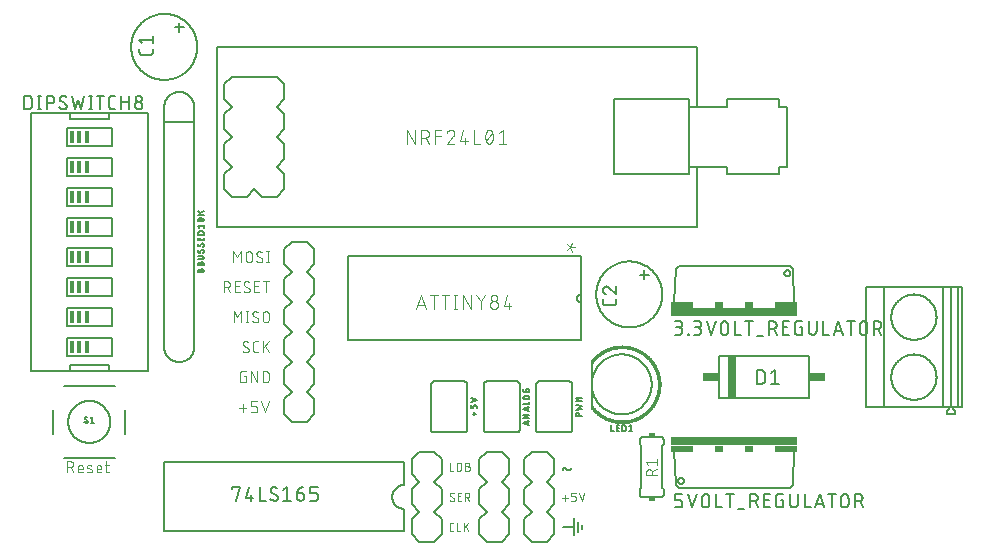
<source format=gbr>
G04 EAGLE Gerber RS-274X export*
G75*
%MOMM*%
%FSLAX34Y34*%
%LPD*%
%INSilkscreen Top*%
%IPPOS*%
%AMOC8*
5,1,8,0,0,1.08239X$1,22.5*%
G01*
%ADD10C,0.076200*%
%ADD11C,0.152400*%
%ADD12C,0.050800*%
%ADD13C,0.127000*%
%ADD14C,0.101600*%
%ADD15C,0.203200*%
%ADD16R,10.668000X0.762000*%
%ADD17R,1.905000X0.508000*%
%ADD18R,0.762000X0.508000*%
%ADD19R,0.635000X3.556000*%
%ADD20R,1.397000X0.762000*%
%ADD21R,0.381000X1.016000*%
%ADD22R,0.508000X0.381000*%
%ADD23C,0.025400*%


D10*
X190137Y249301D02*
X190137Y258699D01*
X192747Y258699D01*
X192848Y258697D01*
X192949Y258691D01*
X193050Y258681D01*
X193150Y258668D01*
X193250Y258650D01*
X193349Y258629D01*
X193447Y258603D01*
X193544Y258574D01*
X193640Y258542D01*
X193734Y258505D01*
X193827Y258465D01*
X193919Y258421D01*
X194008Y258374D01*
X194096Y258323D01*
X194182Y258269D01*
X194265Y258212D01*
X194347Y258152D01*
X194425Y258088D01*
X194502Y258022D01*
X194575Y257952D01*
X194646Y257880D01*
X194714Y257805D01*
X194779Y257727D01*
X194841Y257647D01*
X194900Y257565D01*
X194956Y257480D01*
X195008Y257393D01*
X195057Y257305D01*
X195103Y257214D01*
X195144Y257122D01*
X195183Y257028D01*
X195217Y256933D01*
X195248Y256837D01*
X195275Y256739D01*
X195299Y256641D01*
X195318Y256541D01*
X195334Y256441D01*
X195346Y256341D01*
X195354Y256240D01*
X195358Y256139D01*
X195358Y256037D01*
X195354Y255936D01*
X195346Y255835D01*
X195334Y255735D01*
X195318Y255635D01*
X195299Y255535D01*
X195275Y255437D01*
X195248Y255339D01*
X195217Y255243D01*
X195183Y255148D01*
X195144Y255054D01*
X195103Y254962D01*
X195057Y254871D01*
X195008Y254782D01*
X194956Y254696D01*
X194900Y254611D01*
X194841Y254529D01*
X194779Y254449D01*
X194714Y254371D01*
X194646Y254296D01*
X194575Y254224D01*
X194502Y254154D01*
X194425Y254088D01*
X194347Y254024D01*
X194265Y253964D01*
X194182Y253907D01*
X194096Y253853D01*
X194008Y253802D01*
X193919Y253755D01*
X193827Y253711D01*
X193734Y253671D01*
X193640Y253634D01*
X193544Y253602D01*
X193447Y253573D01*
X193349Y253547D01*
X193250Y253526D01*
X193150Y253508D01*
X193050Y253495D01*
X192949Y253485D01*
X192848Y253479D01*
X192747Y253477D01*
X192747Y253478D02*
X190137Y253478D01*
X193269Y253478D02*
X195358Y249301D01*
X199546Y249301D02*
X203723Y249301D01*
X199546Y249301D02*
X199546Y258699D01*
X203723Y258699D01*
X202679Y254522D02*
X199546Y254522D01*
X209976Y249301D02*
X210065Y249303D01*
X210153Y249309D01*
X210241Y249318D01*
X210329Y249331D01*
X210416Y249348D01*
X210502Y249368D01*
X210587Y249393D01*
X210672Y249420D01*
X210755Y249452D01*
X210836Y249486D01*
X210916Y249525D01*
X210994Y249566D01*
X211071Y249611D01*
X211145Y249659D01*
X211218Y249710D01*
X211288Y249764D01*
X211355Y249822D01*
X211421Y249882D01*
X211483Y249944D01*
X211543Y250010D01*
X211601Y250077D01*
X211655Y250147D01*
X211706Y250220D01*
X211754Y250294D01*
X211799Y250371D01*
X211840Y250449D01*
X211879Y250529D01*
X211913Y250610D01*
X211945Y250693D01*
X211972Y250778D01*
X211997Y250863D01*
X212017Y250949D01*
X212034Y251036D01*
X212047Y251124D01*
X212056Y251212D01*
X212062Y251300D01*
X212064Y251389D01*
X209976Y249301D02*
X209847Y249303D01*
X209718Y249309D01*
X209589Y249318D01*
X209461Y249331D01*
X209333Y249348D01*
X209206Y249369D01*
X209079Y249393D01*
X208953Y249421D01*
X208828Y249453D01*
X208704Y249488D01*
X208581Y249527D01*
X208459Y249570D01*
X208339Y249616D01*
X208220Y249666D01*
X208102Y249719D01*
X207986Y249775D01*
X207872Y249835D01*
X207759Y249898D01*
X207649Y249965D01*
X207540Y250034D01*
X207434Y250107D01*
X207329Y250183D01*
X207227Y250262D01*
X207128Y250344D01*
X207030Y250428D01*
X206935Y250516D01*
X206843Y250606D01*
X207105Y256611D02*
X207107Y256700D01*
X207113Y256788D01*
X207122Y256876D01*
X207135Y256964D01*
X207152Y257051D01*
X207172Y257137D01*
X207197Y257222D01*
X207224Y257307D01*
X207256Y257390D01*
X207290Y257471D01*
X207329Y257551D01*
X207370Y257629D01*
X207415Y257706D01*
X207463Y257780D01*
X207514Y257853D01*
X207568Y257923D01*
X207626Y257990D01*
X207686Y258056D01*
X207748Y258118D01*
X207814Y258178D01*
X207881Y258236D01*
X207951Y258290D01*
X208024Y258341D01*
X208098Y258389D01*
X208175Y258434D01*
X208253Y258475D01*
X208333Y258514D01*
X208414Y258548D01*
X208497Y258580D01*
X208582Y258607D01*
X208667Y258632D01*
X208753Y258652D01*
X208840Y258669D01*
X208928Y258682D01*
X209016Y258691D01*
X209104Y258697D01*
X209193Y258699D01*
X209313Y258697D01*
X209433Y258692D01*
X209553Y258682D01*
X209672Y258670D01*
X209791Y258653D01*
X209909Y258633D01*
X210027Y258609D01*
X210143Y258582D01*
X210259Y258551D01*
X210374Y258517D01*
X210488Y258479D01*
X210601Y258437D01*
X210712Y258392D01*
X210822Y258344D01*
X210930Y258293D01*
X211037Y258238D01*
X211142Y258180D01*
X211245Y258118D01*
X211346Y258054D01*
X211446Y257986D01*
X211543Y257916D01*
X208149Y254784D02*
X208071Y254832D01*
X207995Y254884D01*
X207922Y254938D01*
X207851Y254996D01*
X207782Y255057D01*
X207716Y255121D01*
X207653Y255188D01*
X207593Y255257D01*
X207536Y255329D01*
X207482Y255403D01*
X207432Y255480D01*
X207384Y255559D01*
X207341Y255639D01*
X207300Y255722D01*
X207264Y255806D01*
X207231Y255891D01*
X207202Y255978D01*
X207176Y256067D01*
X207154Y256156D01*
X207137Y256246D01*
X207123Y256336D01*
X207113Y256428D01*
X207107Y256519D01*
X207105Y256611D01*
X211021Y253216D02*
X211099Y253168D01*
X211175Y253116D01*
X211248Y253062D01*
X211319Y253004D01*
X211388Y252943D01*
X211454Y252879D01*
X211517Y252812D01*
X211577Y252743D01*
X211634Y252671D01*
X211688Y252597D01*
X211738Y252520D01*
X211786Y252441D01*
X211829Y252361D01*
X211870Y252278D01*
X211906Y252194D01*
X211939Y252109D01*
X211968Y252022D01*
X211994Y251933D01*
X212016Y251844D01*
X212033Y251754D01*
X212047Y251664D01*
X212057Y251572D01*
X212063Y251481D01*
X212065Y251389D01*
X211020Y253217D02*
X208149Y254783D01*
X216005Y249301D02*
X220182Y249301D01*
X216005Y249301D02*
X216005Y258699D01*
X220182Y258699D01*
X219138Y254522D02*
X216005Y254522D01*
X225608Y258699D02*
X225608Y249301D01*
X222998Y258699D02*
X228219Y258699D01*
X198134Y274701D02*
X198134Y284099D01*
X201267Y278878D01*
X204400Y284099D01*
X204400Y274701D01*
X208715Y277312D02*
X208715Y281488D01*
X208714Y281488D02*
X208716Y281589D01*
X208722Y281690D01*
X208732Y281791D01*
X208745Y281891D01*
X208763Y281991D01*
X208784Y282090D01*
X208810Y282188D01*
X208839Y282285D01*
X208871Y282381D01*
X208908Y282475D01*
X208948Y282568D01*
X208992Y282660D01*
X209039Y282749D01*
X209090Y282837D01*
X209144Y282923D01*
X209201Y283006D01*
X209261Y283088D01*
X209325Y283166D01*
X209391Y283243D01*
X209461Y283316D01*
X209533Y283387D01*
X209608Y283455D01*
X209686Y283520D01*
X209766Y283582D01*
X209848Y283641D01*
X209933Y283697D01*
X210020Y283749D01*
X210108Y283798D01*
X210199Y283844D01*
X210291Y283885D01*
X210385Y283924D01*
X210480Y283958D01*
X210576Y283989D01*
X210674Y284016D01*
X210772Y284040D01*
X210872Y284059D01*
X210972Y284075D01*
X211072Y284087D01*
X211173Y284095D01*
X211274Y284099D01*
X211376Y284099D01*
X211477Y284095D01*
X211578Y284087D01*
X211678Y284075D01*
X211778Y284059D01*
X211878Y284040D01*
X211976Y284016D01*
X212074Y283989D01*
X212170Y283958D01*
X212265Y283924D01*
X212359Y283885D01*
X212451Y283844D01*
X212542Y283798D01*
X212631Y283749D01*
X212717Y283697D01*
X212802Y283641D01*
X212884Y283582D01*
X212964Y283520D01*
X213042Y283455D01*
X213117Y283387D01*
X213189Y283316D01*
X213259Y283243D01*
X213325Y283166D01*
X213389Y283088D01*
X213449Y283006D01*
X213506Y282923D01*
X213560Y282837D01*
X213611Y282749D01*
X213658Y282660D01*
X213702Y282568D01*
X213742Y282475D01*
X213779Y282381D01*
X213811Y282285D01*
X213840Y282188D01*
X213866Y282090D01*
X213887Y281991D01*
X213905Y281891D01*
X213918Y281791D01*
X213928Y281690D01*
X213934Y281589D01*
X213936Y281488D01*
X213936Y277312D01*
X213934Y277211D01*
X213928Y277110D01*
X213918Y277009D01*
X213905Y276909D01*
X213887Y276809D01*
X213866Y276710D01*
X213840Y276612D01*
X213811Y276515D01*
X213779Y276419D01*
X213742Y276325D01*
X213702Y276232D01*
X213658Y276140D01*
X213611Y276051D01*
X213560Y275963D01*
X213506Y275877D01*
X213449Y275794D01*
X213389Y275712D01*
X213325Y275634D01*
X213259Y275557D01*
X213189Y275484D01*
X213117Y275413D01*
X213042Y275345D01*
X212964Y275280D01*
X212884Y275218D01*
X212802Y275159D01*
X212717Y275103D01*
X212630Y275051D01*
X212542Y275002D01*
X212451Y274956D01*
X212359Y274915D01*
X212265Y274876D01*
X212170Y274842D01*
X212074Y274811D01*
X211976Y274784D01*
X211878Y274760D01*
X211778Y274741D01*
X211678Y274725D01*
X211578Y274713D01*
X211477Y274705D01*
X211376Y274701D01*
X211274Y274701D01*
X211173Y274705D01*
X211072Y274713D01*
X210972Y274725D01*
X210872Y274741D01*
X210772Y274760D01*
X210674Y274784D01*
X210576Y274811D01*
X210480Y274842D01*
X210385Y274876D01*
X210291Y274915D01*
X210199Y274956D01*
X210108Y275002D01*
X210020Y275051D01*
X209933Y275103D01*
X209848Y275159D01*
X209766Y275218D01*
X209686Y275280D01*
X209608Y275345D01*
X209533Y275413D01*
X209461Y275484D01*
X209391Y275557D01*
X209325Y275634D01*
X209261Y275712D01*
X209201Y275794D01*
X209144Y275877D01*
X209090Y275963D01*
X209039Y276051D01*
X208992Y276140D01*
X208948Y276232D01*
X208908Y276325D01*
X208871Y276419D01*
X208839Y276515D01*
X208810Y276612D01*
X208784Y276710D01*
X208763Y276809D01*
X208745Y276909D01*
X208732Y277009D01*
X208722Y277110D01*
X208716Y277211D01*
X208714Y277312D01*
X220687Y274701D02*
X220776Y274703D01*
X220864Y274709D01*
X220952Y274718D01*
X221040Y274731D01*
X221127Y274748D01*
X221213Y274768D01*
X221298Y274793D01*
X221383Y274820D01*
X221466Y274852D01*
X221547Y274886D01*
X221627Y274925D01*
X221705Y274966D01*
X221782Y275011D01*
X221856Y275059D01*
X221929Y275110D01*
X221999Y275164D01*
X222066Y275222D01*
X222132Y275282D01*
X222194Y275344D01*
X222254Y275410D01*
X222312Y275477D01*
X222366Y275547D01*
X222417Y275620D01*
X222465Y275694D01*
X222510Y275771D01*
X222551Y275849D01*
X222590Y275929D01*
X222624Y276010D01*
X222656Y276093D01*
X222683Y276178D01*
X222708Y276263D01*
X222728Y276349D01*
X222745Y276436D01*
X222758Y276524D01*
X222767Y276612D01*
X222773Y276700D01*
X222775Y276789D01*
X220687Y274701D02*
X220558Y274703D01*
X220429Y274709D01*
X220300Y274718D01*
X220172Y274731D01*
X220044Y274748D01*
X219917Y274769D01*
X219790Y274793D01*
X219664Y274821D01*
X219539Y274853D01*
X219415Y274888D01*
X219292Y274927D01*
X219170Y274970D01*
X219050Y275016D01*
X218931Y275066D01*
X218813Y275119D01*
X218697Y275175D01*
X218583Y275235D01*
X218470Y275298D01*
X218360Y275365D01*
X218251Y275434D01*
X218145Y275507D01*
X218040Y275583D01*
X217938Y275662D01*
X217839Y275744D01*
X217741Y275828D01*
X217646Y275916D01*
X217554Y276006D01*
X217815Y282011D02*
X217817Y282100D01*
X217823Y282188D01*
X217832Y282276D01*
X217845Y282364D01*
X217862Y282451D01*
X217882Y282537D01*
X217907Y282622D01*
X217934Y282707D01*
X217966Y282790D01*
X218000Y282871D01*
X218039Y282951D01*
X218080Y283029D01*
X218125Y283106D01*
X218173Y283180D01*
X218224Y283253D01*
X218278Y283323D01*
X218336Y283390D01*
X218396Y283456D01*
X218458Y283518D01*
X218524Y283578D01*
X218591Y283636D01*
X218661Y283690D01*
X218734Y283741D01*
X218808Y283789D01*
X218885Y283834D01*
X218963Y283875D01*
X219043Y283914D01*
X219124Y283948D01*
X219207Y283980D01*
X219292Y284007D01*
X219377Y284032D01*
X219463Y284052D01*
X219550Y284069D01*
X219638Y284082D01*
X219726Y284091D01*
X219814Y284097D01*
X219903Y284099D01*
X220023Y284097D01*
X220143Y284092D01*
X220263Y284082D01*
X220382Y284070D01*
X220501Y284053D01*
X220619Y284033D01*
X220737Y284009D01*
X220853Y283982D01*
X220969Y283951D01*
X221084Y283917D01*
X221198Y283879D01*
X221311Y283837D01*
X221422Y283792D01*
X221532Y283744D01*
X221640Y283693D01*
X221747Y283638D01*
X221852Y283580D01*
X221955Y283518D01*
X222056Y283454D01*
X222156Y283386D01*
X222253Y283316D01*
X218859Y280184D02*
X218781Y280232D01*
X218705Y280284D01*
X218632Y280338D01*
X218561Y280396D01*
X218492Y280457D01*
X218426Y280521D01*
X218363Y280588D01*
X218303Y280657D01*
X218246Y280729D01*
X218192Y280803D01*
X218142Y280880D01*
X218094Y280959D01*
X218051Y281039D01*
X218010Y281122D01*
X217974Y281206D01*
X217941Y281291D01*
X217912Y281378D01*
X217886Y281467D01*
X217864Y281556D01*
X217847Y281646D01*
X217833Y281736D01*
X217823Y281828D01*
X217817Y281919D01*
X217815Y282011D01*
X221731Y278616D02*
X221809Y278568D01*
X221885Y278516D01*
X221958Y278462D01*
X222029Y278404D01*
X222098Y278343D01*
X222164Y278279D01*
X222227Y278212D01*
X222287Y278143D01*
X222344Y278071D01*
X222398Y277997D01*
X222448Y277920D01*
X222496Y277841D01*
X222539Y277761D01*
X222580Y277678D01*
X222616Y277594D01*
X222649Y277509D01*
X222678Y277422D01*
X222704Y277333D01*
X222726Y277244D01*
X222743Y277154D01*
X222757Y277064D01*
X222767Y276972D01*
X222773Y276881D01*
X222775Y276789D01*
X221731Y278617D02*
X218859Y280183D01*
X227175Y284099D02*
X227175Y274701D01*
X226131Y274701D02*
X228219Y274701D01*
X228219Y284099D02*
X226131Y284099D01*
X198397Y233299D02*
X198397Y223901D01*
X201529Y228078D02*
X198397Y233299D01*
X201529Y228078D02*
X204662Y233299D01*
X204662Y223901D01*
X209759Y223901D02*
X209759Y233299D01*
X208715Y223901D02*
X210803Y223901D01*
X210803Y233299D02*
X208715Y233299D01*
X217291Y223901D02*
X217380Y223903D01*
X217468Y223909D01*
X217556Y223918D01*
X217644Y223931D01*
X217731Y223948D01*
X217817Y223968D01*
X217902Y223993D01*
X217987Y224020D01*
X218070Y224052D01*
X218151Y224086D01*
X218231Y224125D01*
X218309Y224166D01*
X218386Y224211D01*
X218460Y224259D01*
X218533Y224310D01*
X218603Y224364D01*
X218670Y224422D01*
X218736Y224482D01*
X218798Y224544D01*
X218858Y224610D01*
X218916Y224677D01*
X218970Y224747D01*
X219021Y224820D01*
X219069Y224894D01*
X219114Y224971D01*
X219155Y225049D01*
X219194Y225129D01*
X219228Y225210D01*
X219260Y225293D01*
X219287Y225378D01*
X219312Y225463D01*
X219332Y225549D01*
X219349Y225636D01*
X219362Y225724D01*
X219371Y225812D01*
X219377Y225900D01*
X219379Y225989D01*
X217291Y223901D02*
X217162Y223903D01*
X217033Y223909D01*
X216904Y223918D01*
X216776Y223931D01*
X216648Y223948D01*
X216521Y223969D01*
X216394Y223993D01*
X216268Y224021D01*
X216143Y224053D01*
X216019Y224088D01*
X215896Y224127D01*
X215774Y224170D01*
X215654Y224216D01*
X215535Y224266D01*
X215417Y224319D01*
X215301Y224375D01*
X215187Y224435D01*
X215074Y224498D01*
X214964Y224565D01*
X214855Y224634D01*
X214749Y224707D01*
X214644Y224783D01*
X214542Y224862D01*
X214443Y224944D01*
X214345Y225028D01*
X214250Y225116D01*
X214158Y225206D01*
X214420Y231211D02*
X214422Y231300D01*
X214428Y231388D01*
X214437Y231476D01*
X214450Y231564D01*
X214467Y231651D01*
X214487Y231737D01*
X214512Y231822D01*
X214539Y231907D01*
X214571Y231990D01*
X214605Y232071D01*
X214644Y232151D01*
X214685Y232229D01*
X214730Y232306D01*
X214778Y232380D01*
X214829Y232453D01*
X214883Y232523D01*
X214941Y232590D01*
X215001Y232656D01*
X215063Y232718D01*
X215129Y232778D01*
X215196Y232836D01*
X215266Y232890D01*
X215339Y232941D01*
X215413Y232989D01*
X215490Y233034D01*
X215568Y233075D01*
X215648Y233114D01*
X215729Y233148D01*
X215812Y233180D01*
X215897Y233207D01*
X215982Y233232D01*
X216068Y233252D01*
X216155Y233269D01*
X216243Y233282D01*
X216331Y233291D01*
X216419Y233297D01*
X216508Y233299D01*
X216628Y233297D01*
X216748Y233292D01*
X216868Y233282D01*
X216987Y233270D01*
X217106Y233253D01*
X217224Y233233D01*
X217342Y233209D01*
X217458Y233182D01*
X217574Y233151D01*
X217689Y233117D01*
X217803Y233079D01*
X217916Y233037D01*
X218027Y232992D01*
X218137Y232944D01*
X218245Y232893D01*
X218352Y232838D01*
X218457Y232780D01*
X218560Y232718D01*
X218661Y232654D01*
X218761Y232586D01*
X218858Y232516D01*
X215464Y229384D02*
X215386Y229432D01*
X215310Y229484D01*
X215237Y229538D01*
X215166Y229596D01*
X215097Y229657D01*
X215031Y229721D01*
X214968Y229788D01*
X214908Y229857D01*
X214851Y229929D01*
X214797Y230003D01*
X214747Y230080D01*
X214699Y230159D01*
X214656Y230239D01*
X214615Y230322D01*
X214579Y230406D01*
X214546Y230491D01*
X214517Y230578D01*
X214491Y230667D01*
X214469Y230756D01*
X214452Y230846D01*
X214438Y230936D01*
X214428Y231028D01*
X214422Y231119D01*
X214420Y231211D01*
X218336Y227816D02*
X218414Y227768D01*
X218490Y227716D01*
X218563Y227662D01*
X218634Y227604D01*
X218703Y227543D01*
X218769Y227479D01*
X218832Y227412D01*
X218892Y227343D01*
X218949Y227271D01*
X219003Y227197D01*
X219053Y227120D01*
X219101Y227041D01*
X219144Y226961D01*
X219185Y226878D01*
X219221Y226794D01*
X219254Y226709D01*
X219283Y226622D01*
X219309Y226533D01*
X219331Y226444D01*
X219348Y226354D01*
X219362Y226264D01*
X219372Y226172D01*
X219378Y226081D01*
X219380Y225989D01*
X218336Y227817D02*
X215464Y229383D01*
X222998Y230688D02*
X222998Y226512D01*
X222997Y230688D02*
X222999Y230789D01*
X223005Y230890D01*
X223015Y230991D01*
X223028Y231091D01*
X223046Y231191D01*
X223067Y231290D01*
X223093Y231388D01*
X223122Y231485D01*
X223154Y231581D01*
X223191Y231675D01*
X223231Y231768D01*
X223275Y231860D01*
X223322Y231949D01*
X223373Y232037D01*
X223427Y232123D01*
X223484Y232206D01*
X223544Y232288D01*
X223608Y232366D01*
X223674Y232443D01*
X223744Y232516D01*
X223816Y232587D01*
X223891Y232655D01*
X223969Y232720D01*
X224049Y232782D01*
X224131Y232841D01*
X224216Y232897D01*
X224303Y232949D01*
X224391Y232998D01*
X224482Y233044D01*
X224574Y233085D01*
X224668Y233124D01*
X224763Y233158D01*
X224859Y233189D01*
X224957Y233216D01*
X225055Y233240D01*
X225155Y233259D01*
X225255Y233275D01*
X225355Y233287D01*
X225456Y233295D01*
X225557Y233299D01*
X225659Y233299D01*
X225760Y233295D01*
X225861Y233287D01*
X225961Y233275D01*
X226061Y233259D01*
X226161Y233240D01*
X226259Y233216D01*
X226357Y233189D01*
X226453Y233158D01*
X226548Y233124D01*
X226642Y233085D01*
X226734Y233044D01*
X226825Y232998D01*
X226914Y232949D01*
X227000Y232897D01*
X227085Y232841D01*
X227167Y232782D01*
X227247Y232720D01*
X227325Y232655D01*
X227400Y232587D01*
X227472Y232516D01*
X227542Y232443D01*
X227608Y232366D01*
X227672Y232288D01*
X227732Y232206D01*
X227789Y232123D01*
X227843Y232037D01*
X227894Y231949D01*
X227941Y231860D01*
X227985Y231768D01*
X228025Y231675D01*
X228062Y231581D01*
X228094Y231485D01*
X228123Y231388D01*
X228149Y231290D01*
X228170Y231191D01*
X228188Y231091D01*
X228201Y230991D01*
X228211Y230890D01*
X228217Y230789D01*
X228219Y230688D01*
X228219Y226512D01*
X228217Y226411D01*
X228211Y226310D01*
X228201Y226209D01*
X228188Y226109D01*
X228170Y226009D01*
X228149Y225910D01*
X228123Y225812D01*
X228094Y225715D01*
X228062Y225619D01*
X228025Y225525D01*
X227985Y225432D01*
X227941Y225340D01*
X227894Y225251D01*
X227843Y225163D01*
X227789Y225077D01*
X227732Y224994D01*
X227672Y224912D01*
X227608Y224834D01*
X227542Y224757D01*
X227472Y224684D01*
X227400Y224613D01*
X227325Y224545D01*
X227247Y224480D01*
X227167Y224418D01*
X227085Y224359D01*
X227000Y224303D01*
X226913Y224251D01*
X226825Y224202D01*
X226734Y224156D01*
X226642Y224115D01*
X226548Y224076D01*
X226453Y224042D01*
X226357Y224011D01*
X226259Y223984D01*
X226161Y223960D01*
X226061Y223941D01*
X225961Y223925D01*
X225861Y223913D01*
X225760Y223905D01*
X225659Y223901D01*
X225557Y223901D01*
X225456Y223905D01*
X225355Y223913D01*
X225255Y223925D01*
X225155Y223941D01*
X225055Y223960D01*
X224957Y223984D01*
X224859Y224011D01*
X224763Y224042D01*
X224668Y224076D01*
X224574Y224115D01*
X224482Y224156D01*
X224391Y224202D01*
X224303Y224251D01*
X224216Y224303D01*
X224131Y224359D01*
X224049Y224418D01*
X223969Y224480D01*
X223891Y224545D01*
X223816Y224613D01*
X223744Y224684D01*
X223674Y224757D01*
X223608Y224834D01*
X223544Y224912D01*
X223484Y224994D01*
X223427Y225077D01*
X223373Y225163D01*
X223322Y225251D01*
X223275Y225340D01*
X223231Y225432D01*
X223191Y225525D01*
X223154Y225619D01*
X223122Y225715D01*
X223093Y225812D01*
X223067Y225910D01*
X223046Y226009D01*
X223028Y226109D01*
X223015Y226209D01*
X223005Y226310D01*
X222999Y226411D01*
X222997Y226512D01*
X211323Y200589D02*
X211321Y200500D01*
X211315Y200412D01*
X211306Y200324D01*
X211293Y200236D01*
X211276Y200149D01*
X211256Y200063D01*
X211231Y199978D01*
X211204Y199893D01*
X211172Y199810D01*
X211138Y199729D01*
X211099Y199649D01*
X211058Y199571D01*
X211013Y199494D01*
X210965Y199420D01*
X210914Y199347D01*
X210860Y199277D01*
X210802Y199210D01*
X210742Y199144D01*
X210680Y199082D01*
X210614Y199022D01*
X210547Y198964D01*
X210477Y198910D01*
X210404Y198859D01*
X210330Y198811D01*
X210253Y198766D01*
X210175Y198725D01*
X210095Y198686D01*
X210014Y198652D01*
X209931Y198620D01*
X209846Y198593D01*
X209761Y198568D01*
X209675Y198548D01*
X209588Y198531D01*
X209500Y198518D01*
X209412Y198509D01*
X209324Y198503D01*
X209235Y198501D01*
X209106Y198503D01*
X208977Y198509D01*
X208848Y198518D01*
X208720Y198531D01*
X208592Y198548D01*
X208465Y198569D01*
X208338Y198593D01*
X208212Y198621D01*
X208087Y198653D01*
X207963Y198688D01*
X207840Y198727D01*
X207718Y198770D01*
X207598Y198816D01*
X207479Y198866D01*
X207361Y198919D01*
X207245Y198975D01*
X207131Y199035D01*
X207018Y199098D01*
X206908Y199165D01*
X206799Y199234D01*
X206693Y199307D01*
X206588Y199383D01*
X206486Y199462D01*
X206387Y199544D01*
X206289Y199628D01*
X206194Y199716D01*
X206102Y199806D01*
X206364Y205811D02*
X206366Y205900D01*
X206372Y205988D01*
X206381Y206076D01*
X206394Y206164D01*
X206411Y206251D01*
X206431Y206337D01*
X206456Y206422D01*
X206483Y206507D01*
X206515Y206590D01*
X206549Y206671D01*
X206588Y206751D01*
X206629Y206829D01*
X206674Y206906D01*
X206722Y206980D01*
X206773Y207053D01*
X206827Y207123D01*
X206885Y207190D01*
X206945Y207256D01*
X207007Y207318D01*
X207073Y207378D01*
X207140Y207436D01*
X207210Y207490D01*
X207283Y207541D01*
X207357Y207589D01*
X207434Y207634D01*
X207512Y207675D01*
X207592Y207714D01*
X207673Y207748D01*
X207756Y207780D01*
X207841Y207807D01*
X207926Y207832D01*
X208012Y207852D01*
X208099Y207869D01*
X208187Y207882D01*
X208275Y207891D01*
X208363Y207897D01*
X208452Y207899D01*
X208572Y207897D01*
X208692Y207892D01*
X208812Y207882D01*
X208931Y207870D01*
X209050Y207853D01*
X209168Y207833D01*
X209286Y207809D01*
X209402Y207782D01*
X209518Y207751D01*
X209633Y207717D01*
X209747Y207679D01*
X209860Y207637D01*
X209971Y207592D01*
X210081Y207544D01*
X210189Y207493D01*
X210296Y207438D01*
X210401Y207380D01*
X210504Y207318D01*
X210605Y207254D01*
X210705Y207186D01*
X210802Y207116D01*
X207408Y203984D02*
X207330Y204032D01*
X207254Y204084D01*
X207181Y204138D01*
X207110Y204196D01*
X207041Y204257D01*
X206975Y204321D01*
X206912Y204388D01*
X206852Y204457D01*
X206795Y204529D01*
X206741Y204603D01*
X206691Y204680D01*
X206643Y204759D01*
X206600Y204839D01*
X206559Y204922D01*
X206523Y205006D01*
X206490Y205091D01*
X206461Y205178D01*
X206435Y205267D01*
X206413Y205356D01*
X206396Y205446D01*
X206382Y205536D01*
X206372Y205628D01*
X206366Y205719D01*
X206364Y205811D01*
X210280Y202416D02*
X210358Y202368D01*
X210434Y202316D01*
X210507Y202262D01*
X210578Y202204D01*
X210647Y202143D01*
X210713Y202079D01*
X210776Y202012D01*
X210836Y201943D01*
X210893Y201871D01*
X210947Y201797D01*
X210997Y201720D01*
X211045Y201641D01*
X211088Y201561D01*
X211129Y201478D01*
X211165Y201394D01*
X211198Y201309D01*
X211227Y201222D01*
X211253Y201133D01*
X211275Y201044D01*
X211292Y200954D01*
X211306Y200864D01*
X211316Y200772D01*
X211322Y200681D01*
X211324Y200589D01*
X210280Y202417D02*
X207408Y203983D01*
X217005Y198501D02*
X219093Y198501D01*
X217005Y198501D02*
X216916Y198503D01*
X216828Y198509D01*
X216740Y198518D01*
X216652Y198531D01*
X216565Y198548D01*
X216479Y198568D01*
X216394Y198593D01*
X216309Y198620D01*
X216226Y198652D01*
X216145Y198686D01*
X216065Y198725D01*
X215987Y198766D01*
X215910Y198811D01*
X215836Y198859D01*
X215763Y198910D01*
X215693Y198964D01*
X215626Y199022D01*
X215560Y199082D01*
X215498Y199144D01*
X215438Y199210D01*
X215380Y199277D01*
X215326Y199347D01*
X215275Y199420D01*
X215227Y199494D01*
X215182Y199571D01*
X215141Y199649D01*
X215102Y199729D01*
X215068Y199810D01*
X215036Y199893D01*
X215009Y199978D01*
X214984Y200063D01*
X214964Y200149D01*
X214947Y200236D01*
X214934Y200324D01*
X214925Y200412D01*
X214919Y200500D01*
X214917Y200589D01*
X214916Y200589D02*
X214916Y205811D01*
X214917Y205811D02*
X214919Y205902D01*
X214925Y205993D01*
X214935Y206084D01*
X214949Y206174D01*
X214966Y206263D01*
X214988Y206351D01*
X215014Y206439D01*
X215043Y206525D01*
X215076Y206610D01*
X215113Y206693D01*
X215153Y206775D01*
X215197Y206855D01*
X215244Y206933D01*
X215295Y207009D01*
X215348Y207082D01*
X215405Y207153D01*
X215466Y207222D01*
X215529Y207287D01*
X215594Y207350D01*
X215663Y207410D01*
X215734Y207468D01*
X215807Y207521D01*
X215883Y207572D01*
X215961Y207619D01*
X216041Y207663D01*
X216123Y207703D01*
X216206Y207740D01*
X216291Y207773D01*
X216377Y207802D01*
X216465Y207828D01*
X216553Y207850D01*
X216642Y207867D01*
X216732Y207881D01*
X216823Y207891D01*
X216914Y207897D01*
X217005Y207899D01*
X219093Y207899D01*
X222998Y207899D02*
X222998Y198501D01*
X222998Y202156D02*
X228219Y207899D01*
X225086Y204244D02*
X228219Y198501D01*
X208712Y178322D02*
X207145Y178322D01*
X208712Y178322D02*
X208712Y173101D01*
X205579Y173101D01*
X205490Y173103D01*
X205402Y173109D01*
X205314Y173118D01*
X205226Y173131D01*
X205139Y173148D01*
X205053Y173168D01*
X204968Y173193D01*
X204883Y173220D01*
X204800Y173252D01*
X204719Y173286D01*
X204639Y173325D01*
X204561Y173366D01*
X204484Y173411D01*
X204410Y173459D01*
X204337Y173510D01*
X204267Y173564D01*
X204200Y173622D01*
X204134Y173682D01*
X204072Y173744D01*
X204012Y173810D01*
X203954Y173877D01*
X203900Y173947D01*
X203849Y174020D01*
X203801Y174094D01*
X203756Y174171D01*
X203715Y174249D01*
X203676Y174329D01*
X203642Y174410D01*
X203610Y174493D01*
X203583Y174578D01*
X203558Y174663D01*
X203538Y174749D01*
X203521Y174836D01*
X203508Y174924D01*
X203499Y175012D01*
X203493Y175100D01*
X203491Y175189D01*
X203491Y180411D01*
X203493Y180502D01*
X203499Y180593D01*
X203509Y180684D01*
X203523Y180774D01*
X203540Y180863D01*
X203562Y180951D01*
X203588Y181039D01*
X203617Y181125D01*
X203650Y181210D01*
X203687Y181293D01*
X203727Y181375D01*
X203771Y181455D01*
X203818Y181533D01*
X203869Y181609D01*
X203922Y181682D01*
X203979Y181753D01*
X204040Y181822D01*
X204103Y181887D01*
X204168Y181950D01*
X204237Y182010D01*
X204308Y182068D01*
X204381Y182121D01*
X204457Y182172D01*
X204535Y182219D01*
X204615Y182263D01*
X204697Y182303D01*
X204780Y182340D01*
X204865Y182373D01*
X204951Y182402D01*
X205039Y182428D01*
X205127Y182450D01*
X205216Y182467D01*
X205306Y182481D01*
X205397Y182491D01*
X205488Y182497D01*
X205579Y182499D01*
X208712Y182499D01*
X213244Y182499D02*
X213244Y173101D01*
X218465Y173101D02*
X213244Y182499D01*
X218465Y182499D02*
X218465Y173101D01*
X222998Y173101D02*
X222998Y182499D01*
X225608Y182499D01*
X225708Y182497D01*
X225808Y182491D01*
X225907Y182482D01*
X226007Y182468D01*
X226105Y182451D01*
X226203Y182430D01*
X226300Y182406D01*
X226396Y182377D01*
X226491Y182345D01*
X226584Y182310D01*
X226676Y182271D01*
X226767Y182228D01*
X226855Y182182D01*
X226942Y182132D01*
X227027Y182080D01*
X227110Y182024D01*
X227191Y181965D01*
X227269Y181902D01*
X227345Y181837D01*
X227419Y181769D01*
X227489Y181699D01*
X227557Y181625D01*
X227622Y181549D01*
X227685Y181471D01*
X227744Y181390D01*
X227800Y181307D01*
X227852Y181222D01*
X227902Y181135D01*
X227948Y181047D01*
X227991Y180956D01*
X228030Y180864D01*
X228065Y180771D01*
X228097Y180676D01*
X228126Y180580D01*
X228150Y180483D01*
X228171Y180385D01*
X228188Y180287D01*
X228202Y180187D01*
X228211Y180088D01*
X228217Y179988D01*
X228219Y179888D01*
X228219Y175712D01*
X228217Y175612D01*
X228211Y175512D01*
X228202Y175413D01*
X228188Y175313D01*
X228171Y175215D01*
X228150Y175117D01*
X228126Y175020D01*
X228097Y174924D01*
X228065Y174829D01*
X228030Y174736D01*
X227991Y174644D01*
X227948Y174553D01*
X227902Y174465D01*
X227852Y174378D01*
X227800Y174293D01*
X227744Y174210D01*
X227685Y174129D01*
X227622Y174051D01*
X227557Y173975D01*
X227489Y173901D01*
X227419Y173831D01*
X227345Y173763D01*
X227269Y173698D01*
X227191Y173635D01*
X227110Y173576D01*
X227027Y173520D01*
X226942Y173468D01*
X226855Y173418D01*
X226767Y173372D01*
X226676Y173329D01*
X226584Y173290D01*
X226491Y173255D01*
X226396Y173223D01*
X226300Y173194D01*
X226203Y173170D01*
X226105Y173149D01*
X226007Y173132D01*
X225907Y173118D01*
X225808Y173109D01*
X225708Y173103D01*
X225608Y173101D01*
X222998Y173101D01*
X209321Y151356D02*
X203056Y151356D01*
X206189Y148223D02*
X206189Y154488D01*
X213332Y147701D02*
X216465Y147701D01*
X216554Y147703D01*
X216642Y147709D01*
X216730Y147718D01*
X216818Y147731D01*
X216905Y147748D01*
X216991Y147768D01*
X217076Y147793D01*
X217161Y147820D01*
X217244Y147852D01*
X217325Y147886D01*
X217405Y147925D01*
X217483Y147966D01*
X217560Y148011D01*
X217634Y148059D01*
X217707Y148110D01*
X217777Y148164D01*
X217844Y148222D01*
X217910Y148282D01*
X217972Y148344D01*
X218032Y148410D01*
X218090Y148477D01*
X218144Y148547D01*
X218195Y148620D01*
X218243Y148694D01*
X218288Y148771D01*
X218329Y148849D01*
X218368Y148929D01*
X218402Y149010D01*
X218434Y149093D01*
X218461Y149178D01*
X218486Y149263D01*
X218506Y149349D01*
X218523Y149436D01*
X218536Y149524D01*
X218545Y149612D01*
X218551Y149700D01*
X218553Y149789D01*
X218553Y150834D01*
X218551Y150923D01*
X218545Y151011D01*
X218536Y151099D01*
X218523Y151187D01*
X218506Y151274D01*
X218486Y151360D01*
X218461Y151445D01*
X218434Y151530D01*
X218402Y151613D01*
X218368Y151694D01*
X218329Y151774D01*
X218288Y151852D01*
X218243Y151929D01*
X218195Y152003D01*
X218144Y152076D01*
X218090Y152146D01*
X218032Y152213D01*
X217972Y152279D01*
X217910Y152341D01*
X217844Y152401D01*
X217777Y152459D01*
X217707Y152513D01*
X217634Y152564D01*
X217560Y152612D01*
X217483Y152657D01*
X217405Y152698D01*
X217325Y152737D01*
X217244Y152771D01*
X217161Y152803D01*
X217076Y152830D01*
X216991Y152855D01*
X216905Y152875D01*
X216818Y152892D01*
X216730Y152905D01*
X216642Y152914D01*
X216554Y152920D01*
X216465Y152922D01*
X213332Y152922D01*
X213332Y157099D01*
X218553Y157099D01*
X221954Y157099D02*
X225086Y147701D01*
X228219Y157099D01*
D11*
X477012Y98891D02*
X477014Y98974D01*
X477020Y99058D01*
X477029Y99141D01*
X477043Y99223D01*
X477060Y99304D01*
X477081Y99385D01*
X477106Y99465D01*
X477134Y99543D01*
X477166Y99620D01*
X477201Y99696D01*
X477240Y99770D01*
X477283Y99842D01*
X477328Y99912D01*
X477377Y99979D01*
X477429Y100045D01*
X477483Y100108D01*
X477541Y100168D01*
X477601Y100226D01*
X477664Y100280D01*
X477730Y100332D01*
X477797Y100381D01*
X477867Y100427D01*
X477939Y100469D01*
X478013Y100508D01*
X478089Y100543D01*
X478166Y100575D01*
X478244Y100603D01*
X478324Y100628D01*
X478405Y100649D01*
X478486Y100666D01*
X478569Y100680D01*
X478651Y100689D01*
X478735Y100695D01*
X478818Y100697D01*
X478909Y100695D01*
X479000Y100690D01*
X479090Y100680D01*
X479181Y100668D01*
X479270Y100651D01*
X479359Y100631D01*
X479447Y100608D01*
X479534Y100581D01*
X479619Y100550D01*
X479704Y100516D01*
X479787Y100479D01*
X479868Y100438D01*
X479948Y100394D01*
X480026Y100347D01*
X480102Y100297D01*
X480176Y100243D01*
X480247Y100187D01*
X480317Y100128D01*
X480383Y100066D01*
X480448Y100002D01*
X480509Y99935D01*
X480568Y99865D01*
X480624Y99794D01*
X480625Y99793D02*
X480681Y99722D01*
X480740Y99652D01*
X480801Y99585D01*
X480866Y99521D01*
X480932Y99459D01*
X481002Y99400D01*
X481073Y99344D01*
X481147Y99290D01*
X481223Y99240D01*
X481301Y99193D01*
X481381Y99149D01*
X481462Y99108D01*
X481545Y99071D01*
X481630Y99037D01*
X481715Y99006D01*
X481802Y98979D01*
X481890Y98956D01*
X481979Y98936D01*
X482068Y98919D01*
X482159Y98906D01*
X482249Y98897D01*
X482340Y98892D01*
X482431Y98890D01*
X482431Y98891D02*
X482514Y98893D01*
X482598Y98899D01*
X482681Y98908D01*
X482763Y98922D01*
X482845Y98939D01*
X482925Y98960D01*
X483005Y98985D01*
X483083Y99013D01*
X483161Y99045D01*
X483236Y99080D01*
X483310Y99119D01*
X483382Y99162D01*
X483452Y99207D01*
X483519Y99256D01*
X483585Y99308D01*
X483648Y99362D01*
X483708Y99420D01*
X483766Y99480D01*
X483820Y99543D01*
X483872Y99609D01*
X483921Y99676D01*
X483966Y99746D01*
X484009Y99818D01*
X484048Y99892D01*
X484083Y99968D01*
X484115Y100045D01*
X484143Y100123D01*
X484168Y100203D01*
X484189Y100283D01*
X484206Y100365D01*
X484220Y100447D01*
X484229Y100530D01*
X484235Y100614D01*
X484237Y100697D01*
X486946Y58025D02*
X486946Y43575D01*
X486946Y50800D02*
X477012Y50800D01*
X490107Y46284D02*
X490107Y55316D01*
X493268Y52606D02*
X493268Y48994D01*
D12*
X481245Y75410D02*
X476504Y75410D01*
X478875Y77780D02*
X478875Y73039D01*
X484214Y72644D02*
X486585Y72644D01*
X486663Y72646D01*
X486740Y72652D01*
X486817Y72661D01*
X486893Y72674D01*
X486969Y72691D01*
X487044Y72712D01*
X487117Y72736D01*
X487190Y72764D01*
X487261Y72796D01*
X487330Y72831D01*
X487397Y72869D01*
X487463Y72910D01*
X487526Y72955D01*
X487587Y73003D01*
X487646Y73053D01*
X487702Y73107D01*
X487756Y73163D01*
X487806Y73222D01*
X487854Y73283D01*
X487899Y73346D01*
X487940Y73412D01*
X487978Y73479D01*
X488013Y73548D01*
X488045Y73619D01*
X488073Y73692D01*
X488097Y73765D01*
X488118Y73840D01*
X488135Y73916D01*
X488148Y73992D01*
X488157Y74069D01*
X488163Y74146D01*
X488165Y74224D01*
X488165Y75015D01*
X488163Y75093D01*
X488157Y75170D01*
X488148Y75247D01*
X488135Y75323D01*
X488118Y75399D01*
X488097Y75474D01*
X488073Y75547D01*
X488045Y75620D01*
X488013Y75691D01*
X487978Y75760D01*
X487940Y75827D01*
X487899Y75893D01*
X487854Y75956D01*
X487806Y76017D01*
X487756Y76076D01*
X487702Y76132D01*
X487646Y76186D01*
X487587Y76236D01*
X487526Y76284D01*
X487463Y76329D01*
X487397Y76370D01*
X487330Y76408D01*
X487261Y76443D01*
X487190Y76475D01*
X487117Y76503D01*
X487044Y76527D01*
X486969Y76548D01*
X486893Y76565D01*
X486817Y76578D01*
X486740Y76587D01*
X486663Y76593D01*
X486585Y76595D01*
X484214Y76595D01*
X484214Y79756D01*
X488165Y79756D01*
X490677Y79756D02*
X493048Y72644D01*
X495418Y79756D01*
X384415Y47244D02*
X382834Y47244D01*
X382756Y47246D01*
X382679Y47252D01*
X382602Y47261D01*
X382526Y47274D01*
X382450Y47291D01*
X382375Y47312D01*
X382302Y47336D01*
X382229Y47364D01*
X382158Y47396D01*
X382089Y47431D01*
X382022Y47469D01*
X381956Y47510D01*
X381893Y47555D01*
X381832Y47603D01*
X381773Y47653D01*
X381717Y47707D01*
X381663Y47763D01*
X381613Y47822D01*
X381565Y47883D01*
X381520Y47946D01*
X381479Y48012D01*
X381441Y48079D01*
X381406Y48148D01*
X381374Y48219D01*
X381346Y48292D01*
X381322Y48365D01*
X381301Y48440D01*
X381284Y48516D01*
X381271Y48592D01*
X381262Y48669D01*
X381256Y48746D01*
X381254Y48824D01*
X381254Y52776D01*
X381256Y52854D01*
X381262Y52931D01*
X381271Y53008D01*
X381284Y53084D01*
X381301Y53160D01*
X381322Y53235D01*
X381346Y53308D01*
X381374Y53381D01*
X381406Y53452D01*
X381441Y53521D01*
X381479Y53588D01*
X381520Y53654D01*
X381565Y53717D01*
X381613Y53778D01*
X381663Y53837D01*
X381717Y53893D01*
X381773Y53947D01*
X381832Y53997D01*
X381893Y54045D01*
X381956Y54090D01*
X382022Y54131D01*
X382089Y54169D01*
X382158Y54204D01*
X382229Y54236D01*
X382302Y54264D01*
X382375Y54288D01*
X382450Y54309D01*
X382526Y54326D01*
X382602Y54339D01*
X382679Y54348D01*
X382756Y54354D01*
X382834Y54356D01*
X384415Y54356D01*
X387228Y54356D02*
X387228Y47244D01*
X390389Y47244D01*
X393253Y47244D02*
X393253Y54356D01*
X397204Y54356D02*
X393253Y50010D01*
X394833Y51590D02*
X397204Y47244D01*
X381254Y98044D02*
X381254Y105156D01*
X381254Y98044D02*
X384415Y98044D01*
X387185Y98044D02*
X387185Y105156D01*
X389161Y105156D01*
X389247Y105154D01*
X389333Y105148D01*
X389419Y105139D01*
X389504Y105126D01*
X389589Y105109D01*
X389672Y105089D01*
X389755Y105065D01*
X389837Y105037D01*
X389917Y105006D01*
X389996Y104971D01*
X390073Y104933D01*
X390149Y104891D01*
X390223Y104847D01*
X390294Y104799D01*
X390364Y104748D01*
X390431Y104694D01*
X390496Y104637D01*
X390558Y104577D01*
X390618Y104515D01*
X390675Y104450D01*
X390729Y104383D01*
X390780Y104313D01*
X390828Y104242D01*
X390872Y104168D01*
X390914Y104092D01*
X390952Y104015D01*
X390987Y103936D01*
X391018Y103856D01*
X391046Y103774D01*
X391070Y103691D01*
X391090Y103608D01*
X391107Y103523D01*
X391120Y103438D01*
X391129Y103352D01*
X391135Y103266D01*
X391137Y103180D01*
X391136Y103180D02*
X391136Y100020D01*
X391137Y100020D02*
X391135Y99934D01*
X391129Y99848D01*
X391120Y99762D01*
X391107Y99677D01*
X391090Y99592D01*
X391070Y99509D01*
X391046Y99426D01*
X391018Y99344D01*
X390987Y99264D01*
X390952Y99185D01*
X390914Y99108D01*
X390872Y99032D01*
X390828Y98958D01*
X390780Y98887D01*
X390729Y98817D01*
X390675Y98750D01*
X390618Y98685D01*
X390558Y98623D01*
X390496Y98563D01*
X390431Y98506D01*
X390364Y98452D01*
X390294Y98401D01*
X390223Y98353D01*
X390149Y98309D01*
X390073Y98267D01*
X389996Y98229D01*
X389917Y98194D01*
X389837Y98163D01*
X389755Y98135D01*
X389672Y98111D01*
X389589Y98091D01*
X389504Y98074D01*
X389419Y98061D01*
X389333Y98052D01*
X389247Y98046D01*
X389161Y98044D01*
X387185Y98044D01*
X394593Y101995D02*
X396569Y101995D01*
X396569Y101996D02*
X396656Y101994D01*
X396744Y101988D01*
X396831Y101979D01*
X396917Y101965D01*
X397003Y101948D01*
X397087Y101927D01*
X397171Y101902D01*
X397254Y101873D01*
X397335Y101841D01*
X397415Y101806D01*
X397493Y101767D01*
X397570Y101724D01*
X397644Y101678D01*
X397716Y101629D01*
X397786Y101577D01*
X397854Y101521D01*
X397919Y101463D01*
X397982Y101402D01*
X398041Y101338D01*
X398098Y101271D01*
X398152Y101203D01*
X398203Y101131D01*
X398250Y101058D01*
X398295Y100983D01*
X398336Y100905D01*
X398373Y100826D01*
X398407Y100746D01*
X398437Y100664D01*
X398464Y100581D01*
X398487Y100496D01*
X398506Y100411D01*
X398521Y100325D01*
X398533Y100238D01*
X398541Y100151D01*
X398545Y100064D01*
X398545Y99976D01*
X398541Y99889D01*
X398533Y99802D01*
X398521Y99715D01*
X398506Y99629D01*
X398487Y99544D01*
X398464Y99459D01*
X398437Y99376D01*
X398407Y99294D01*
X398373Y99214D01*
X398336Y99135D01*
X398295Y99057D01*
X398250Y98982D01*
X398203Y98909D01*
X398152Y98837D01*
X398098Y98769D01*
X398041Y98702D01*
X397982Y98638D01*
X397919Y98577D01*
X397854Y98519D01*
X397786Y98463D01*
X397716Y98411D01*
X397644Y98362D01*
X397570Y98316D01*
X397493Y98273D01*
X397415Y98234D01*
X397335Y98199D01*
X397254Y98167D01*
X397171Y98138D01*
X397087Y98113D01*
X397003Y98092D01*
X396917Y98075D01*
X396831Y98061D01*
X396744Y98052D01*
X396656Y98046D01*
X396569Y98044D01*
X394593Y98044D01*
X394593Y105156D01*
X396569Y105156D01*
X396648Y105154D01*
X396726Y105148D01*
X396804Y105138D01*
X396882Y105125D01*
X396959Y105107D01*
X397035Y105086D01*
X397109Y105061D01*
X397183Y105032D01*
X397255Y105000D01*
X397325Y104964D01*
X397393Y104924D01*
X397459Y104881D01*
X397523Y104835D01*
X397585Y104786D01*
X397644Y104734D01*
X397700Y104679D01*
X397754Y104621D01*
X397804Y104561D01*
X397852Y104498D01*
X397896Y104433D01*
X397937Y104366D01*
X397975Y104297D01*
X398009Y104226D01*
X398040Y104153D01*
X398067Y104079D01*
X398090Y104004D01*
X398109Y103928D01*
X398125Y103850D01*
X398137Y103772D01*
X398145Y103694D01*
X398149Y103615D01*
X398149Y103537D01*
X398145Y103458D01*
X398137Y103380D01*
X398125Y103302D01*
X398109Y103224D01*
X398090Y103148D01*
X398067Y103073D01*
X398040Y102999D01*
X398009Y102926D01*
X397975Y102855D01*
X397937Y102786D01*
X397896Y102719D01*
X397852Y102654D01*
X397804Y102591D01*
X397754Y102531D01*
X397700Y102473D01*
X397644Y102418D01*
X397585Y102366D01*
X397523Y102317D01*
X397459Y102271D01*
X397393Y102228D01*
X397325Y102188D01*
X397255Y102152D01*
X397183Y102120D01*
X397109Y102091D01*
X397035Y102066D01*
X396959Y102045D01*
X396882Y102027D01*
X396804Y102014D01*
X396726Y102004D01*
X396648Y101998D01*
X396569Y101996D01*
X385205Y74224D02*
X385203Y74146D01*
X385197Y74069D01*
X385188Y73992D01*
X385175Y73916D01*
X385158Y73840D01*
X385137Y73765D01*
X385113Y73692D01*
X385085Y73619D01*
X385053Y73548D01*
X385018Y73479D01*
X384980Y73412D01*
X384939Y73346D01*
X384894Y73283D01*
X384846Y73222D01*
X384796Y73163D01*
X384742Y73107D01*
X384686Y73053D01*
X384627Y73003D01*
X384566Y72955D01*
X384503Y72910D01*
X384437Y72869D01*
X384370Y72831D01*
X384301Y72796D01*
X384230Y72764D01*
X384157Y72736D01*
X384084Y72712D01*
X384009Y72691D01*
X383933Y72674D01*
X383857Y72661D01*
X383780Y72652D01*
X383703Y72646D01*
X383625Y72644D01*
X383510Y72646D01*
X383396Y72652D01*
X383282Y72662D01*
X383168Y72675D01*
X383055Y72693D01*
X382942Y72715D01*
X382830Y72740D01*
X382720Y72769D01*
X382610Y72802D01*
X382501Y72839D01*
X382394Y72879D01*
X382288Y72923D01*
X382184Y72971D01*
X382081Y73022D01*
X381981Y73077D01*
X381882Y73135D01*
X381785Y73197D01*
X381691Y73261D01*
X381598Y73329D01*
X381508Y73401D01*
X381421Y73475D01*
X381336Y73552D01*
X381254Y73632D01*
X381452Y78176D02*
X381454Y78254D01*
X381460Y78331D01*
X381469Y78408D01*
X381482Y78484D01*
X381499Y78560D01*
X381520Y78635D01*
X381544Y78708D01*
X381572Y78781D01*
X381604Y78852D01*
X381639Y78921D01*
X381677Y78988D01*
X381718Y79054D01*
X381763Y79117D01*
X381811Y79178D01*
X381861Y79237D01*
X381915Y79293D01*
X381971Y79347D01*
X382030Y79397D01*
X382091Y79445D01*
X382154Y79490D01*
X382220Y79531D01*
X382287Y79569D01*
X382356Y79604D01*
X382427Y79636D01*
X382500Y79664D01*
X382573Y79688D01*
X382648Y79709D01*
X382724Y79726D01*
X382800Y79739D01*
X382877Y79748D01*
X382955Y79754D01*
X383032Y79756D01*
X383138Y79754D01*
X383244Y79748D01*
X383349Y79739D01*
X383454Y79726D01*
X383559Y79709D01*
X383663Y79688D01*
X383766Y79664D01*
X383868Y79636D01*
X383969Y79604D01*
X384069Y79569D01*
X384167Y79530D01*
X384265Y79487D01*
X384360Y79442D01*
X384454Y79393D01*
X384546Y79340D01*
X384636Y79284D01*
X384724Y79225D01*
X384810Y79163D01*
X382242Y76793D02*
X382175Y76835D01*
X382110Y76880D01*
X382047Y76929D01*
X381986Y76980D01*
X381929Y77035D01*
X381874Y77092D01*
X381821Y77152D01*
X381772Y77214D01*
X381726Y77279D01*
X381684Y77345D01*
X381644Y77414D01*
X381608Y77485D01*
X381576Y77558D01*
X381547Y77632D01*
X381522Y77707D01*
X381501Y77783D01*
X381483Y77861D01*
X381470Y77939D01*
X381460Y78018D01*
X381454Y78097D01*
X381452Y78176D01*
X384415Y75607D02*
X384482Y75565D01*
X384547Y75520D01*
X384610Y75471D01*
X384671Y75420D01*
X384728Y75365D01*
X384783Y75308D01*
X384836Y75248D01*
X384885Y75186D01*
X384931Y75121D01*
X384973Y75055D01*
X385013Y74986D01*
X385049Y74915D01*
X385081Y74842D01*
X385110Y74768D01*
X385135Y74693D01*
X385156Y74617D01*
X385174Y74539D01*
X385187Y74461D01*
X385197Y74382D01*
X385203Y74303D01*
X385205Y74224D01*
X384415Y75607D02*
X382242Y76793D01*
X388124Y72644D02*
X391285Y72644D01*
X388124Y72644D02*
X388124Y79756D01*
X391285Y79756D01*
X390495Y76595D02*
X388124Y76595D01*
X394096Y79756D02*
X394096Y72644D01*
X394096Y79756D02*
X396072Y79756D01*
X396159Y79754D01*
X396247Y79748D01*
X396334Y79739D01*
X396420Y79725D01*
X396506Y79708D01*
X396590Y79687D01*
X396674Y79662D01*
X396757Y79633D01*
X396838Y79601D01*
X396918Y79566D01*
X396996Y79527D01*
X397073Y79484D01*
X397147Y79438D01*
X397219Y79389D01*
X397289Y79337D01*
X397357Y79281D01*
X397422Y79223D01*
X397485Y79162D01*
X397544Y79098D01*
X397601Y79031D01*
X397655Y78963D01*
X397706Y78891D01*
X397753Y78818D01*
X397798Y78743D01*
X397839Y78665D01*
X397876Y78586D01*
X397910Y78506D01*
X397940Y78424D01*
X397967Y78341D01*
X397990Y78256D01*
X398009Y78171D01*
X398024Y78085D01*
X398036Y77998D01*
X398044Y77911D01*
X398048Y77824D01*
X398048Y77736D01*
X398044Y77649D01*
X398036Y77562D01*
X398024Y77475D01*
X398009Y77389D01*
X397990Y77304D01*
X397967Y77219D01*
X397940Y77136D01*
X397910Y77054D01*
X397876Y76974D01*
X397839Y76895D01*
X397798Y76817D01*
X397753Y76742D01*
X397706Y76669D01*
X397655Y76597D01*
X397601Y76529D01*
X397544Y76462D01*
X397485Y76398D01*
X397422Y76337D01*
X397357Y76279D01*
X397289Y76223D01*
X397219Y76171D01*
X397147Y76122D01*
X397073Y76076D01*
X396996Y76033D01*
X396918Y75994D01*
X396838Y75959D01*
X396757Y75927D01*
X396674Y75898D01*
X396590Y75873D01*
X396506Y75852D01*
X396420Y75835D01*
X396334Y75821D01*
X396247Y75812D01*
X396159Y75806D01*
X396072Y75804D01*
X396072Y75805D02*
X394096Y75805D01*
X396467Y75805D02*
X398047Y72644D01*
D10*
X57531Y96901D02*
X57531Y106299D01*
X60142Y106299D01*
X60243Y106297D01*
X60344Y106291D01*
X60445Y106281D01*
X60545Y106268D01*
X60645Y106250D01*
X60744Y106229D01*
X60842Y106203D01*
X60939Y106174D01*
X61035Y106142D01*
X61129Y106105D01*
X61222Y106065D01*
X61314Y106021D01*
X61403Y105974D01*
X61491Y105923D01*
X61577Y105869D01*
X61660Y105812D01*
X61742Y105752D01*
X61820Y105688D01*
X61897Y105622D01*
X61970Y105552D01*
X62041Y105480D01*
X62109Y105405D01*
X62174Y105327D01*
X62236Y105247D01*
X62295Y105165D01*
X62351Y105080D01*
X62403Y104993D01*
X62452Y104905D01*
X62498Y104814D01*
X62539Y104722D01*
X62578Y104628D01*
X62612Y104533D01*
X62643Y104437D01*
X62670Y104339D01*
X62694Y104241D01*
X62713Y104141D01*
X62729Y104041D01*
X62741Y103941D01*
X62749Y103840D01*
X62753Y103739D01*
X62753Y103637D01*
X62749Y103536D01*
X62741Y103435D01*
X62729Y103335D01*
X62713Y103235D01*
X62694Y103135D01*
X62670Y103037D01*
X62643Y102939D01*
X62612Y102843D01*
X62578Y102748D01*
X62539Y102654D01*
X62498Y102562D01*
X62452Y102471D01*
X62403Y102382D01*
X62351Y102296D01*
X62295Y102211D01*
X62236Y102129D01*
X62174Y102049D01*
X62109Y101971D01*
X62041Y101896D01*
X61970Y101824D01*
X61897Y101754D01*
X61820Y101688D01*
X61742Y101624D01*
X61660Y101564D01*
X61577Y101507D01*
X61491Y101453D01*
X61403Y101402D01*
X61314Y101355D01*
X61222Y101311D01*
X61129Y101271D01*
X61035Y101234D01*
X60939Y101202D01*
X60842Y101173D01*
X60744Y101147D01*
X60645Y101126D01*
X60545Y101108D01*
X60445Y101095D01*
X60344Y101085D01*
X60243Y101079D01*
X60142Y101077D01*
X60142Y101078D02*
X57531Y101078D01*
X60664Y101078D02*
X62752Y96901D01*
X68097Y96901D02*
X70707Y96901D01*
X68097Y96901D02*
X68020Y96903D01*
X67944Y96909D01*
X67867Y96918D01*
X67791Y96931D01*
X67716Y96948D01*
X67642Y96968D01*
X67569Y96993D01*
X67498Y97020D01*
X67427Y97051D01*
X67359Y97086D01*
X67292Y97124D01*
X67227Y97165D01*
X67164Y97209D01*
X67104Y97256D01*
X67045Y97307D01*
X66990Y97360D01*
X66937Y97415D01*
X66886Y97474D01*
X66839Y97534D01*
X66795Y97597D01*
X66754Y97662D01*
X66716Y97729D01*
X66681Y97797D01*
X66650Y97868D01*
X66623Y97939D01*
X66598Y98012D01*
X66578Y98086D01*
X66561Y98161D01*
X66548Y98237D01*
X66539Y98314D01*
X66533Y98390D01*
X66531Y98467D01*
X66530Y98467D02*
X66530Y101078D01*
X66531Y101078D02*
X66533Y101168D01*
X66539Y101257D01*
X66548Y101347D01*
X66562Y101436D01*
X66579Y101524D01*
X66600Y101611D01*
X66625Y101698D01*
X66654Y101783D01*
X66686Y101867D01*
X66721Y101949D01*
X66761Y102030D01*
X66803Y102109D01*
X66849Y102186D01*
X66899Y102261D01*
X66951Y102334D01*
X67007Y102405D01*
X67065Y102473D01*
X67127Y102538D01*
X67191Y102601D01*
X67258Y102661D01*
X67327Y102718D01*
X67399Y102772D01*
X67473Y102823D01*
X67549Y102871D01*
X67627Y102915D01*
X67707Y102956D01*
X67789Y102994D01*
X67872Y103028D01*
X67957Y103058D01*
X68043Y103085D01*
X68129Y103108D01*
X68217Y103127D01*
X68306Y103142D01*
X68395Y103154D01*
X68484Y103162D01*
X68574Y103166D01*
X68664Y103166D01*
X68754Y103162D01*
X68843Y103154D01*
X68932Y103142D01*
X69021Y103127D01*
X69109Y103108D01*
X69195Y103085D01*
X69281Y103058D01*
X69366Y103028D01*
X69449Y102994D01*
X69531Y102956D01*
X69611Y102915D01*
X69689Y102871D01*
X69765Y102823D01*
X69839Y102772D01*
X69911Y102718D01*
X69980Y102661D01*
X70047Y102601D01*
X70111Y102538D01*
X70173Y102473D01*
X70231Y102405D01*
X70287Y102334D01*
X70339Y102261D01*
X70389Y102186D01*
X70435Y102109D01*
X70477Y102030D01*
X70517Y101949D01*
X70552Y101867D01*
X70584Y101783D01*
X70613Y101698D01*
X70638Y101611D01*
X70659Y101524D01*
X70676Y101436D01*
X70690Y101347D01*
X70699Y101257D01*
X70705Y101168D01*
X70707Y101078D01*
X70707Y100034D01*
X66530Y100034D01*
X75238Y100556D02*
X77849Y99512D01*
X75238Y100556D02*
X75172Y100584D01*
X75107Y100617D01*
X75044Y100652D01*
X74983Y100691D01*
X74924Y100733D01*
X74868Y100778D01*
X74814Y100826D01*
X74763Y100877D01*
X74714Y100930D01*
X74669Y100987D01*
X74626Y101045D01*
X74587Y101105D01*
X74550Y101168D01*
X74518Y101233D01*
X74489Y101299D01*
X74463Y101366D01*
X74441Y101435D01*
X74423Y101505D01*
X74408Y101576D01*
X74397Y101647D01*
X74390Y101719D01*
X74387Y101791D01*
X74388Y101863D01*
X74393Y101936D01*
X74401Y102007D01*
X74413Y102079D01*
X74429Y102149D01*
X74449Y102218D01*
X74473Y102287D01*
X74500Y102354D01*
X74530Y102419D01*
X74564Y102483D01*
X74602Y102545D01*
X74642Y102605D01*
X74686Y102662D01*
X74733Y102717D01*
X74783Y102770D01*
X74835Y102819D01*
X74890Y102866D01*
X74947Y102910D01*
X75007Y102951D01*
X75069Y102988D01*
X75133Y103023D01*
X75198Y103053D01*
X75265Y103081D01*
X75333Y103104D01*
X75403Y103124D01*
X75473Y103140D01*
X75544Y103153D01*
X75616Y103161D01*
X75688Y103166D01*
X75760Y103167D01*
X75761Y103166D02*
X75912Y103162D01*
X76063Y103154D01*
X76214Y103143D01*
X76365Y103127D01*
X76515Y103107D01*
X76665Y103084D01*
X76814Y103057D01*
X76962Y103026D01*
X77110Y102991D01*
X77256Y102953D01*
X77402Y102910D01*
X77546Y102864D01*
X77689Y102815D01*
X77831Y102762D01*
X77971Y102705D01*
X78110Y102644D01*
X77849Y99512D02*
X77915Y99484D01*
X77980Y99451D01*
X78043Y99416D01*
X78104Y99377D01*
X78163Y99335D01*
X78219Y99290D01*
X78273Y99242D01*
X78324Y99191D01*
X78373Y99138D01*
X78418Y99081D01*
X78461Y99023D01*
X78500Y98963D01*
X78537Y98900D01*
X78569Y98835D01*
X78598Y98769D01*
X78624Y98702D01*
X78646Y98633D01*
X78664Y98563D01*
X78679Y98492D01*
X78690Y98421D01*
X78697Y98349D01*
X78700Y98277D01*
X78699Y98205D01*
X78694Y98132D01*
X78686Y98061D01*
X78674Y97989D01*
X78658Y97919D01*
X78638Y97850D01*
X78614Y97781D01*
X78587Y97714D01*
X78557Y97649D01*
X78523Y97585D01*
X78485Y97523D01*
X78445Y97463D01*
X78401Y97406D01*
X78354Y97351D01*
X78304Y97298D01*
X78252Y97249D01*
X78197Y97202D01*
X78140Y97158D01*
X78080Y97117D01*
X78018Y97080D01*
X77954Y97045D01*
X77889Y97015D01*
X77822Y96987D01*
X77754Y96964D01*
X77684Y96944D01*
X77614Y96928D01*
X77543Y96915D01*
X77471Y96907D01*
X77399Y96902D01*
X77327Y96901D01*
X77117Y96906D01*
X76908Y96917D01*
X76699Y96932D01*
X76491Y96952D01*
X76283Y96978D01*
X76076Y97008D01*
X75869Y97043D01*
X75664Y97083D01*
X75459Y97127D01*
X75256Y97177D01*
X75053Y97231D01*
X74852Y97291D01*
X74653Y97354D01*
X74455Y97423D01*
X83946Y96901D02*
X86557Y96901D01*
X83946Y96901D02*
X83869Y96903D01*
X83793Y96909D01*
X83716Y96918D01*
X83640Y96931D01*
X83565Y96948D01*
X83491Y96968D01*
X83418Y96993D01*
X83347Y97020D01*
X83276Y97051D01*
X83208Y97086D01*
X83141Y97124D01*
X83076Y97165D01*
X83013Y97209D01*
X82953Y97256D01*
X82894Y97307D01*
X82839Y97360D01*
X82786Y97415D01*
X82735Y97474D01*
X82688Y97534D01*
X82644Y97597D01*
X82603Y97662D01*
X82565Y97729D01*
X82530Y97797D01*
X82499Y97868D01*
X82472Y97939D01*
X82447Y98012D01*
X82427Y98086D01*
X82410Y98161D01*
X82397Y98237D01*
X82388Y98314D01*
X82382Y98390D01*
X82380Y98467D01*
X82380Y101078D01*
X82382Y101168D01*
X82388Y101257D01*
X82397Y101347D01*
X82411Y101436D01*
X82428Y101524D01*
X82449Y101611D01*
X82474Y101698D01*
X82503Y101783D01*
X82535Y101867D01*
X82570Y101949D01*
X82610Y102030D01*
X82652Y102109D01*
X82698Y102186D01*
X82748Y102261D01*
X82800Y102334D01*
X82856Y102405D01*
X82914Y102473D01*
X82976Y102538D01*
X83040Y102601D01*
X83107Y102661D01*
X83176Y102718D01*
X83248Y102772D01*
X83322Y102823D01*
X83398Y102871D01*
X83476Y102915D01*
X83556Y102956D01*
X83638Y102994D01*
X83721Y103028D01*
X83806Y103058D01*
X83892Y103085D01*
X83978Y103108D01*
X84066Y103127D01*
X84155Y103142D01*
X84244Y103154D01*
X84333Y103162D01*
X84423Y103166D01*
X84513Y103166D01*
X84603Y103162D01*
X84692Y103154D01*
X84781Y103142D01*
X84870Y103127D01*
X84958Y103108D01*
X85044Y103085D01*
X85130Y103058D01*
X85215Y103028D01*
X85298Y102994D01*
X85380Y102956D01*
X85460Y102915D01*
X85538Y102871D01*
X85614Y102823D01*
X85688Y102772D01*
X85760Y102718D01*
X85829Y102661D01*
X85896Y102601D01*
X85960Y102538D01*
X86022Y102473D01*
X86080Y102405D01*
X86136Y102334D01*
X86188Y102261D01*
X86238Y102186D01*
X86284Y102109D01*
X86326Y102030D01*
X86366Y101949D01*
X86401Y101867D01*
X86433Y101783D01*
X86462Y101698D01*
X86487Y101611D01*
X86508Y101524D01*
X86525Y101436D01*
X86539Y101347D01*
X86548Y101257D01*
X86554Y101168D01*
X86556Y101078D01*
X86557Y101078D02*
X86557Y100034D01*
X82380Y100034D01*
X89536Y103166D02*
X92669Y103166D01*
X90580Y106299D02*
X90580Y98467D01*
X90581Y98467D02*
X90583Y98390D01*
X90589Y98314D01*
X90598Y98237D01*
X90611Y98161D01*
X90628Y98086D01*
X90648Y98012D01*
X90673Y97939D01*
X90700Y97868D01*
X90731Y97797D01*
X90766Y97729D01*
X90804Y97662D01*
X90845Y97597D01*
X90889Y97534D01*
X90936Y97474D01*
X90987Y97415D01*
X91040Y97360D01*
X91095Y97307D01*
X91154Y97256D01*
X91214Y97209D01*
X91277Y97165D01*
X91342Y97124D01*
X91409Y97086D01*
X91477Y97051D01*
X91548Y97020D01*
X91619Y96993D01*
X91692Y96968D01*
X91766Y96948D01*
X91841Y96931D01*
X91917Y96918D01*
X91994Y96909D01*
X92070Y96903D01*
X92147Y96901D01*
X92669Y96901D01*
D13*
X184150Y457200D02*
X590550Y457200D01*
X590550Y304800D02*
X184150Y304800D01*
X184150Y457200D01*
X196850Y431800D02*
X190500Y425450D01*
X196850Y431800D02*
X234950Y431800D01*
X241300Y425450D01*
X241300Y412750D01*
X234950Y406400D01*
X241300Y400050D01*
X241300Y387350D01*
X234950Y381000D01*
X241300Y374650D01*
X241300Y361950D01*
X234950Y355600D01*
X241300Y349250D01*
X241300Y336550D01*
X234950Y330200D01*
X222250Y330200D01*
X215900Y336550D01*
X209550Y330200D01*
X196850Y330200D01*
X190500Y336550D01*
X190500Y349250D01*
X196850Y355600D01*
X190500Y361950D01*
X190500Y374650D01*
X196850Y381000D01*
X190500Y387350D01*
X190500Y400050D01*
X196850Y406400D01*
X190500Y412750D01*
X190500Y425450D01*
X520700Y412750D02*
X584200Y412750D01*
X584200Y406400D01*
X584200Y355600D01*
X584200Y349250D01*
X520700Y349250D01*
X520700Y412750D01*
X584200Y406400D02*
X590550Y406400D01*
X615950Y406400D01*
X590550Y355600D02*
X584200Y355600D01*
X590550Y355600D02*
X615950Y355600D01*
X615950Y406400D02*
X615950Y412750D01*
X660400Y412750D01*
X660400Y406400D01*
X666750Y406400D01*
X666750Y355600D01*
X660400Y355600D01*
X660400Y349250D01*
X615950Y349250D01*
X615950Y355600D01*
X590550Y406400D02*
X590550Y457200D01*
X590550Y355600D02*
X590550Y304800D01*
D14*
X345243Y375158D02*
X345243Y386842D01*
X351734Y375158D01*
X351734Y386842D01*
X357508Y386842D02*
X357508Y375158D01*
X357508Y386842D02*
X360754Y386842D01*
X360867Y386840D01*
X360980Y386834D01*
X361093Y386824D01*
X361206Y386810D01*
X361318Y386793D01*
X361429Y386771D01*
X361539Y386746D01*
X361649Y386716D01*
X361757Y386683D01*
X361864Y386646D01*
X361970Y386606D01*
X362074Y386561D01*
X362177Y386513D01*
X362278Y386462D01*
X362377Y386407D01*
X362474Y386349D01*
X362569Y386287D01*
X362662Y386222D01*
X362752Y386154D01*
X362840Y386083D01*
X362926Y386008D01*
X363009Y385931D01*
X363089Y385851D01*
X363166Y385768D01*
X363241Y385682D01*
X363312Y385594D01*
X363380Y385504D01*
X363445Y385411D01*
X363507Y385316D01*
X363565Y385219D01*
X363620Y385120D01*
X363671Y385019D01*
X363719Y384916D01*
X363764Y384812D01*
X363804Y384706D01*
X363841Y384599D01*
X363874Y384491D01*
X363904Y384381D01*
X363929Y384271D01*
X363951Y384160D01*
X363968Y384048D01*
X363982Y383935D01*
X363992Y383822D01*
X363998Y383709D01*
X364000Y383596D01*
X363998Y383483D01*
X363992Y383370D01*
X363982Y383257D01*
X363968Y383144D01*
X363951Y383032D01*
X363929Y382921D01*
X363904Y382811D01*
X363874Y382701D01*
X363841Y382593D01*
X363804Y382486D01*
X363764Y382380D01*
X363719Y382276D01*
X363671Y382173D01*
X363620Y382072D01*
X363565Y381973D01*
X363507Y381876D01*
X363445Y381781D01*
X363380Y381688D01*
X363312Y381598D01*
X363241Y381510D01*
X363166Y381424D01*
X363089Y381341D01*
X363009Y381261D01*
X362926Y381184D01*
X362840Y381109D01*
X362752Y381038D01*
X362662Y380970D01*
X362569Y380905D01*
X362474Y380843D01*
X362377Y380785D01*
X362278Y380730D01*
X362177Y380679D01*
X362074Y380631D01*
X361970Y380586D01*
X361864Y380546D01*
X361757Y380509D01*
X361649Y380476D01*
X361539Y380446D01*
X361429Y380421D01*
X361318Y380399D01*
X361206Y380382D01*
X361093Y380368D01*
X360980Y380358D01*
X360867Y380352D01*
X360754Y380350D01*
X360754Y380351D02*
X357508Y380351D01*
X361403Y380351D02*
X363999Y375158D01*
X369268Y375158D02*
X369268Y386842D01*
X374461Y386842D01*
X374461Y381649D02*
X369268Y381649D01*
X382341Y386842D02*
X382448Y386840D01*
X382554Y386834D01*
X382660Y386824D01*
X382766Y386811D01*
X382872Y386793D01*
X382976Y386772D01*
X383080Y386747D01*
X383183Y386718D01*
X383284Y386686D01*
X383384Y386649D01*
X383483Y386609D01*
X383581Y386566D01*
X383677Y386519D01*
X383771Y386468D01*
X383863Y386414D01*
X383953Y386357D01*
X384041Y386297D01*
X384126Y386233D01*
X384209Y386166D01*
X384290Y386096D01*
X384368Y386024D01*
X384444Y385948D01*
X384516Y385870D01*
X384586Y385789D01*
X384653Y385706D01*
X384717Y385621D01*
X384777Y385533D01*
X384834Y385443D01*
X384888Y385351D01*
X384939Y385257D01*
X384986Y385161D01*
X385029Y385063D01*
X385069Y384964D01*
X385106Y384864D01*
X385138Y384763D01*
X385167Y384660D01*
X385192Y384556D01*
X385213Y384452D01*
X385231Y384346D01*
X385244Y384240D01*
X385254Y384134D01*
X385260Y384028D01*
X385262Y383921D01*
X382341Y386842D02*
X382220Y386840D01*
X382099Y386834D01*
X381979Y386824D01*
X381858Y386811D01*
X381739Y386793D01*
X381619Y386772D01*
X381501Y386747D01*
X381384Y386718D01*
X381267Y386685D01*
X381152Y386649D01*
X381038Y386608D01*
X380925Y386565D01*
X380813Y386517D01*
X380704Y386466D01*
X380596Y386411D01*
X380489Y386353D01*
X380385Y386292D01*
X380283Y386227D01*
X380183Y386159D01*
X380085Y386088D01*
X379989Y386014D01*
X379896Y385937D01*
X379806Y385856D01*
X379718Y385773D01*
X379633Y385687D01*
X379550Y385598D01*
X379471Y385507D01*
X379394Y385413D01*
X379321Y385317D01*
X379251Y385219D01*
X379184Y385118D01*
X379120Y385015D01*
X379060Y384910D01*
X379003Y384803D01*
X378949Y384695D01*
X378899Y384585D01*
X378853Y384473D01*
X378810Y384360D01*
X378771Y384245D01*
X384288Y381649D02*
X384367Y381726D01*
X384443Y381807D01*
X384516Y381890D01*
X384586Y381975D01*
X384653Y382063D01*
X384717Y382153D01*
X384777Y382245D01*
X384834Y382340D01*
X384888Y382436D01*
X384939Y382534D01*
X384986Y382634D01*
X385030Y382736D01*
X385070Y382839D01*
X385106Y382943D01*
X385138Y383049D01*
X385167Y383155D01*
X385192Y383263D01*
X385214Y383371D01*
X385231Y383481D01*
X385245Y383590D01*
X385254Y383700D01*
X385260Y383811D01*
X385262Y383921D01*
X384288Y381649D02*
X378770Y375158D01*
X385262Y375158D01*
X390200Y377754D02*
X392797Y386842D01*
X390200Y377754D02*
X396692Y377754D01*
X394744Y375158D02*
X394744Y380351D01*
X402034Y375158D02*
X402034Y386842D01*
X402034Y375158D02*
X407227Y375158D01*
X411537Y381000D02*
X411540Y381230D01*
X411548Y381460D01*
X411562Y381689D01*
X411581Y381918D01*
X411606Y382147D01*
X411636Y382374D01*
X411671Y382602D01*
X411712Y382828D01*
X411758Y383053D01*
X411810Y383277D01*
X411867Y383499D01*
X411929Y383721D01*
X411997Y383940D01*
X412070Y384158D01*
X412148Y384375D01*
X412231Y384589D01*
X412319Y384801D01*
X412412Y385011D01*
X412511Y385219D01*
X412510Y385219D02*
X412543Y385309D01*
X412579Y385398D01*
X412619Y385486D01*
X412663Y385571D01*
X412710Y385655D01*
X412760Y385737D01*
X412814Y385817D01*
X412870Y385894D01*
X412930Y385970D01*
X412993Y386043D01*
X413058Y386113D01*
X413127Y386181D01*
X413198Y386245D01*
X413271Y386307D01*
X413347Y386366D01*
X413425Y386422D01*
X413506Y386475D01*
X413588Y386524D01*
X413672Y386570D01*
X413759Y386613D01*
X413846Y386652D01*
X413936Y386688D01*
X414026Y386720D01*
X414118Y386748D01*
X414211Y386773D01*
X414305Y386794D01*
X414399Y386811D01*
X414494Y386825D01*
X414590Y386834D01*
X414686Y386840D01*
X414782Y386842D01*
X414878Y386840D01*
X414974Y386834D01*
X415070Y386825D01*
X415165Y386811D01*
X415259Y386794D01*
X415353Y386773D01*
X415446Y386748D01*
X415538Y386720D01*
X415628Y386688D01*
X415718Y386652D01*
X415805Y386613D01*
X415892Y386570D01*
X415976Y386524D01*
X416058Y386475D01*
X416139Y386422D01*
X416217Y386366D01*
X416293Y386307D01*
X416366Y386245D01*
X416437Y386181D01*
X416506Y386113D01*
X416571Y386043D01*
X416634Y385970D01*
X416694Y385894D01*
X416750Y385817D01*
X416804Y385737D01*
X416854Y385655D01*
X416901Y385571D01*
X416945Y385486D01*
X416985Y385398D01*
X417021Y385309D01*
X417054Y385219D01*
X417153Y385012D01*
X417246Y384802D01*
X417334Y384589D01*
X417417Y384375D01*
X417495Y384159D01*
X417568Y383941D01*
X417636Y383721D01*
X417698Y383500D01*
X417755Y383277D01*
X417807Y383053D01*
X417853Y382828D01*
X417894Y382602D01*
X417929Y382375D01*
X417959Y382147D01*
X417984Y381918D01*
X418003Y381689D01*
X418017Y381460D01*
X418025Y381230D01*
X418028Y381000D01*
X411536Y381000D02*
X411539Y380770D01*
X411547Y380540D01*
X411561Y380311D01*
X411580Y380082D01*
X411605Y379853D01*
X411635Y379625D01*
X411670Y379398D01*
X411711Y379172D01*
X411757Y378947D01*
X411809Y378723D01*
X411866Y378500D01*
X411928Y378279D01*
X411996Y378059D01*
X412069Y377841D01*
X412147Y377625D01*
X412230Y377411D01*
X412318Y377199D01*
X412411Y376988D01*
X412510Y376781D01*
X412543Y376691D01*
X412579Y376602D01*
X412620Y376514D01*
X412663Y376429D01*
X412710Y376345D01*
X412760Y376263D01*
X412814Y376183D01*
X412870Y376106D01*
X412930Y376030D01*
X412993Y375957D01*
X413058Y375887D01*
X413127Y375819D01*
X413198Y375755D01*
X413271Y375693D01*
X413347Y375634D01*
X413425Y375578D01*
X413506Y375525D01*
X413588Y375476D01*
X413672Y375430D01*
X413759Y375387D01*
X413846Y375348D01*
X413936Y375312D01*
X414026Y375280D01*
X414118Y375252D01*
X414211Y375227D01*
X414305Y375206D01*
X414399Y375189D01*
X414494Y375175D01*
X414590Y375166D01*
X414686Y375160D01*
X414782Y375158D01*
X417054Y376781D02*
X417153Y376988D01*
X417246Y377199D01*
X417334Y377411D01*
X417417Y377625D01*
X417495Y377841D01*
X417568Y378059D01*
X417636Y378279D01*
X417698Y378500D01*
X417755Y378723D01*
X417807Y378947D01*
X417853Y379172D01*
X417894Y379398D01*
X417929Y379625D01*
X417959Y379853D01*
X417984Y380082D01*
X418003Y380311D01*
X418017Y380540D01*
X418025Y380770D01*
X418028Y381000D01*
X417054Y376781D02*
X417021Y376691D01*
X416985Y376602D01*
X416945Y376514D01*
X416901Y376429D01*
X416854Y376345D01*
X416804Y376263D01*
X416750Y376183D01*
X416694Y376106D01*
X416634Y376030D01*
X416571Y375957D01*
X416506Y375887D01*
X416437Y375819D01*
X416366Y375755D01*
X416293Y375693D01*
X416217Y375634D01*
X416139Y375578D01*
X416058Y375525D01*
X415976Y375476D01*
X415892Y375430D01*
X415805Y375387D01*
X415718Y375348D01*
X415628Y375312D01*
X415538Y375280D01*
X415446Y375252D01*
X415353Y375227D01*
X415259Y375206D01*
X415165Y375189D01*
X415070Y375175D01*
X414974Y375166D01*
X414878Y375160D01*
X414782Y375158D01*
X412186Y377754D02*
X417378Y384246D01*
X422966Y384246D02*
X426212Y386842D01*
X426212Y375158D01*
X429457Y375158D02*
X422966Y375158D01*
D11*
X431800Y107950D02*
X431800Y95250D01*
X425450Y88900D01*
X412750Y88900D02*
X406400Y95250D01*
X425450Y88900D02*
X431800Y82550D01*
X431800Y69850D01*
X425450Y63500D01*
X412750Y63500D02*
X406400Y69850D01*
X406400Y82550D01*
X412750Y88900D01*
X412750Y114300D02*
X425450Y114300D01*
X431800Y107950D01*
X412750Y114300D02*
X406400Y107950D01*
X406400Y95250D01*
X425450Y63500D02*
X431800Y57150D01*
X431800Y44450D01*
X425450Y38100D01*
X412750Y38100D02*
X406400Y44450D01*
X406400Y57150D01*
X412750Y63500D01*
X412750Y38100D02*
X425450Y38100D01*
X469900Y95250D02*
X469900Y107950D01*
X469900Y95250D02*
X463550Y88900D01*
X450850Y88900D02*
X444500Y95250D01*
X463550Y88900D02*
X469900Y82550D01*
X469900Y69850D01*
X463550Y63500D01*
X450850Y63500D02*
X444500Y69850D01*
X444500Y82550D01*
X450850Y88900D01*
X450850Y114300D02*
X463550Y114300D01*
X469900Y107950D01*
X450850Y114300D02*
X444500Y107950D01*
X444500Y95250D01*
X463550Y63500D02*
X469900Y57150D01*
X469900Y44450D01*
X463550Y38100D01*
X450850Y38100D02*
X444500Y44450D01*
X444500Y57150D01*
X450850Y63500D01*
X450850Y38100D02*
X463550Y38100D01*
D15*
X815200Y152189D02*
X815200Y253789D01*
X749457Y253789D02*
X749457Y152189D01*
X794255Y152189D02*
X799179Y152189D01*
X807970Y152189D02*
X807970Y150902D01*
X803830Y150902D02*
X803830Y152189D01*
X805979Y152189D01*
X807970Y152189D01*
X802330Y149119D02*
X802330Y146489D01*
X809470Y146489D02*
X809470Y149119D01*
X803830Y152189D02*
X799179Y152189D01*
X807970Y150902D02*
X809470Y149119D01*
X809470Y146489D02*
X802330Y146489D01*
X754287Y152189D02*
X749457Y152189D01*
X754287Y152189D02*
X794255Y152189D01*
X802330Y149119D02*
X803830Y150902D01*
X799179Y152189D02*
X799179Y253789D01*
X794255Y253789D01*
X805979Y253789D02*
X805979Y152189D01*
X805979Y253789D02*
X799179Y253789D01*
X794255Y253789D02*
X754287Y253789D01*
X749457Y253789D01*
X734200Y253789D01*
X807970Y152189D02*
X812200Y152189D01*
X812200Y253789D02*
X805979Y253789D01*
X734200Y253789D02*
X734200Y152189D01*
X749457Y152189D01*
X812200Y152189D02*
X812200Y253789D01*
X812200Y152189D02*
X815200Y152189D01*
X815200Y253789D02*
X812200Y253789D01*
X755300Y177589D02*
X755306Y178059D01*
X755323Y178529D01*
X755352Y178998D01*
X755392Y179466D01*
X755444Y179933D01*
X755507Y180399D01*
X755582Y180863D01*
X755668Y181325D01*
X755765Y181785D01*
X755874Y182242D01*
X755994Y182697D01*
X756125Y183148D01*
X756267Y183596D01*
X756419Y184040D01*
X756583Y184481D01*
X756758Y184917D01*
X756943Y185349D01*
X757139Y185777D01*
X757345Y186199D01*
X757561Y186616D01*
X757788Y187028D01*
X758024Y187434D01*
X758271Y187834D01*
X758527Y188228D01*
X758793Y188616D01*
X759069Y188997D01*
X759353Y189371D01*
X759647Y189738D01*
X759949Y190097D01*
X760261Y190449D01*
X760581Y190794D01*
X760909Y191130D01*
X761245Y191458D01*
X761590Y191778D01*
X761942Y192090D01*
X762301Y192392D01*
X762668Y192686D01*
X763042Y192970D01*
X763423Y193246D01*
X763811Y193512D01*
X764205Y193768D01*
X764605Y194015D01*
X765011Y194251D01*
X765423Y194478D01*
X765840Y194694D01*
X766262Y194900D01*
X766690Y195096D01*
X767122Y195281D01*
X767558Y195456D01*
X767999Y195620D01*
X768443Y195772D01*
X768891Y195914D01*
X769342Y196045D01*
X769797Y196165D01*
X770254Y196274D01*
X770714Y196371D01*
X771176Y196457D01*
X771640Y196532D01*
X772106Y196595D01*
X772573Y196647D01*
X773041Y196687D01*
X773510Y196716D01*
X773980Y196733D01*
X774450Y196739D01*
X774920Y196733D01*
X775390Y196716D01*
X775859Y196687D01*
X776327Y196647D01*
X776794Y196595D01*
X777260Y196532D01*
X777724Y196457D01*
X778186Y196371D01*
X778646Y196274D01*
X779103Y196165D01*
X779558Y196045D01*
X780009Y195914D01*
X780457Y195772D01*
X780901Y195620D01*
X781342Y195456D01*
X781778Y195281D01*
X782210Y195096D01*
X782638Y194900D01*
X783060Y194694D01*
X783477Y194478D01*
X783889Y194251D01*
X784295Y194015D01*
X784695Y193768D01*
X785089Y193512D01*
X785477Y193246D01*
X785858Y192970D01*
X786232Y192686D01*
X786599Y192392D01*
X786958Y192090D01*
X787310Y191778D01*
X787655Y191458D01*
X787991Y191130D01*
X788319Y190794D01*
X788639Y190449D01*
X788951Y190097D01*
X789253Y189738D01*
X789547Y189371D01*
X789831Y188997D01*
X790107Y188616D01*
X790373Y188228D01*
X790629Y187834D01*
X790876Y187434D01*
X791112Y187028D01*
X791339Y186616D01*
X791555Y186199D01*
X791761Y185777D01*
X791957Y185349D01*
X792142Y184917D01*
X792317Y184481D01*
X792481Y184040D01*
X792633Y183596D01*
X792775Y183148D01*
X792906Y182697D01*
X793026Y182242D01*
X793135Y181785D01*
X793232Y181325D01*
X793318Y180863D01*
X793393Y180399D01*
X793456Y179933D01*
X793508Y179466D01*
X793548Y178998D01*
X793577Y178529D01*
X793594Y178059D01*
X793600Y177589D01*
X793594Y177119D01*
X793577Y176649D01*
X793548Y176180D01*
X793508Y175712D01*
X793456Y175245D01*
X793393Y174779D01*
X793318Y174315D01*
X793232Y173853D01*
X793135Y173393D01*
X793026Y172936D01*
X792906Y172481D01*
X792775Y172030D01*
X792633Y171582D01*
X792481Y171138D01*
X792317Y170697D01*
X792142Y170261D01*
X791957Y169829D01*
X791761Y169401D01*
X791555Y168979D01*
X791339Y168562D01*
X791112Y168150D01*
X790876Y167744D01*
X790629Y167344D01*
X790373Y166950D01*
X790107Y166562D01*
X789831Y166181D01*
X789547Y165807D01*
X789253Y165440D01*
X788951Y165081D01*
X788639Y164729D01*
X788319Y164384D01*
X787991Y164048D01*
X787655Y163720D01*
X787310Y163400D01*
X786958Y163088D01*
X786599Y162786D01*
X786232Y162492D01*
X785858Y162208D01*
X785477Y161932D01*
X785089Y161666D01*
X784695Y161410D01*
X784295Y161163D01*
X783889Y160927D01*
X783477Y160700D01*
X783060Y160484D01*
X782638Y160278D01*
X782210Y160082D01*
X781778Y159897D01*
X781342Y159722D01*
X780901Y159558D01*
X780457Y159406D01*
X780009Y159264D01*
X779558Y159133D01*
X779103Y159013D01*
X778646Y158904D01*
X778186Y158807D01*
X777724Y158721D01*
X777260Y158646D01*
X776794Y158583D01*
X776327Y158531D01*
X775859Y158491D01*
X775390Y158462D01*
X774920Y158445D01*
X774450Y158439D01*
X773980Y158445D01*
X773510Y158462D01*
X773041Y158491D01*
X772573Y158531D01*
X772106Y158583D01*
X771640Y158646D01*
X771176Y158721D01*
X770714Y158807D01*
X770254Y158904D01*
X769797Y159013D01*
X769342Y159133D01*
X768891Y159264D01*
X768443Y159406D01*
X767999Y159558D01*
X767558Y159722D01*
X767122Y159897D01*
X766690Y160082D01*
X766262Y160278D01*
X765840Y160484D01*
X765423Y160700D01*
X765011Y160927D01*
X764605Y161163D01*
X764205Y161410D01*
X763811Y161666D01*
X763423Y161932D01*
X763042Y162208D01*
X762668Y162492D01*
X762301Y162786D01*
X761942Y163088D01*
X761590Y163400D01*
X761245Y163720D01*
X760909Y164048D01*
X760581Y164384D01*
X760261Y164729D01*
X759949Y165081D01*
X759647Y165440D01*
X759353Y165807D01*
X759069Y166181D01*
X758793Y166562D01*
X758527Y166950D01*
X758271Y167344D01*
X758024Y167744D01*
X757788Y168150D01*
X757561Y168562D01*
X757345Y168979D01*
X757139Y169401D01*
X756943Y169829D01*
X756758Y170261D01*
X756583Y170697D01*
X756419Y171138D01*
X756267Y171582D01*
X756125Y172030D01*
X755994Y172481D01*
X755874Y172936D01*
X755765Y173393D01*
X755668Y173853D01*
X755582Y174315D01*
X755507Y174779D01*
X755444Y175245D01*
X755392Y175712D01*
X755352Y176180D01*
X755323Y176649D01*
X755306Y177119D01*
X755300Y177589D01*
X755300Y228389D02*
X755306Y228859D01*
X755323Y229329D01*
X755352Y229798D01*
X755392Y230266D01*
X755444Y230733D01*
X755507Y231199D01*
X755582Y231663D01*
X755668Y232125D01*
X755765Y232585D01*
X755874Y233042D01*
X755994Y233497D01*
X756125Y233948D01*
X756267Y234396D01*
X756419Y234840D01*
X756583Y235281D01*
X756758Y235717D01*
X756943Y236149D01*
X757139Y236577D01*
X757345Y236999D01*
X757561Y237416D01*
X757788Y237828D01*
X758024Y238234D01*
X758271Y238634D01*
X758527Y239028D01*
X758793Y239416D01*
X759069Y239797D01*
X759353Y240171D01*
X759647Y240538D01*
X759949Y240897D01*
X760261Y241249D01*
X760581Y241594D01*
X760909Y241930D01*
X761245Y242258D01*
X761590Y242578D01*
X761942Y242890D01*
X762301Y243192D01*
X762668Y243486D01*
X763042Y243770D01*
X763423Y244046D01*
X763811Y244312D01*
X764205Y244568D01*
X764605Y244815D01*
X765011Y245051D01*
X765423Y245278D01*
X765840Y245494D01*
X766262Y245700D01*
X766690Y245896D01*
X767122Y246081D01*
X767558Y246256D01*
X767999Y246420D01*
X768443Y246572D01*
X768891Y246714D01*
X769342Y246845D01*
X769797Y246965D01*
X770254Y247074D01*
X770714Y247171D01*
X771176Y247257D01*
X771640Y247332D01*
X772106Y247395D01*
X772573Y247447D01*
X773041Y247487D01*
X773510Y247516D01*
X773980Y247533D01*
X774450Y247539D01*
X774920Y247533D01*
X775390Y247516D01*
X775859Y247487D01*
X776327Y247447D01*
X776794Y247395D01*
X777260Y247332D01*
X777724Y247257D01*
X778186Y247171D01*
X778646Y247074D01*
X779103Y246965D01*
X779558Y246845D01*
X780009Y246714D01*
X780457Y246572D01*
X780901Y246420D01*
X781342Y246256D01*
X781778Y246081D01*
X782210Y245896D01*
X782638Y245700D01*
X783060Y245494D01*
X783477Y245278D01*
X783889Y245051D01*
X784295Y244815D01*
X784695Y244568D01*
X785089Y244312D01*
X785477Y244046D01*
X785858Y243770D01*
X786232Y243486D01*
X786599Y243192D01*
X786958Y242890D01*
X787310Y242578D01*
X787655Y242258D01*
X787991Y241930D01*
X788319Y241594D01*
X788639Y241249D01*
X788951Y240897D01*
X789253Y240538D01*
X789547Y240171D01*
X789831Y239797D01*
X790107Y239416D01*
X790373Y239028D01*
X790629Y238634D01*
X790876Y238234D01*
X791112Y237828D01*
X791339Y237416D01*
X791555Y236999D01*
X791761Y236577D01*
X791957Y236149D01*
X792142Y235717D01*
X792317Y235281D01*
X792481Y234840D01*
X792633Y234396D01*
X792775Y233948D01*
X792906Y233497D01*
X793026Y233042D01*
X793135Y232585D01*
X793232Y232125D01*
X793318Y231663D01*
X793393Y231199D01*
X793456Y230733D01*
X793508Y230266D01*
X793548Y229798D01*
X793577Y229329D01*
X793594Y228859D01*
X793600Y228389D01*
X793594Y227919D01*
X793577Y227449D01*
X793548Y226980D01*
X793508Y226512D01*
X793456Y226045D01*
X793393Y225579D01*
X793318Y225115D01*
X793232Y224653D01*
X793135Y224193D01*
X793026Y223736D01*
X792906Y223281D01*
X792775Y222830D01*
X792633Y222382D01*
X792481Y221938D01*
X792317Y221497D01*
X792142Y221061D01*
X791957Y220629D01*
X791761Y220201D01*
X791555Y219779D01*
X791339Y219362D01*
X791112Y218950D01*
X790876Y218544D01*
X790629Y218144D01*
X790373Y217750D01*
X790107Y217362D01*
X789831Y216981D01*
X789547Y216607D01*
X789253Y216240D01*
X788951Y215881D01*
X788639Y215529D01*
X788319Y215184D01*
X787991Y214848D01*
X787655Y214520D01*
X787310Y214200D01*
X786958Y213888D01*
X786599Y213586D01*
X786232Y213292D01*
X785858Y213008D01*
X785477Y212732D01*
X785089Y212466D01*
X784695Y212210D01*
X784295Y211963D01*
X783889Y211727D01*
X783477Y211500D01*
X783060Y211284D01*
X782638Y211078D01*
X782210Y210882D01*
X781778Y210697D01*
X781342Y210522D01*
X780901Y210358D01*
X780457Y210206D01*
X780009Y210064D01*
X779558Y209933D01*
X779103Y209813D01*
X778646Y209704D01*
X778186Y209607D01*
X777724Y209521D01*
X777260Y209446D01*
X776794Y209383D01*
X776327Y209331D01*
X775859Y209291D01*
X775390Y209262D01*
X774920Y209245D01*
X774450Y209239D01*
X773980Y209245D01*
X773510Y209262D01*
X773041Y209291D01*
X772573Y209331D01*
X772106Y209383D01*
X771640Y209446D01*
X771176Y209521D01*
X770714Y209607D01*
X770254Y209704D01*
X769797Y209813D01*
X769342Y209933D01*
X768891Y210064D01*
X768443Y210206D01*
X767999Y210358D01*
X767558Y210522D01*
X767122Y210697D01*
X766690Y210882D01*
X766262Y211078D01*
X765840Y211284D01*
X765423Y211500D01*
X765011Y211727D01*
X764605Y211963D01*
X764205Y212210D01*
X763811Y212466D01*
X763423Y212732D01*
X763042Y213008D01*
X762668Y213292D01*
X762301Y213586D01*
X761942Y213888D01*
X761590Y214200D01*
X761245Y214520D01*
X760909Y214848D01*
X760581Y215184D01*
X760261Y215529D01*
X759949Y215881D01*
X759647Y216240D01*
X759353Y216607D01*
X759069Y216981D01*
X758793Y217362D01*
X758527Y217750D01*
X758271Y218144D01*
X758024Y218544D01*
X757788Y218950D01*
X757561Y219362D01*
X757345Y219779D01*
X757139Y220201D01*
X756943Y220629D01*
X756758Y221061D01*
X756583Y221497D01*
X756419Y221938D01*
X756267Y222382D01*
X756125Y222830D01*
X755994Y223281D01*
X755874Y223736D01*
X755765Y224193D01*
X755668Y224653D01*
X755582Y225115D01*
X755507Y225579D01*
X755444Y226045D01*
X755392Y226512D01*
X755352Y226980D01*
X755323Y227449D01*
X755306Y227919D01*
X755300Y228389D01*
D13*
X571500Y240030D02*
X572770Y269240D01*
X575310Y271780D01*
X669290Y271780D01*
X671830Y269240D01*
X673100Y240030D01*
X664718Y265684D02*
X664720Y265784D01*
X664726Y265885D01*
X664736Y265984D01*
X664750Y266084D01*
X664767Y266183D01*
X664789Y266281D01*
X664815Y266378D01*
X664844Y266474D01*
X664877Y266568D01*
X664914Y266662D01*
X664954Y266754D01*
X664998Y266844D01*
X665046Y266932D01*
X665097Y267019D01*
X665151Y267103D01*
X665209Y267185D01*
X665270Y267265D01*
X665334Y267342D01*
X665401Y267417D01*
X665471Y267489D01*
X665544Y267558D01*
X665619Y267624D01*
X665697Y267688D01*
X665777Y267748D01*
X665860Y267805D01*
X665945Y267858D01*
X666032Y267908D01*
X666121Y267955D01*
X666211Y267998D01*
X666303Y268038D01*
X666397Y268074D01*
X666492Y268106D01*
X666588Y268134D01*
X666686Y268159D01*
X666784Y268179D01*
X666883Y268196D01*
X666983Y268209D01*
X667082Y268218D01*
X667183Y268223D01*
X667283Y268224D01*
X667383Y268221D01*
X667484Y268214D01*
X667583Y268203D01*
X667683Y268188D01*
X667781Y268170D01*
X667879Y268147D01*
X667976Y268120D01*
X668071Y268090D01*
X668166Y268056D01*
X668259Y268018D01*
X668350Y267977D01*
X668440Y267932D01*
X668528Y267884D01*
X668614Y267832D01*
X668698Y267777D01*
X668779Y267718D01*
X668858Y267656D01*
X668935Y267592D01*
X669009Y267524D01*
X669080Y267453D01*
X669149Y267380D01*
X669214Y267304D01*
X669277Y267225D01*
X669336Y267144D01*
X669392Y267061D01*
X669445Y266976D01*
X669494Y266888D01*
X669540Y266799D01*
X669582Y266708D01*
X669621Y266615D01*
X669656Y266521D01*
X669687Y266426D01*
X669715Y266329D01*
X669738Y266232D01*
X669758Y266133D01*
X669774Y266034D01*
X669786Y265935D01*
X669794Y265834D01*
X669798Y265734D01*
X669798Y265634D01*
X669794Y265534D01*
X669786Y265433D01*
X669774Y265334D01*
X669758Y265235D01*
X669738Y265136D01*
X669715Y265039D01*
X669687Y264942D01*
X669656Y264847D01*
X669621Y264753D01*
X669582Y264660D01*
X669540Y264569D01*
X669494Y264480D01*
X669445Y264392D01*
X669392Y264307D01*
X669336Y264224D01*
X669277Y264143D01*
X669214Y264064D01*
X669149Y263988D01*
X669080Y263915D01*
X669009Y263844D01*
X668935Y263776D01*
X668858Y263712D01*
X668779Y263650D01*
X668698Y263591D01*
X668614Y263536D01*
X668528Y263484D01*
X668440Y263436D01*
X668350Y263391D01*
X668259Y263350D01*
X668166Y263312D01*
X668071Y263278D01*
X667976Y263248D01*
X667879Y263221D01*
X667781Y263198D01*
X667683Y263180D01*
X667583Y263165D01*
X667484Y263154D01*
X667383Y263147D01*
X667283Y263144D01*
X667183Y263145D01*
X667082Y263150D01*
X666983Y263159D01*
X666883Y263172D01*
X666784Y263189D01*
X666686Y263209D01*
X666588Y263234D01*
X666492Y263262D01*
X666397Y263294D01*
X666303Y263330D01*
X666211Y263370D01*
X666121Y263413D01*
X666032Y263460D01*
X665945Y263510D01*
X665860Y263563D01*
X665777Y263620D01*
X665697Y263680D01*
X665619Y263744D01*
X665544Y263810D01*
X665471Y263879D01*
X665401Y263951D01*
X665334Y264026D01*
X665270Y264103D01*
X665209Y264183D01*
X665151Y264265D01*
X665097Y264349D01*
X665046Y264436D01*
X664998Y264524D01*
X664954Y264614D01*
X664914Y264706D01*
X664877Y264800D01*
X664844Y264894D01*
X664815Y264990D01*
X664789Y265087D01*
X664767Y265185D01*
X664750Y265284D01*
X664736Y265384D01*
X664726Y265483D01*
X664720Y265584D01*
X664718Y265684D01*
D16*
X622300Y232410D03*
D17*
X666115Y238760D03*
D18*
X635000Y238760D03*
X609600Y238760D03*
D17*
X578485Y238760D03*
D13*
X575310Y213487D02*
X572135Y213487D01*
X575310Y213487D02*
X575421Y213489D01*
X575531Y213495D01*
X575642Y213504D01*
X575752Y213518D01*
X575861Y213535D01*
X575970Y213556D01*
X576078Y213581D01*
X576185Y213610D01*
X576291Y213642D01*
X576396Y213678D01*
X576499Y213718D01*
X576601Y213761D01*
X576702Y213808D01*
X576801Y213859D01*
X576898Y213912D01*
X576992Y213969D01*
X577085Y214030D01*
X577176Y214093D01*
X577265Y214160D01*
X577351Y214230D01*
X577434Y214303D01*
X577516Y214378D01*
X577594Y214456D01*
X577669Y214538D01*
X577742Y214621D01*
X577812Y214707D01*
X577879Y214796D01*
X577942Y214887D01*
X578003Y214980D01*
X578060Y215074D01*
X578113Y215171D01*
X578164Y215270D01*
X578211Y215371D01*
X578254Y215473D01*
X578294Y215576D01*
X578330Y215681D01*
X578362Y215787D01*
X578391Y215894D01*
X578416Y216002D01*
X578437Y216111D01*
X578454Y216220D01*
X578468Y216330D01*
X578477Y216441D01*
X578483Y216551D01*
X578485Y216662D01*
X578483Y216773D01*
X578477Y216883D01*
X578468Y216994D01*
X578454Y217104D01*
X578437Y217213D01*
X578416Y217322D01*
X578391Y217430D01*
X578362Y217537D01*
X578330Y217643D01*
X578294Y217748D01*
X578254Y217851D01*
X578211Y217953D01*
X578164Y218054D01*
X578113Y218153D01*
X578060Y218249D01*
X578003Y218344D01*
X577942Y218437D01*
X577879Y218528D01*
X577812Y218617D01*
X577742Y218703D01*
X577669Y218786D01*
X577594Y218868D01*
X577516Y218946D01*
X577434Y219021D01*
X577351Y219094D01*
X577265Y219164D01*
X577176Y219231D01*
X577085Y219294D01*
X576992Y219355D01*
X576898Y219412D01*
X576801Y219465D01*
X576702Y219516D01*
X576601Y219563D01*
X576499Y219606D01*
X576396Y219646D01*
X576291Y219682D01*
X576185Y219714D01*
X576078Y219743D01*
X575970Y219768D01*
X575861Y219789D01*
X575752Y219806D01*
X575642Y219820D01*
X575531Y219829D01*
X575421Y219835D01*
X575310Y219837D01*
X575945Y224917D02*
X572135Y224917D01*
X575945Y224917D02*
X576045Y224915D01*
X576144Y224909D01*
X576244Y224899D01*
X576342Y224886D01*
X576441Y224868D01*
X576538Y224847D01*
X576634Y224822D01*
X576730Y224793D01*
X576824Y224760D01*
X576917Y224724D01*
X577008Y224684D01*
X577098Y224640D01*
X577186Y224593D01*
X577272Y224543D01*
X577356Y224489D01*
X577438Y224432D01*
X577517Y224372D01*
X577595Y224308D01*
X577669Y224242D01*
X577741Y224173D01*
X577810Y224101D01*
X577876Y224027D01*
X577940Y223949D01*
X578000Y223870D01*
X578057Y223788D01*
X578111Y223704D01*
X578161Y223618D01*
X578208Y223530D01*
X578252Y223440D01*
X578292Y223349D01*
X578328Y223256D01*
X578361Y223162D01*
X578390Y223066D01*
X578415Y222970D01*
X578436Y222873D01*
X578454Y222774D01*
X578467Y222676D01*
X578477Y222576D01*
X578483Y222477D01*
X578485Y222377D01*
X578483Y222277D01*
X578477Y222178D01*
X578467Y222078D01*
X578454Y221980D01*
X578436Y221881D01*
X578415Y221784D01*
X578390Y221688D01*
X578361Y221592D01*
X578328Y221498D01*
X578292Y221405D01*
X578252Y221314D01*
X578208Y221224D01*
X578161Y221136D01*
X578111Y221050D01*
X578057Y220966D01*
X578000Y220884D01*
X577940Y220805D01*
X577876Y220727D01*
X577810Y220653D01*
X577741Y220581D01*
X577669Y220512D01*
X577595Y220446D01*
X577517Y220382D01*
X577438Y220322D01*
X577356Y220265D01*
X577272Y220211D01*
X577186Y220161D01*
X577098Y220114D01*
X577008Y220070D01*
X576917Y220030D01*
X576824Y219994D01*
X576730Y219961D01*
X576634Y219932D01*
X576538Y219907D01*
X576441Y219886D01*
X576342Y219868D01*
X576244Y219855D01*
X576144Y219845D01*
X576045Y219839D01*
X575945Y219837D01*
X573405Y219837D01*
X582994Y214122D02*
X582994Y213487D01*
X582994Y214122D02*
X583629Y214122D01*
X583629Y213487D01*
X582994Y213487D01*
X588137Y213487D02*
X591312Y213487D01*
X591423Y213489D01*
X591533Y213495D01*
X591644Y213504D01*
X591754Y213518D01*
X591863Y213535D01*
X591972Y213556D01*
X592080Y213581D01*
X592187Y213610D01*
X592293Y213642D01*
X592398Y213678D01*
X592501Y213718D01*
X592603Y213761D01*
X592704Y213808D01*
X592803Y213859D01*
X592900Y213912D01*
X592994Y213969D01*
X593087Y214030D01*
X593178Y214093D01*
X593267Y214160D01*
X593353Y214230D01*
X593436Y214303D01*
X593518Y214378D01*
X593596Y214456D01*
X593671Y214538D01*
X593744Y214621D01*
X593814Y214707D01*
X593881Y214796D01*
X593944Y214887D01*
X594005Y214980D01*
X594062Y215074D01*
X594115Y215171D01*
X594166Y215270D01*
X594213Y215371D01*
X594256Y215473D01*
X594296Y215576D01*
X594332Y215681D01*
X594364Y215787D01*
X594393Y215894D01*
X594418Y216002D01*
X594439Y216111D01*
X594456Y216220D01*
X594470Y216330D01*
X594479Y216441D01*
X594485Y216551D01*
X594487Y216662D01*
X594485Y216773D01*
X594479Y216883D01*
X594470Y216994D01*
X594456Y217104D01*
X594439Y217213D01*
X594418Y217322D01*
X594393Y217430D01*
X594364Y217537D01*
X594332Y217643D01*
X594296Y217748D01*
X594256Y217851D01*
X594213Y217953D01*
X594166Y218054D01*
X594115Y218153D01*
X594062Y218249D01*
X594005Y218344D01*
X593944Y218437D01*
X593881Y218528D01*
X593814Y218617D01*
X593744Y218703D01*
X593671Y218786D01*
X593596Y218868D01*
X593518Y218946D01*
X593436Y219021D01*
X593353Y219094D01*
X593267Y219164D01*
X593178Y219231D01*
X593087Y219294D01*
X592994Y219355D01*
X592900Y219412D01*
X592803Y219465D01*
X592704Y219516D01*
X592603Y219563D01*
X592501Y219606D01*
X592398Y219646D01*
X592293Y219682D01*
X592187Y219714D01*
X592080Y219743D01*
X591972Y219768D01*
X591863Y219789D01*
X591754Y219806D01*
X591644Y219820D01*
X591533Y219829D01*
X591423Y219835D01*
X591312Y219837D01*
X591947Y224917D02*
X588137Y224917D01*
X591947Y224917D02*
X592047Y224915D01*
X592146Y224909D01*
X592246Y224899D01*
X592344Y224886D01*
X592443Y224868D01*
X592540Y224847D01*
X592636Y224822D01*
X592732Y224793D01*
X592826Y224760D01*
X592919Y224724D01*
X593010Y224684D01*
X593100Y224640D01*
X593188Y224593D01*
X593274Y224543D01*
X593358Y224489D01*
X593440Y224432D01*
X593519Y224372D01*
X593597Y224308D01*
X593671Y224242D01*
X593743Y224173D01*
X593812Y224101D01*
X593878Y224027D01*
X593942Y223949D01*
X594002Y223870D01*
X594059Y223788D01*
X594113Y223704D01*
X594163Y223618D01*
X594210Y223530D01*
X594254Y223440D01*
X594294Y223349D01*
X594330Y223256D01*
X594363Y223162D01*
X594392Y223066D01*
X594417Y222970D01*
X594438Y222873D01*
X594456Y222774D01*
X594469Y222676D01*
X594479Y222576D01*
X594485Y222477D01*
X594487Y222377D01*
X594485Y222277D01*
X594479Y222178D01*
X594469Y222078D01*
X594456Y221980D01*
X594438Y221881D01*
X594417Y221784D01*
X594392Y221688D01*
X594363Y221592D01*
X594330Y221498D01*
X594294Y221405D01*
X594254Y221314D01*
X594210Y221224D01*
X594163Y221136D01*
X594113Y221050D01*
X594059Y220966D01*
X594002Y220884D01*
X593942Y220805D01*
X593878Y220727D01*
X593812Y220653D01*
X593743Y220581D01*
X593671Y220512D01*
X593597Y220446D01*
X593519Y220382D01*
X593440Y220322D01*
X593358Y220265D01*
X593274Y220211D01*
X593188Y220161D01*
X593100Y220114D01*
X593010Y220070D01*
X592919Y220030D01*
X592826Y219994D01*
X592732Y219961D01*
X592636Y219932D01*
X592540Y219907D01*
X592443Y219886D01*
X592344Y219868D01*
X592246Y219855D01*
X592146Y219845D01*
X592047Y219839D01*
X591947Y219837D01*
X589407Y219837D01*
X598932Y224917D02*
X602742Y213487D01*
X606552Y224917D01*
X610997Y221742D02*
X610997Y216662D01*
X610997Y221742D02*
X610999Y221853D01*
X611005Y221963D01*
X611014Y222074D01*
X611028Y222184D01*
X611045Y222293D01*
X611066Y222402D01*
X611091Y222510D01*
X611120Y222617D01*
X611152Y222723D01*
X611188Y222828D01*
X611228Y222931D01*
X611271Y223033D01*
X611318Y223134D01*
X611369Y223233D01*
X611422Y223330D01*
X611479Y223424D01*
X611540Y223517D01*
X611603Y223608D01*
X611670Y223697D01*
X611740Y223783D01*
X611813Y223866D01*
X611888Y223948D01*
X611966Y224026D01*
X612048Y224101D01*
X612131Y224174D01*
X612217Y224244D01*
X612306Y224311D01*
X612397Y224374D01*
X612490Y224435D01*
X612585Y224492D01*
X612681Y224545D01*
X612780Y224596D01*
X612881Y224643D01*
X612983Y224686D01*
X613086Y224726D01*
X613191Y224762D01*
X613297Y224794D01*
X613404Y224823D01*
X613512Y224848D01*
X613621Y224869D01*
X613730Y224886D01*
X613840Y224900D01*
X613951Y224909D01*
X614061Y224915D01*
X614172Y224917D01*
X614283Y224915D01*
X614393Y224909D01*
X614504Y224900D01*
X614614Y224886D01*
X614723Y224869D01*
X614832Y224848D01*
X614940Y224823D01*
X615047Y224794D01*
X615153Y224762D01*
X615258Y224726D01*
X615361Y224686D01*
X615463Y224643D01*
X615564Y224596D01*
X615663Y224545D01*
X615760Y224492D01*
X615854Y224435D01*
X615947Y224374D01*
X616038Y224311D01*
X616127Y224244D01*
X616213Y224174D01*
X616296Y224101D01*
X616378Y224026D01*
X616456Y223948D01*
X616531Y223866D01*
X616604Y223783D01*
X616674Y223697D01*
X616741Y223608D01*
X616804Y223517D01*
X616865Y223424D01*
X616922Y223330D01*
X616975Y223233D01*
X617026Y223134D01*
X617073Y223033D01*
X617116Y222931D01*
X617156Y222828D01*
X617192Y222723D01*
X617224Y222617D01*
X617253Y222510D01*
X617278Y222402D01*
X617299Y222293D01*
X617316Y222184D01*
X617330Y222074D01*
X617339Y221963D01*
X617345Y221853D01*
X617347Y221742D01*
X617347Y216662D01*
X617345Y216551D01*
X617339Y216441D01*
X617330Y216330D01*
X617316Y216220D01*
X617299Y216111D01*
X617278Y216002D01*
X617253Y215894D01*
X617224Y215787D01*
X617192Y215681D01*
X617156Y215576D01*
X617116Y215473D01*
X617073Y215371D01*
X617026Y215270D01*
X616975Y215171D01*
X616922Y215074D01*
X616865Y214980D01*
X616804Y214887D01*
X616741Y214796D01*
X616674Y214707D01*
X616604Y214621D01*
X616531Y214538D01*
X616456Y214456D01*
X616378Y214378D01*
X616296Y214303D01*
X616213Y214230D01*
X616127Y214160D01*
X616038Y214093D01*
X615947Y214030D01*
X615854Y213969D01*
X615760Y213912D01*
X615663Y213859D01*
X615564Y213808D01*
X615463Y213761D01*
X615361Y213718D01*
X615258Y213678D01*
X615153Y213642D01*
X615047Y213610D01*
X614940Y213581D01*
X614832Y213556D01*
X614723Y213535D01*
X614614Y213518D01*
X614504Y213504D01*
X614393Y213495D01*
X614283Y213489D01*
X614172Y213487D01*
X614061Y213489D01*
X613951Y213495D01*
X613840Y213504D01*
X613730Y213518D01*
X613621Y213535D01*
X613512Y213556D01*
X613404Y213581D01*
X613297Y213610D01*
X613191Y213642D01*
X613086Y213678D01*
X612983Y213718D01*
X612881Y213761D01*
X612780Y213808D01*
X612681Y213859D01*
X612585Y213912D01*
X612490Y213969D01*
X612397Y214030D01*
X612306Y214093D01*
X612217Y214160D01*
X612131Y214230D01*
X612048Y214303D01*
X611966Y214378D01*
X611888Y214456D01*
X611813Y214538D01*
X611740Y214621D01*
X611670Y214707D01*
X611603Y214796D01*
X611540Y214887D01*
X611479Y214980D01*
X611422Y215075D01*
X611369Y215171D01*
X611318Y215270D01*
X611271Y215371D01*
X611228Y215473D01*
X611188Y215576D01*
X611152Y215681D01*
X611120Y215787D01*
X611091Y215894D01*
X611066Y216002D01*
X611045Y216111D01*
X611028Y216220D01*
X611014Y216330D01*
X611005Y216441D01*
X610999Y216551D01*
X610997Y216662D01*
X622833Y213487D02*
X622833Y224917D01*
X622833Y213487D02*
X627913Y213487D01*
X634746Y213487D02*
X634746Y224917D01*
X631571Y224917D02*
X637921Y224917D01*
X641731Y212217D02*
X646811Y212217D01*
X651847Y213487D02*
X651847Y224917D01*
X655022Y224917D01*
X655133Y224915D01*
X655243Y224909D01*
X655354Y224900D01*
X655464Y224886D01*
X655573Y224869D01*
X655682Y224848D01*
X655790Y224823D01*
X655897Y224794D01*
X656003Y224762D01*
X656108Y224726D01*
X656211Y224686D01*
X656313Y224643D01*
X656414Y224596D01*
X656513Y224545D01*
X656610Y224492D01*
X656704Y224435D01*
X656797Y224374D01*
X656888Y224311D01*
X656977Y224244D01*
X657063Y224174D01*
X657146Y224101D01*
X657228Y224026D01*
X657306Y223948D01*
X657381Y223866D01*
X657454Y223783D01*
X657524Y223697D01*
X657591Y223608D01*
X657654Y223517D01*
X657715Y223424D01*
X657772Y223329D01*
X657825Y223233D01*
X657876Y223134D01*
X657923Y223033D01*
X657966Y222931D01*
X658006Y222828D01*
X658042Y222723D01*
X658074Y222617D01*
X658103Y222510D01*
X658128Y222402D01*
X658149Y222293D01*
X658166Y222184D01*
X658180Y222074D01*
X658189Y221963D01*
X658195Y221853D01*
X658197Y221742D01*
X658195Y221631D01*
X658189Y221521D01*
X658180Y221410D01*
X658166Y221300D01*
X658149Y221191D01*
X658128Y221082D01*
X658103Y220974D01*
X658074Y220867D01*
X658042Y220761D01*
X658006Y220656D01*
X657966Y220553D01*
X657923Y220451D01*
X657876Y220350D01*
X657825Y220251D01*
X657772Y220154D01*
X657715Y220060D01*
X657654Y219967D01*
X657591Y219876D01*
X657524Y219787D01*
X657454Y219701D01*
X657381Y219618D01*
X657306Y219536D01*
X657228Y219458D01*
X657146Y219383D01*
X657063Y219310D01*
X656977Y219240D01*
X656888Y219173D01*
X656797Y219110D01*
X656704Y219049D01*
X656610Y218992D01*
X656513Y218939D01*
X656414Y218888D01*
X656313Y218841D01*
X656211Y218798D01*
X656108Y218758D01*
X656003Y218722D01*
X655897Y218690D01*
X655790Y218661D01*
X655682Y218636D01*
X655573Y218615D01*
X655464Y218598D01*
X655354Y218584D01*
X655243Y218575D01*
X655133Y218569D01*
X655022Y218567D01*
X651847Y218567D01*
X655657Y218567D02*
X658197Y213487D01*
X663600Y213487D02*
X668680Y213487D01*
X663600Y213487D02*
X663600Y224917D01*
X668680Y224917D01*
X667410Y219837D02*
X663600Y219837D01*
X677926Y219837D02*
X679831Y219837D01*
X679831Y213487D01*
X676021Y213487D01*
X675921Y213489D01*
X675822Y213495D01*
X675722Y213505D01*
X675624Y213518D01*
X675525Y213536D01*
X675428Y213557D01*
X675332Y213582D01*
X675236Y213611D01*
X675142Y213644D01*
X675049Y213680D01*
X674958Y213720D01*
X674868Y213764D01*
X674780Y213811D01*
X674694Y213861D01*
X674610Y213915D01*
X674528Y213972D01*
X674449Y214032D01*
X674371Y214096D01*
X674297Y214162D01*
X674225Y214231D01*
X674156Y214303D01*
X674090Y214377D01*
X674026Y214455D01*
X673966Y214534D01*
X673909Y214616D01*
X673855Y214700D01*
X673805Y214786D01*
X673758Y214874D01*
X673714Y214964D01*
X673674Y215055D01*
X673638Y215148D01*
X673605Y215242D01*
X673576Y215338D01*
X673551Y215434D01*
X673530Y215531D01*
X673512Y215630D01*
X673499Y215728D01*
X673489Y215828D01*
X673483Y215927D01*
X673481Y216027D01*
X673481Y222377D01*
X673483Y222477D01*
X673489Y222576D01*
X673499Y222676D01*
X673512Y222774D01*
X673530Y222873D01*
X673551Y222970D01*
X673576Y223066D01*
X673605Y223162D01*
X673638Y223256D01*
X673674Y223349D01*
X673714Y223440D01*
X673758Y223530D01*
X673805Y223618D01*
X673855Y223704D01*
X673909Y223788D01*
X673966Y223870D01*
X674026Y223949D01*
X674090Y224027D01*
X674156Y224101D01*
X674225Y224173D01*
X674297Y224242D01*
X674371Y224308D01*
X674449Y224372D01*
X674528Y224432D01*
X674610Y224489D01*
X674694Y224543D01*
X674780Y224593D01*
X674868Y224640D01*
X674958Y224684D01*
X675049Y224724D01*
X675142Y224760D01*
X675236Y224793D01*
X675332Y224822D01*
X675428Y224847D01*
X675525Y224868D01*
X675624Y224886D01*
X675722Y224899D01*
X675822Y224909D01*
X675921Y224915D01*
X676021Y224917D01*
X679831Y224917D01*
X685673Y224917D02*
X685673Y216662D01*
X685675Y216551D01*
X685681Y216441D01*
X685690Y216330D01*
X685704Y216220D01*
X685721Y216111D01*
X685742Y216002D01*
X685767Y215894D01*
X685796Y215787D01*
X685828Y215681D01*
X685864Y215576D01*
X685904Y215473D01*
X685947Y215371D01*
X685994Y215270D01*
X686045Y215171D01*
X686098Y215075D01*
X686155Y214980D01*
X686216Y214887D01*
X686279Y214796D01*
X686346Y214707D01*
X686416Y214621D01*
X686489Y214538D01*
X686564Y214456D01*
X686642Y214378D01*
X686724Y214303D01*
X686807Y214230D01*
X686893Y214160D01*
X686982Y214093D01*
X687073Y214030D01*
X687166Y213969D01*
X687261Y213912D01*
X687357Y213859D01*
X687456Y213808D01*
X687557Y213761D01*
X687659Y213718D01*
X687762Y213678D01*
X687867Y213642D01*
X687973Y213610D01*
X688080Y213581D01*
X688188Y213556D01*
X688297Y213535D01*
X688406Y213518D01*
X688516Y213504D01*
X688627Y213495D01*
X688737Y213489D01*
X688848Y213487D01*
X688959Y213489D01*
X689069Y213495D01*
X689180Y213504D01*
X689290Y213518D01*
X689399Y213535D01*
X689508Y213556D01*
X689616Y213581D01*
X689723Y213610D01*
X689829Y213642D01*
X689934Y213678D01*
X690037Y213718D01*
X690139Y213761D01*
X690240Y213808D01*
X690339Y213859D01*
X690436Y213912D01*
X690530Y213969D01*
X690623Y214030D01*
X690714Y214093D01*
X690803Y214160D01*
X690889Y214230D01*
X690972Y214303D01*
X691054Y214378D01*
X691132Y214456D01*
X691207Y214538D01*
X691280Y214621D01*
X691350Y214707D01*
X691417Y214796D01*
X691480Y214887D01*
X691541Y214980D01*
X691598Y215074D01*
X691651Y215171D01*
X691702Y215270D01*
X691749Y215371D01*
X691792Y215473D01*
X691832Y215576D01*
X691868Y215681D01*
X691900Y215787D01*
X691929Y215894D01*
X691954Y216002D01*
X691975Y216111D01*
X691992Y216220D01*
X692006Y216330D01*
X692015Y216441D01*
X692021Y216551D01*
X692023Y216662D01*
X692023Y224917D01*
X697890Y224917D02*
X697890Y213487D01*
X702970Y213487D01*
X706755Y213487D02*
X710565Y224917D01*
X714375Y213487D01*
X713422Y216345D02*
X707707Y216345D01*
X721233Y213487D02*
X721233Y224917D01*
X718058Y224917D02*
X724408Y224917D01*
X728726Y221742D02*
X728726Y216662D01*
X728726Y221742D02*
X728728Y221853D01*
X728734Y221963D01*
X728743Y222074D01*
X728757Y222184D01*
X728774Y222293D01*
X728795Y222402D01*
X728820Y222510D01*
X728849Y222617D01*
X728881Y222723D01*
X728917Y222828D01*
X728957Y222931D01*
X729000Y223033D01*
X729047Y223134D01*
X729098Y223233D01*
X729151Y223330D01*
X729208Y223424D01*
X729269Y223517D01*
X729332Y223608D01*
X729399Y223697D01*
X729469Y223783D01*
X729542Y223866D01*
X729617Y223948D01*
X729695Y224026D01*
X729777Y224101D01*
X729860Y224174D01*
X729946Y224244D01*
X730035Y224311D01*
X730126Y224374D01*
X730219Y224435D01*
X730314Y224492D01*
X730410Y224545D01*
X730509Y224596D01*
X730610Y224643D01*
X730712Y224686D01*
X730815Y224726D01*
X730920Y224762D01*
X731026Y224794D01*
X731133Y224823D01*
X731241Y224848D01*
X731350Y224869D01*
X731459Y224886D01*
X731569Y224900D01*
X731680Y224909D01*
X731790Y224915D01*
X731901Y224917D01*
X732012Y224915D01*
X732122Y224909D01*
X732233Y224900D01*
X732343Y224886D01*
X732452Y224869D01*
X732561Y224848D01*
X732669Y224823D01*
X732776Y224794D01*
X732882Y224762D01*
X732987Y224726D01*
X733090Y224686D01*
X733192Y224643D01*
X733293Y224596D01*
X733392Y224545D01*
X733489Y224492D01*
X733583Y224435D01*
X733676Y224374D01*
X733767Y224311D01*
X733856Y224244D01*
X733942Y224174D01*
X734025Y224101D01*
X734107Y224026D01*
X734185Y223948D01*
X734260Y223866D01*
X734333Y223783D01*
X734403Y223697D01*
X734470Y223608D01*
X734533Y223517D01*
X734594Y223424D01*
X734651Y223330D01*
X734704Y223233D01*
X734755Y223134D01*
X734802Y223033D01*
X734845Y222931D01*
X734885Y222828D01*
X734921Y222723D01*
X734953Y222617D01*
X734982Y222510D01*
X735007Y222402D01*
X735028Y222293D01*
X735045Y222184D01*
X735059Y222074D01*
X735068Y221963D01*
X735074Y221853D01*
X735076Y221742D01*
X735076Y216662D01*
X735074Y216551D01*
X735068Y216441D01*
X735059Y216330D01*
X735045Y216220D01*
X735028Y216111D01*
X735007Y216002D01*
X734982Y215894D01*
X734953Y215787D01*
X734921Y215681D01*
X734885Y215576D01*
X734845Y215473D01*
X734802Y215371D01*
X734755Y215270D01*
X734704Y215171D01*
X734651Y215074D01*
X734594Y214980D01*
X734533Y214887D01*
X734470Y214796D01*
X734403Y214707D01*
X734333Y214621D01*
X734260Y214538D01*
X734185Y214456D01*
X734107Y214378D01*
X734025Y214303D01*
X733942Y214230D01*
X733856Y214160D01*
X733767Y214093D01*
X733676Y214030D01*
X733583Y213969D01*
X733489Y213912D01*
X733392Y213859D01*
X733293Y213808D01*
X733192Y213761D01*
X733090Y213718D01*
X732987Y213678D01*
X732882Y213642D01*
X732776Y213610D01*
X732669Y213581D01*
X732561Y213556D01*
X732452Y213535D01*
X732343Y213518D01*
X732233Y213504D01*
X732122Y213495D01*
X732012Y213489D01*
X731901Y213487D01*
X731790Y213489D01*
X731680Y213495D01*
X731569Y213504D01*
X731459Y213518D01*
X731350Y213535D01*
X731241Y213556D01*
X731133Y213581D01*
X731026Y213610D01*
X730920Y213642D01*
X730815Y213678D01*
X730712Y213718D01*
X730610Y213761D01*
X730509Y213808D01*
X730410Y213859D01*
X730314Y213912D01*
X730219Y213969D01*
X730126Y214030D01*
X730035Y214093D01*
X729946Y214160D01*
X729860Y214230D01*
X729777Y214303D01*
X729695Y214378D01*
X729617Y214456D01*
X729542Y214538D01*
X729469Y214621D01*
X729399Y214707D01*
X729332Y214796D01*
X729269Y214887D01*
X729208Y214980D01*
X729151Y215075D01*
X729098Y215171D01*
X729047Y215270D01*
X729000Y215371D01*
X728957Y215473D01*
X728917Y215576D01*
X728881Y215681D01*
X728849Y215787D01*
X728820Y215894D01*
X728795Y216002D01*
X728774Y216111D01*
X728757Y216220D01*
X728743Y216330D01*
X728734Y216441D01*
X728728Y216551D01*
X728726Y216662D01*
X740620Y213487D02*
X740620Y224917D01*
X743795Y224917D01*
X743906Y224915D01*
X744016Y224909D01*
X744127Y224900D01*
X744237Y224886D01*
X744346Y224869D01*
X744455Y224848D01*
X744563Y224823D01*
X744670Y224794D01*
X744776Y224762D01*
X744881Y224726D01*
X744984Y224686D01*
X745086Y224643D01*
X745187Y224596D01*
X745286Y224545D01*
X745383Y224492D01*
X745477Y224435D01*
X745570Y224374D01*
X745661Y224311D01*
X745750Y224244D01*
X745836Y224174D01*
X745919Y224101D01*
X746001Y224026D01*
X746079Y223948D01*
X746154Y223866D01*
X746227Y223783D01*
X746297Y223697D01*
X746364Y223608D01*
X746427Y223517D01*
X746488Y223424D01*
X746545Y223329D01*
X746598Y223233D01*
X746649Y223134D01*
X746696Y223033D01*
X746739Y222931D01*
X746779Y222828D01*
X746815Y222723D01*
X746847Y222617D01*
X746876Y222510D01*
X746901Y222402D01*
X746922Y222293D01*
X746939Y222184D01*
X746953Y222074D01*
X746962Y221963D01*
X746968Y221853D01*
X746970Y221742D01*
X746968Y221631D01*
X746962Y221521D01*
X746953Y221410D01*
X746939Y221300D01*
X746922Y221191D01*
X746901Y221082D01*
X746876Y220974D01*
X746847Y220867D01*
X746815Y220761D01*
X746779Y220656D01*
X746739Y220553D01*
X746696Y220451D01*
X746649Y220350D01*
X746598Y220251D01*
X746545Y220154D01*
X746488Y220060D01*
X746427Y219967D01*
X746364Y219876D01*
X746297Y219787D01*
X746227Y219701D01*
X746154Y219618D01*
X746079Y219536D01*
X746001Y219458D01*
X745919Y219383D01*
X745836Y219310D01*
X745750Y219240D01*
X745661Y219173D01*
X745570Y219110D01*
X745477Y219049D01*
X745383Y218992D01*
X745286Y218939D01*
X745187Y218888D01*
X745086Y218841D01*
X744984Y218798D01*
X744881Y218758D01*
X744776Y218722D01*
X744670Y218690D01*
X744563Y218661D01*
X744455Y218636D01*
X744346Y218615D01*
X744237Y218598D01*
X744127Y218584D01*
X744016Y218575D01*
X743906Y218569D01*
X743795Y218567D01*
X740620Y218567D01*
X744430Y218567D02*
X746970Y213487D01*
X673100Y115570D02*
X671830Y86360D01*
X669290Y83820D01*
X575310Y83820D01*
X572770Y86360D01*
X571500Y115570D01*
X574802Y89916D02*
X574804Y90016D01*
X574810Y90117D01*
X574820Y90216D01*
X574834Y90316D01*
X574851Y90415D01*
X574873Y90513D01*
X574899Y90610D01*
X574928Y90706D01*
X574961Y90800D01*
X574998Y90894D01*
X575038Y90986D01*
X575082Y91076D01*
X575130Y91164D01*
X575181Y91251D01*
X575235Y91335D01*
X575293Y91417D01*
X575354Y91497D01*
X575418Y91574D01*
X575485Y91649D01*
X575555Y91721D01*
X575628Y91790D01*
X575703Y91856D01*
X575781Y91920D01*
X575861Y91980D01*
X575944Y92037D01*
X576029Y92090D01*
X576116Y92140D01*
X576205Y92187D01*
X576295Y92230D01*
X576387Y92270D01*
X576481Y92306D01*
X576576Y92338D01*
X576672Y92366D01*
X576770Y92391D01*
X576868Y92411D01*
X576967Y92428D01*
X577067Y92441D01*
X577166Y92450D01*
X577267Y92455D01*
X577367Y92456D01*
X577467Y92453D01*
X577568Y92446D01*
X577667Y92435D01*
X577767Y92420D01*
X577865Y92402D01*
X577963Y92379D01*
X578060Y92352D01*
X578155Y92322D01*
X578250Y92288D01*
X578343Y92250D01*
X578434Y92209D01*
X578524Y92164D01*
X578612Y92116D01*
X578698Y92064D01*
X578782Y92009D01*
X578863Y91950D01*
X578942Y91888D01*
X579019Y91824D01*
X579093Y91756D01*
X579164Y91685D01*
X579233Y91612D01*
X579298Y91536D01*
X579361Y91457D01*
X579420Y91376D01*
X579476Y91293D01*
X579529Y91208D01*
X579578Y91120D01*
X579624Y91031D01*
X579666Y90940D01*
X579705Y90847D01*
X579740Y90753D01*
X579771Y90658D01*
X579799Y90561D01*
X579822Y90464D01*
X579842Y90365D01*
X579858Y90266D01*
X579870Y90167D01*
X579878Y90066D01*
X579882Y89966D01*
X579882Y89866D01*
X579878Y89766D01*
X579870Y89665D01*
X579858Y89566D01*
X579842Y89467D01*
X579822Y89368D01*
X579799Y89271D01*
X579771Y89174D01*
X579740Y89079D01*
X579705Y88985D01*
X579666Y88892D01*
X579624Y88801D01*
X579578Y88712D01*
X579529Y88624D01*
X579476Y88539D01*
X579420Y88456D01*
X579361Y88375D01*
X579298Y88296D01*
X579233Y88220D01*
X579164Y88147D01*
X579093Y88076D01*
X579019Y88008D01*
X578942Y87944D01*
X578863Y87882D01*
X578782Y87823D01*
X578698Y87768D01*
X578612Y87716D01*
X578524Y87668D01*
X578434Y87623D01*
X578343Y87582D01*
X578250Y87544D01*
X578155Y87510D01*
X578060Y87480D01*
X577963Y87453D01*
X577865Y87430D01*
X577767Y87412D01*
X577667Y87397D01*
X577568Y87386D01*
X577467Y87379D01*
X577367Y87376D01*
X577267Y87377D01*
X577166Y87382D01*
X577067Y87391D01*
X576967Y87404D01*
X576868Y87421D01*
X576770Y87441D01*
X576672Y87466D01*
X576576Y87494D01*
X576481Y87526D01*
X576387Y87562D01*
X576295Y87602D01*
X576205Y87645D01*
X576116Y87692D01*
X576029Y87742D01*
X575944Y87795D01*
X575861Y87852D01*
X575781Y87912D01*
X575703Y87976D01*
X575628Y88042D01*
X575555Y88111D01*
X575485Y88183D01*
X575418Y88258D01*
X575354Y88335D01*
X575293Y88415D01*
X575235Y88497D01*
X575181Y88581D01*
X575130Y88668D01*
X575082Y88756D01*
X575038Y88846D01*
X574998Y88938D01*
X574961Y89032D01*
X574928Y89126D01*
X574899Y89222D01*
X574873Y89319D01*
X574851Y89417D01*
X574834Y89516D01*
X574820Y89616D01*
X574810Y89715D01*
X574804Y89816D01*
X574802Y89916D01*
D16*
X622300Y123190D03*
D17*
X578485Y116840D03*
D18*
X609600Y116840D03*
X635000Y116840D03*
D17*
X666115Y116840D03*
D13*
X575945Y67183D02*
X572135Y67183D01*
X575945Y67183D02*
X576045Y67185D01*
X576144Y67191D01*
X576244Y67201D01*
X576342Y67214D01*
X576441Y67232D01*
X576538Y67253D01*
X576634Y67278D01*
X576730Y67307D01*
X576824Y67340D01*
X576917Y67376D01*
X577008Y67416D01*
X577098Y67460D01*
X577186Y67507D01*
X577272Y67557D01*
X577356Y67611D01*
X577438Y67668D01*
X577517Y67728D01*
X577595Y67792D01*
X577669Y67858D01*
X577741Y67927D01*
X577810Y67999D01*
X577876Y68073D01*
X577940Y68151D01*
X578000Y68230D01*
X578057Y68312D01*
X578111Y68396D01*
X578161Y68482D01*
X578208Y68570D01*
X578252Y68660D01*
X578292Y68751D01*
X578328Y68844D01*
X578361Y68938D01*
X578390Y69034D01*
X578415Y69130D01*
X578436Y69227D01*
X578454Y69326D01*
X578467Y69424D01*
X578477Y69524D01*
X578483Y69623D01*
X578485Y69723D01*
X578485Y70993D01*
X578483Y71093D01*
X578477Y71192D01*
X578467Y71292D01*
X578454Y71390D01*
X578436Y71489D01*
X578415Y71586D01*
X578390Y71682D01*
X578361Y71778D01*
X578328Y71872D01*
X578292Y71965D01*
X578252Y72056D01*
X578208Y72146D01*
X578161Y72234D01*
X578111Y72320D01*
X578057Y72404D01*
X578000Y72486D01*
X577940Y72565D01*
X577876Y72643D01*
X577810Y72717D01*
X577741Y72789D01*
X577669Y72858D01*
X577595Y72924D01*
X577517Y72988D01*
X577438Y73048D01*
X577356Y73105D01*
X577272Y73159D01*
X577186Y73209D01*
X577098Y73256D01*
X577008Y73300D01*
X576917Y73340D01*
X576824Y73376D01*
X576730Y73409D01*
X576634Y73438D01*
X576538Y73463D01*
X576441Y73484D01*
X576342Y73502D01*
X576244Y73515D01*
X576144Y73525D01*
X576045Y73531D01*
X575945Y73533D01*
X572135Y73533D01*
X572135Y78613D01*
X578485Y78613D01*
X582930Y78613D02*
X586740Y67183D01*
X590550Y78613D01*
X594995Y75438D02*
X594995Y70358D01*
X594995Y75438D02*
X594997Y75549D01*
X595003Y75659D01*
X595012Y75770D01*
X595026Y75880D01*
X595043Y75989D01*
X595064Y76098D01*
X595089Y76206D01*
X595118Y76313D01*
X595150Y76419D01*
X595186Y76524D01*
X595226Y76627D01*
X595269Y76729D01*
X595316Y76830D01*
X595367Y76929D01*
X595420Y77025D01*
X595477Y77120D01*
X595538Y77213D01*
X595601Y77304D01*
X595668Y77393D01*
X595738Y77479D01*
X595811Y77562D01*
X595886Y77644D01*
X595964Y77722D01*
X596046Y77797D01*
X596129Y77870D01*
X596215Y77940D01*
X596304Y78007D01*
X596395Y78070D01*
X596488Y78131D01*
X596583Y78188D01*
X596679Y78241D01*
X596778Y78292D01*
X596879Y78339D01*
X596981Y78382D01*
X597084Y78422D01*
X597189Y78458D01*
X597295Y78490D01*
X597402Y78519D01*
X597510Y78544D01*
X597619Y78565D01*
X597728Y78582D01*
X597838Y78596D01*
X597949Y78605D01*
X598059Y78611D01*
X598170Y78613D01*
X598281Y78611D01*
X598391Y78605D01*
X598502Y78596D01*
X598612Y78582D01*
X598721Y78565D01*
X598830Y78544D01*
X598938Y78519D01*
X599045Y78490D01*
X599151Y78458D01*
X599256Y78422D01*
X599359Y78382D01*
X599461Y78339D01*
X599562Y78292D01*
X599661Y78241D01*
X599758Y78188D01*
X599852Y78131D01*
X599945Y78070D01*
X600036Y78007D01*
X600125Y77940D01*
X600211Y77870D01*
X600294Y77797D01*
X600376Y77722D01*
X600454Y77644D01*
X600529Y77562D01*
X600602Y77479D01*
X600672Y77393D01*
X600739Y77304D01*
X600802Y77213D01*
X600863Y77120D01*
X600920Y77026D01*
X600973Y76929D01*
X601024Y76830D01*
X601071Y76729D01*
X601114Y76627D01*
X601154Y76524D01*
X601190Y76419D01*
X601222Y76313D01*
X601251Y76206D01*
X601276Y76098D01*
X601297Y75989D01*
X601314Y75880D01*
X601328Y75770D01*
X601337Y75659D01*
X601343Y75549D01*
X601345Y75438D01*
X601345Y70358D01*
X601343Y70247D01*
X601337Y70137D01*
X601328Y70026D01*
X601314Y69916D01*
X601297Y69807D01*
X601276Y69698D01*
X601251Y69590D01*
X601222Y69483D01*
X601190Y69377D01*
X601154Y69272D01*
X601114Y69169D01*
X601071Y69067D01*
X601024Y68966D01*
X600973Y68867D01*
X600920Y68770D01*
X600863Y68676D01*
X600802Y68583D01*
X600739Y68492D01*
X600672Y68403D01*
X600602Y68317D01*
X600529Y68234D01*
X600454Y68152D01*
X600376Y68074D01*
X600294Y67999D01*
X600211Y67926D01*
X600125Y67856D01*
X600036Y67789D01*
X599945Y67726D01*
X599852Y67665D01*
X599758Y67608D01*
X599661Y67555D01*
X599562Y67504D01*
X599461Y67457D01*
X599359Y67414D01*
X599256Y67374D01*
X599151Y67338D01*
X599045Y67306D01*
X598938Y67277D01*
X598830Y67252D01*
X598721Y67231D01*
X598612Y67214D01*
X598502Y67200D01*
X598391Y67191D01*
X598281Y67185D01*
X598170Y67183D01*
X598059Y67185D01*
X597949Y67191D01*
X597838Y67200D01*
X597728Y67214D01*
X597619Y67231D01*
X597510Y67252D01*
X597402Y67277D01*
X597295Y67306D01*
X597189Y67338D01*
X597084Y67374D01*
X596981Y67414D01*
X596879Y67457D01*
X596778Y67504D01*
X596679Y67555D01*
X596583Y67608D01*
X596488Y67665D01*
X596395Y67726D01*
X596304Y67789D01*
X596215Y67856D01*
X596129Y67926D01*
X596046Y67999D01*
X595964Y68074D01*
X595886Y68152D01*
X595811Y68234D01*
X595738Y68317D01*
X595668Y68403D01*
X595601Y68492D01*
X595538Y68583D01*
X595477Y68676D01*
X595420Y68771D01*
X595367Y68867D01*
X595316Y68966D01*
X595269Y69067D01*
X595226Y69169D01*
X595186Y69272D01*
X595150Y69377D01*
X595118Y69483D01*
X595089Y69590D01*
X595064Y69698D01*
X595043Y69807D01*
X595026Y69916D01*
X595012Y70026D01*
X595003Y70137D01*
X594997Y70247D01*
X594995Y70358D01*
X606831Y67183D02*
X606831Y78613D01*
X606831Y67183D02*
X611911Y67183D01*
X618744Y67183D02*
X618744Y78613D01*
X615569Y78613D02*
X621919Y78613D01*
X625729Y65913D02*
X630809Y65913D01*
X635845Y67183D02*
X635845Y78613D01*
X639020Y78613D01*
X639131Y78611D01*
X639241Y78605D01*
X639352Y78596D01*
X639462Y78582D01*
X639571Y78565D01*
X639680Y78544D01*
X639788Y78519D01*
X639895Y78490D01*
X640001Y78458D01*
X640106Y78422D01*
X640209Y78382D01*
X640311Y78339D01*
X640412Y78292D01*
X640511Y78241D01*
X640608Y78188D01*
X640702Y78131D01*
X640795Y78070D01*
X640886Y78007D01*
X640975Y77940D01*
X641061Y77870D01*
X641144Y77797D01*
X641226Y77722D01*
X641304Y77644D01*
X641379Y77562D01*
X641452Y77479D01*
X641522Y77393D01*
X641589Y77304D01*
X641652Y77213D01*
X641713Y77120D01*
X641770Y77025D01*
X641823Y76929D01*
X641874Y76830D01*
X641921Y76729D01*
X641964Y76627D01*
X642004Y76524D01*
X642040Y76419D01*
X642072Y76313D01*
X642101Y76206D01*
X642126Y76098D01*
X642147Y75989D01*
X642164Y75880D01*
X642178Y75770D01*
X642187Y75659D01*
X642193Y75549D01*
X642195Y75438D01*
X642193Y75327D01*
X642187Y75217D01*
X642178Y75106D01*
X642164Y74996D01*
X642147Y74887D01*
X642126Y74778D01*
X642101Y74670D01*
X642072Y74563D01*
X642040Y74457D01*
X642004Y74352D01*
X641964Y74249D01*
X641921Y74147D01*
X641874Y74046D01*
X641823Y73947D01*
X641770Y73850D01*
X641713Y73756D01*
X641652Y73663D01*
X641589Y73572D01*
X641522Y73483D01*
X641452Y73397D01*
X641379Y73314D01*
X641304Y73232D01*
X641226Y73154D01*
X641144Y73079D01*
X641061Y73006D01*
X640975Y72936D01*
X640886Y72869D01*
X640795Y72806D01*
X640702Y72745D01*
X640608Y72688D01*
X640511Y72635D01*
X640412Y72584D01*
X640311Y72537D01*
X640209Y72494D01*
X640106Y72454D01*
X640001Y72418D01*
X639895Y72386D01*
X639788Y72357D01*
X639680Y72332D01*
X639571Y72311D01*
X639462Y72294D01*
X639352Y72280D01*
X639241Y72271D01*
X639131Y72265D01*
X639020Y72263D01*
X635845Y72263D01*
X639655Y72263D02*
X642195Y67183D01*
X647598Y67183D02*
X652678Y67183D01*
X647598Y67183D02*
X647598Y78613D01*
X652678Y78613D01*
X651408Y73533D02*
X647598Y73533D01*
X661924Y73533D02*
X663829Y73533D01*
X663829Y67183D01*
X660019Y67183D01*
X659919Y67185D01*
X659820Y67191D01*
X659720Y67201D01*
X659622Y67214D01*
X659523Y67232D01*
X659426Y67253D01*
X659330Y67278D01*
X659234Y67307D01*
X659140Y67340D01*
X659047Y67376D01*
X658956Y67416D01*
X658866Y67460D01*
X658778Y67507D01*
X658692Y67557D01*
X658608Y67611D01*
X658526Y67668D01*
X658447Y67728D01*
X658369Y67792D01*
X658295Y67858D01*
X658223Y67927D01*
X658154Y67999D01*
X658088Y68073D01*
X658024Y68151D01*
X657964Y68230D01*
X657907Y68312D01*
X657853Y68396D01*
X657803Y68482D01*
X657756Y68570D01*
X657712Y68660D01*
X657672Y68751D01*
X657636Y68844D01*
X657603Y68938D01*
X657574Y69034D01*
X657549Y69130D01*
X657528Y69227D01*
X657510Y69326D01*
X657497Y69424D01*
X657487Y69524D01*
X657481Y69623D01*
X657479Y69723D01*
X657479Y76073D01*
X657481Y76173D01*
X657487Y76272D01*
X657497Y76372D01*
X657510Y76470D01*
X657528Y76569D01*
X657549Y76666D01*
X657574Y76762D01*
X657603Y76858D01*
X657636Y76952D01*
X657672Y77045D01*
X657712Y77136D01*
X657756Y77226D01*
X657803Y77314D01*
X657853Y77400D01*
X657907Y77484D01*
X657964Y77566D01*
X658024Y77645D01*
X658088Y77723D01*
X658154Y77797D01*
X658223Y77869D01*
X658295Y77938D01*
X658369Y78004D01*
X658447Y78068D01*
X658526Y78128D01*
X658608Y78185D01*
X658692Y78239D01*
X658778Y78289D01*
X658866Y78336D01*
X658956Y78380D01*
X659047Y78420D01*
X659140Y78456D01*
X659234Y78489D01*
X659330Y78518D01*
X659426Y78543D01*
X659523Y78564D01*
X659622Y78582D01*
X659720Y78595D01*
X659820Y78605D01*
X659919Y78611D01*
X660019Y78613D01*
X663829Y78613D01*
X669671Y78613D02*
X669671Y70358D01*
X669673Y70247D01*
X669679Y70137D01*
X669688Y70026D01*
X669702Y69916D01*
X669719Y69807D01*
X669740Y69698D01*
X669765Y69590D01*
X669794Y69483D01*
X669826Y69377D01*
X669862Y69272D01*
X669902Y69169D01*
X669945Y69067D01*
X669992Y68966D01*
X670043Y68867D01*
X670096Y68771D01*
X670153Y68676D01*
X670214Y68583D01*
X670277Y68492D01*
X670344Y68403D01*
X670414Y68317D01*
X670487Y68234D01*
X670562Y68152D01*
X670640Y68074D01*
X670722Y67999D01*
X670805Y67926D01*
X670891Y67856D01*
X670980Y67789D01*
X671071Y67726D01*
X671164Y67665D01*
X671259Y67608D01*
X671355Y67555D01*
X671454Y67504D01*
X671555Y67457D01*
X671657Y67414D01*
X671760Y67374D01*
X671865Y67338D01*
X671971Y67306D01*
X672078Y67277D01*
X672186Y67252D01*
X672295Y67231D01*
X672404Y67214D01*
X672514Y67200D01*
X672625Y67191D01*
X672735Y67185D01*
X672846Y67183D01*
X672957Y67185D01*
X673067Y67191D01*
X673178Y67200D01*
X673288Y67214D01*
X673397Y67231D01*
X673506Y67252D01*
X673614Y67277D01*
X673721Y67306D01*
X673827Y67338D01*
X673932Y67374D01*
X674035Y67414D01*
X674137Y67457D01*
X674238Y67504D01*
X674337Y67555D01*
X674434Y67608D01*
X674528Y67665D01*
X674621Y67726D01*
X674712Y67789D01*
X674801Y67856D01*
X674887Y67926D01*
X674970Y67999D01*
X675052Y68074D01*
X675130Y68152D01*
X675205Y68234D01*
X675278Y68317D01*
X675348Y68403D01*
X675415Y68492D01*
X675478Y68583D01*
X675539Y68676D01*
X675596Y68770D01*
X675649Y68867D01*
X675700Y68966D01*
X675747Y69067D01*
X675790Y69169D01*
X675830Y69272D01*
X675866Y69377D01*
X675898Y69483D01*
X675927Y69590D01*
X675952Y69698D01*
X675973Y69807D01*
X675990Y69916D01*
X676004Y70026D01*
X676013Y70137D01*
X676019Y70247D01*
X676021Y70358D01*
X676021Y78613D01*
X681888Y78613D02*
X681888Y67183D01*
X686968Y67183D01*
X690753Y67183D02*
X694563Y78613D01*
X698373Y67183D01*
X697420Y70041D02*
X691705Y70041D01*
X705231Y67183D02*
X705231Y78613D01*
X702056Y78613D02*
X708406Y78613D01*
X712724Y75438D02*
X712724Y70358D01*
X712724Y75438D02*
X712726Y75549D01*
X712732Y75659D01*
X712741Y75770D01*
X712755Y75880D01*
X712772Y75989D01*
X712793Y76098D01*
X712818Y76206D01*
X712847Y76313D01*
X712879Y76419D01*
X712915Y76524D01*
X712955Y76627D01*
X712998Y76729D01*
X713045Y76830D01*
X713096Y76929D01*
X713149Y77025D01*
X713206Y77120D01*
X713267Y77213D01*
X713330Y77304D01*
X713397Y77393D01*
X713467Y77479D01*
X713540Y77562D01*
X713615Y77644D01*
X713693Y77722D01*
X713775Y77797D01*
X713858Y77870D01*
X713944Y77940D01*
X714033Y78007D01*
X714124Y78070D01*
X714217Y78131D01*
X714312Y78188D01*
X714408Y78241D01*
X714507Y78292D01*
X714608Y78339D01*
X714710Y78382D01*
X714813Y78422D01*
X714918Y78458D01*
X715024Y78490D01*
X715131Y78519D01*
X715239Y78544D01*
X715348Y78565D01*
X715457Y78582D01*
X715567Y78596D01*
X715678Y78605D01*
X715788Y78611D01*
X715899Y78613D01*
X716010Y78611D01*
X716120Y78605D01*
X716231Y78596D01*
X716341Y78582D01*
X716450Y78565D01*
X716559Y78544D01*
X716667Y78519D01*
X716774Y78490D01*
X716880Y78458D01*
X716985Y78422D01*
X717088Y78382D01*
X717190Y78339D01*
X717291Y78292D01*
X717390Y78241D01*
X717487Y78188D01*
X717581Y78131D01*
X717674Y78070D01*
X717765Y78007D01*
X717854Y77940D01*
X717940Y77870D01*
X718023Y77797D01*
X718105Y77722D01*
X718183Y77644D01*
X718258Y77562D01*
X718331Y77479D01*
X718401Y77393D01*
X718468Y77304D01*
X718531Y77213D01*
X718592Y77120D01*
X718649Y77026D01*
X718702Y76929D01*
X718753Y76830D01*
X718800Y76729D01*
X718843Y76627D01*
X718883Y76524D01*
X718919Y76419D01*
X718951Y76313D01*
X718980Y76206D01*
X719005Y76098D01*
X719026Y75989D01*
X719043Y75880D01*
X719057Y75770D01*
X719066Y75659D01*
X719072Y75549D01*
X719074Y75438D01*
X719074Y70358D01*
X719072Y70247D01*
X719066Y70137D01*
X719057Y70026D01*
X719043Y69916D01*
X719026Y69807D01*
X719005Y69698D01*
X718980Y69590D01*
X718951Y69483D01*
X718919Y69377D01*
X718883Y69272D01*
X718843Y69169D01*
X718800Y69067D01*
X718753Y68966D01*
X718702Y68867D01*
X718649Y68770D01*
X718592Y68676D01*
X718531Y68583D01*
X718468Y68492D01*
X718401Y68403D01*
X718331Y68317D01*
X718258Y68234D01*
X718183Y68152D01*
X718105Y68074D01*
X718023Y67999D01*
X717940Y67926D01*
X717854Y67856D01*
X717765Y67789D01*
X717674Y67726D01*
X717581Y67665D01*
X717487Y67608D01*
X717390Y67555D01*
X717291Y67504D01*
X717190Y67457D01*
X717088Y67414D01*
X716985Y67374D01*
X716880Y67338D01*
X716774Y67306D01*
X716667Y67277D01*
X716559Y67252D01*
X716450Y67231D01*
X716341Y67214D01*
X716231Y67200D01*
X716120Y67191D01*
X716010Y67185D01*
X715899Y67183D01*
X715788Y67185D01*
X715678Y67191D01*
X715567Y67200D01*
X715457Y67214D01*
X715348Y67231D01*
X715239Y67252D01*
X715131Y67277D01*
X715024Y67306D01*
X714918Y67338D01*
X714813Y67374D01*
X714710Y67414D01*
X714608Y67457D01*
X714507Y67504D01*
X714408Y67555D01*
X714312Y67608D01*
X714217Y67665D01*
X714124Y67726D01*
X714033Y67789D01*
X713944Y67856D01*
X713858Y67926D01*
X713775Y67999D01*
X713693Y68074D01*
X713615Y68152D01*
X713540Y68234D01*
X713467Y68317D01*
X713397Y68403D01*
X713330Y68492D01*
X713267Y68583D01*
X713206Y68676D01*
X713149Y68771D01*
X713096Y68867D01*
X713045Y68966D01*
X712998Y69067D01*
X712955Y69169D01*
X712915Y69272D01*
X712879Y69377D01*
X712847Y69483D01*
X712818Y69590D01*
X712793Y69698D01*
X712772Y69807D01*
X712755Y69916D01*
X712741Y70026D01*
X712732Y70137D01*
X712726Y70247D01*
X712724Y70358D01*
X724618Y67183D02*
X724618Y78613D01*
X727793Y78613D01*
X727904Y78611D01*
X728014Y78605D01*
X728125Y78596D01*
X728235Y78582D01*
X728344Y78565D01*
X728453Y78544D01*
X728561Y78519D01*
X728668Y78490D01*
X728774Y78458D01*
X728879Y78422D01*
X728982Y78382D01*
X729084Y78339D01*
X729185Y78292D01*
X729284Y78241D01*
X729381Y78188D01*
X729475Y78131D01*
X729568Y78070D01*
X729659Y78007D01*
X729748Y77940D01*
X729834Y77870D01*
X729917Y77797D01*
X729999Y77722D01*
X730077Y77644D01*
X730152Y77562D01*
X730225Y77479D01*
X730295Y77393D01*
X730362Y77304D01*
X730425Y77213D01*
X730486Y77120D01*
X730543Y77025D01*
X730596Y76929D01*
X730647Y76830D01*
X730694Y76729D01*
X730737Y76627D01*
X730777Y76524D01*
X730813Y76419D01*
X730845Y76313D01*
X730874Y76206D01*
X730899Y76098D01*
X730920Y75989D01*
X730937Y75880D01*
X730951Y75770D01*
X730960Y75659D01*
X730966Y75549D01*
X730968Y75438D01*
X730966Y75327D01*
X730960Y75217D01*
X730951Y75106D01*
X730937Y74996D01*
X730920Y74887D01*
X730899Y74778D01*
X730874Y74670D01*
X730845Y74563D01*
X730813Y74457D01*
X730777Y74352D01*
X730737Y74249D01*
X730694Y74147D01*
X730647Y74046D01*
X730596Y73947D01*
X730543Y73850D01*
X730486Y73756D01*
X730425Y73663D01*
X730362Y73572D01*
X730295Y73483D01*
X730225Y73397D01*
X730152Y73314D01*
X730077Y73232D01*
X729999Y73154D01*
X729917Y73079D01*
X729834Y73006D01*
X729748Y72936D01*
X729659Y72869D01*
X729568Y72806D01*
X729475Y72745D01*
X729381Y72688D01*
X729284Y72635D01*
X729185Y72584D01*
X729084Y72537D01*
X728982Y72494D01*
X728879Y72454D01*
X728774Y72418D01*
X728668Y72386D01*
X728561Y72357D01*
X728453Y72332D01*
X728344Y72311D01*
X728235Y72294D01*
X728125Y72280D01*
X728014Y72271D01*
X727904Y72265D01*
X727793Y72263D01*
X724618Y72263D01*
X728428Y72263D02*
X730968Y67183D01*
D11*
X685800Y160020D02*
X609600Y160020D01*
X609600Y195580D02*
X685800Y195580D01*
X685800Y160020D01*
X609600Y160020D02*
X609600Y195580D01*
D19*
X620395Y177800D03*
D20*
X602615Y177800D03*
X692785Y177800D03*
D13*
X641985Y172085D02*
X641985Y183515D01*
X645160Y183515D01*
X645271Y183513D01*
X645381Y183507D01*
X645492Y183498D01*
X645602Y183484D01*
X645711Y183467D01*
X645820Y183446D01*
X645928Y183421D01*
X646035Y183392D01*
X646141Y183360D01*
X646246Y183324D01*
X646349Y183284D01*
X646451Y183241D01*
X646552Y183194D01*
X646651Y183143D01*
X646748Y183090D01*
X646842Y183033D01*
X646935Y182972D01*
X647026Y182909D01*
X647115Y182842D01*
X647201Y182772D01*
X647284Y182699D01*
X647366Y182624D01*
X647444Y182546D01*
X647519Y182464D01*
X647592Y182381D01*
X647662Y182295D01*
X647729Y182206D01*
X647792Y182115D01*
X647853Y182022D01*
X647910Y181928D01*
X647963Y181831D01*
X648014Y181732D01*
X648061Y181631D01*
X648104Y181529D01*
X648144Y181426D01*
X648180Y181321D01*
X648212Y181215D01*
X648241Y181108D01*
X648266Y181000D01*
X648287Y180891D01*
X648304Y180782D01*
X648318Y180672D01*
X648327Y180561D01*
X648333Y180451D01*
X648335Y180340D01*
X648335Y175260D01*
X648333Y175149D01*
X648327Y175039D01*
X648318Y174928D01*
X648304Y174818D01*
X648287Y174709D01*
X648266Y174600D01*
X648241Y174492D01*
X648212Y174385D01*
X648180Y174279D01*
X648144Y174174D01*
X648104Y174071D01*
X648061Y173969D01*
X648014Y173868D01*
X647963Y173769D01*
X647910Y173672D01*
X647853Y173578D01*
X647792Y173485D01*
X647729Y173394D01*
X647662Y173305D01*
X647592Y173219D01*
X647519Y173136D01*
X647444Y173054D01*
X647366Y172976D01*
X647284Y172901D01*
X647201Y172828D01*
X647115Y172758D01*
X647026Y172691D01*
X646935Y172628D01*
X646842Y172567D01*
X646748Y172510D01*
X646651Y172457D01*
X646552Y172406D01*
X646451Y172359D01*
X646349Y172316D01*
X646246Y172276D01*
X646141Y172240D01*
X646035Y172208D01*
X645928Y172179D01*
X645820Y172154D01*
X645711Y172133D01*
X645602Y172116D01*
X645492Y172102D01*
X645381Y172093D01*
X645271Y172087D01*
X645160Y172085D01*
X641985Y172085D01*
X653796Y180975D02*
X656971Y183515D01*
X656971Y172085D01*
X653796Y172085D02*
X660146Y172085D01*
D11*
X152400Y473710D02*
X152400Y477520D01*
X152400Y473710D02*
X148590Y473710D01*
X152400Y473710D02*
X152400Y469900D01*
X152400Y473710D02*
X156210Y473710D01*
X111760Y457200D02*
X111768Y457886D01*
X111794Y458571D01*
X111836Y459255D01*
X111895Y459939D01*
X111970Y460620D01*
X112062Y461300D01*
X112171Y461977D01*
X112297Y462651D01*
X112439Y463322D01*
X112597Y463989D01*
X112772Y464652D01*
X112963Y465311D01*
X113170Y465964D01*
X113393Y466613D01*
X113632Y467255D01*
X113887Y467892D01*
X114157Y468522D01*
X114443Y469146D01*
X114743Y469762D01*
X115059Y470371D01*
X115390Y470972D01*
X115735Y471564D01*
X116095Y472148D01*
X116469Y472723D01*
X116857Y473288D01*
X117258Y473844D01*
X117674Y474390D01*
X118102Y474925D01*
X118544Y475450D01*
X118998Y475963D01*
X119465Y476466D01*
X119943Y476957D01*
X120434Y477435D01*
X120937Y477902D01*
X121450Y478356D01*
X121975Y478798D01*
X122510Y479226D01*
X123056Y479642D01*
X123612Y480043D01*
X124177Y480431D01*
X124752Y480805D01*
X125336Y481165D01*
X125928Y481510D01*
X126529Y481841D01*
X127138Y482157D01*
X127754Y482457D01*
X128378Y482743D01*
X129008Y483013D01*
X129645Y483268D01*
X130287Y483507D01*
X130936Y483730D01*
X131589Y483937D01*
X132248Y484128D01*
X132911Y484303D01*
X133578Y484461D01*
X134249Y484603D01*
X134923Y484729D01*
X135600Y484838D01*
X136280Y484930D01*
X136961Y485005D01*
X137645Y485064D01*
X138329Y485106D01*
X139014Y485132D01*
X139700Y485140D01*
X140386Y485132D01*
X141071Y485106D01*
X141755Y485064D01*
X142439Y485005D01*
X143120Y484930D01*
X143800Y484838D01*
X144477Y484729D01*
X145151Y484603D01*
X145822Y484461D01*
X146489Y484303D01*
X147152Y484128D01*
X147811Y483937D01*
X148464Y483730D01*
X149113Y483507D01*
X149755Y483268D01*
X150392Y483013D01*
X151022Y482743D01*
X151646Y482457D01*
X152262Y482157D01*
X152871Y481841D01*
X153472Y481510D01*
X154064Y481165D01*
X154648Y480805D01*
X155223Y480431D01*
X155788Y480043D01*
X156344Y479642D01*
X156890Y479226D01*
X157425Y478798D01*
X157950Y478356D01*
X158463Y477902D01*
X158966Y477435D01*
X159457Y476957D01*
X159935Y476466D01*
X160402Y475963D01*
X160856Y475450D01*
X161298Y474925D01*
X161726Y474390D01*
X162142Y473844D01*
X162543Y473288D01*
X162931Y472723D01*
X163305Y472148D01*
X163665Y471564D01*
X164010Y470972D01*
X164341Y470371D01*
X164657Y469762D01*
X164957Y469146D01*
X165243Y468522D01*
X165513Y467892D01*
X165768Y467255D01*
X166007Y466613D01*
X166230Y465964D01*
X166437Y465311D01*
X166628Y464652D01*
X166803Y463989D01*
X166961Y463322D01*
X167103Y462651D01*
X167229Y461977D01*
X167338Y461300D01*
X167430Y460620D01*
X167505Y459939D01*
X167564Y459255D01*
X167606Y458571D01*
X167632Y457886D01*
X167640Y457200D01*
X167632Y456514D01*
X167606Y455829D01*
X167564Y455145D01*
X167505Y454461D01*
X167430Y453780D01*
X167338Y453100D01*
X167229Y452423D01*
X167103Y451749D01*
X166961Y451078D01*
X166803Y450411D01*
X166628Y449748D01*
X166437Y449089D01*
X166230Y448436D01*
X166007Y447787D01*
X165768Y447145D01*
X165513Y446508D01*
X165243Y445878D01*
X164957Y445254D01*
X164657Y444638D01*
X164341Y444029D01*
X164010Y443428D01*
X163665Y442836D01*
X163305Y442252D01*
X162931Y441677D01*
X162543Y441112D01*
X162142Y440556D01*
X161726Y440010D01*
X161298Y439475D01*
X160856Y438950D01*
X160402Y438437D01*
X159935Y437934D01*
X159457Y437443D01*
X158966Y436965D01*
X158463Y436498D01*
X157950Y436044D01*
X157425Y435602D01*
X156890Y435174D01*
X156344Y434758D01*
X155788Y434357D01*
X155223Y433969D01*
X154648Y433595D01*
X154064Y433235D01*
X153472Y432890D01*
X152871Y432559D01*
X152262Y432243D01*
X151646Y431943D01*
X151022Y431657D01*
X150392Y431387D01*
X149755Y431132D01*
X149113Y430893D01*
X148464Y430670D01*
X147811Y430463D01*
X147152Y430272D01*
X146489Y430097D01*
X145822Y429939D01*
X145151Y429797D01*
X144477Y429671D01*
X143800Y429562D01*
X143120Y429470D01*
X142439Y429395D01*
X141755Y429336D01*
X141071Y429294D01*
X140386Y429268D01*
X139700Y429260D01*
X139014Y429268D01*
X138329Y429294D01*
X137645Y429336D01*
X136961Y429395D01*
X136280Y429470D01*
X135600Y429562D01*
X134923Y429671D01*
X134249Y429797D01*
X133578Y429939D01*
X132911Y430097D01*
X132248Y430272D01*
X131589Y430463D01*
X130936Y430670D01*
X130287Y430893D01*
X129645Y431132D01*
X129008Y431387D01*
X128378Y431657D01*
X127754Y431943D01*
X127138Y432243D01*
X126529Y432559D01*
X125928Y432890D01*
X125336Y433235D01*
X124752Y433595D01*
X124177Y433969D01*
X123612Y434357D01*
X123056Y434758D01*
X122510Y435174D01*
X121975Y435602D01*
X121450Y436044D01*
X120937Y436498D01*
X120434Y436965D01*
X119943Y437443D01*
X119465Y437934D01*
X118998Y438437D01*
X118544Y438950D01*
X118102Y439475D01*
X117674Y440010D01*
X117258Y440556D01*
X116857Y441112D01*
X116469Y441677D01*
X116095Y442252D01*
X115735Y442836D01*
X115390Y443428D01*
X115059Y444029D01*
X114743Y444638D01*
X114443Y445254D01*
X114157Y445878D01*
X113887Y446508D01*
X113632Y447145D01*
X113393Y447787D01*
X113170Y448436D01*
X112963Y449089D01*
X112772Y449748D01*
X112597Y450411D01*
X112439Y451078D01*
X112297Y451749D01*
X112171Y452423D01*
X112062Y453100D01*
X111970Y453780D01*
X111895Y454461D01*
X111836Y455145D01*
X111794Y455829D01*
X111768Y456514D01*
X111760Y457200D01*
D13*
X130175Y455594D02*
X130175Y453054D01*
X130173Y452954D01*
X130167Y452855D01*
X130157Y452755D01*
X130144Y452657D01*
X130126Y452558D01*
X130105Y452461D01*
X130080Y452365D01*
X130051Y452269D01*
X130018Y452175D01*
X129982Y452082D01*
X129942Y451991D01*
X129898Y451901D01*
X129851Y451813D01*
X129801Y451727D01*
X129747Y451643D01*
X129690Y451561D01*
X129630Y451482D01*
X129566Y451404D01*
X129500Y451330D01*
X129431Y451258D01*
X129359Y451189D01*
X129285Y451123D01*
X129207Y451059D01*
X129128Y450999D01*
X129046Y450942D01*
X128962Y450888D01*
X128876Y450838D01*
X128788Y450791D01*
X128698Y450747D01*
X128607Y450707D01*
X128514Y450671D01*
X128420Y450638D01*
X128324Y450609D01*
X128228Y450584D01*
X128131Y450563D01*
X128032Y450545D01*
X127934Y450532D01*
X127834Y450522D01*
X127735Y450516D01*
X127635Y450514D01*
X121285Y450514D01*
X121185Y450516D01*
X121086Y450522D01*
X120986Y450532D01*
X120888Y450545D01*
X120789Y450563D01*
X120692Y450584D01*
X120596Y450609D01*
X120500Y450638D01*
X120406Y450671D01*
X120313Y450707D01*
X120222Y450747D01*
X120132Y450791D01*
X120044Y450838D01*
X119958Y450888D01*
X119874Y450942D01*
X119792Y450999D01*
X119713Y451059D01*
X119635Y451123D01*
X119561Y451189D01*
X119489Y451258D01*
X119420Y451330D01*
X119354Y451404D01*
X119290Y451482D01*
X119230Y451561D01*
X119173Y451643D01*
X119119Y451727D01*
X119069Y451813D01*
X119022Y451901D01*
X118978Y451991D01*
X118938Y452082D01*
X118902Y452175D01*
X118869Y452269D01*
X118840Y452365D01*
X118815Y452461D01*
X118794Y452558D01*
X118776Y452657D01*
X118763Y452755D01*
X118753Y452855D01*
X118747Y452954D01*
X118745Y453054D01*
X118745Y455594D01*
X121285Y460076D02*
X118745Y463251D01*
X130175Y463251D01*
X130175Y460076D02*
X130175Y466426D01*
D11*
X546100Y267970D02*
X546100Y264160D01*
X542290Y264160D01*
X546100Y264160D02*
X546100Y260350D01*
X546100Y264160D02*
X549910Y264160D01*
X505460Y247650D02*
X505468Y248336D01*
X505494Y249021D01*
X505536Y249705D01*
X505595Y250389D01*
X505670Y251070D01*
X505762Y251750D01*
X505871Y252427D01*
X505997Y253101D01*
X506139Y253772D01*
X506297Y254439D01*
X506472Y255102D01*
X506663Y255761D01*
X506870Y256414D01*
X507093Y257063D01*
X507332Y257705D01*
X507587Y258342D01*
X507857Y258972D01*
X508143Y259596D01*
X508443Y260212D01*
X508759Y260821D01*
X509090Y261422D01*
X509435Y262014D01*
X509795Y262598D01*
X510169Y263173D01*
X510557Y263738D01*
X510958Y264294D01*
X511374Y264840D01*
X511802Y265375D01*
X512244Y265900D01*
X512698Y266413D01*
X513165Y266916D01*
X513643Y267407D01*
X514134Y267885D01*
X514637Y268352D01*
X515150Y268806D01*
X515675Y269248D01*
X516210Y269676D01*
X516756Y270092D01*
X517312Y270493D01*
X517877Y270881D01*
X518452Y271255D01*
X519036Y271615D01*
X519628Y271960D01*
X520229Y272291D01*
X520838Y272607D01*
X521454Y272907D01*
X522078Y273193D01*
X522708Y273463D01*
X523345Y273718D01*
X523987Y273957D01*
X524636Y274180D01*
X525289Y274387D01*
X525948Y274578D01*
X526611Y274753D01*
X527278Y274911D01*
X527949Y275053D01*
X528623Y275179D01*
X529300Y275288D01*
X529980Y275380D01*
X530661Y275455D01*
X531345Y275514D01*
X532029Y275556D01*
X532714Y275582D01*
X533400Y275590D01*
X534086Y275582D01*
X534771Y275556D01*
X535455Y275514D01*
X536139Y275455D01*
X536820Y275380D01*
X537500Y275288D01*
X538177Y275179D01*
X538851Y275053D01*
X539522Y274911D01*
X540189Y274753D01*
X540852Y274578D01*
X541511Y274387D01*
X542164Y274180D01*
X542813Y273957D01*
X543455Y273718D01*
X544092Y273463D01*
X544722Y273193D01*
X545346Y272907D01*
X545962Y272607D01*
X546571Y272291D01*
X547172Y271960D01*
X547764Y271615D01*
X548348Y271255D01*
X548923Y270881D01*
X549488Y270493D01*
X550044Y270092D01*
X550590Y269676D01*
X551125Y269248D01*
X551650Y268806D01*
X552163Y268352D01*
X552666Y267885D01*
X553157Y267407D01*
X553635Y266916D01*
X554102Y266413D01*
X554556Y265900D01*
X554998Y265375D01*
X555426Y264840D01*
X555842Y264294D01*
X556243Y263738D01*
X556631Y263173D01*
X557005Y262598D01*
X557365Y262014D01*
X557710Y261422D01*
X558041Y260821D01*
X558357Y260212D01*
X558657Y259596D01*
X558943Y258972D01*
X559213Y258342D01*
X559468Y257705D01*
X559707Y257063D01*
X559930Y256414D01*
X560137Y255761D01*
X560328Y255102D01*
X560503Y254439D01*
X560661Y253772D01*
X560803Y253101D01*
X560929Y252427D01*
X561038Y251750D01*
X561130Y251070D01*
X561205Y250389D01*
X561264Y249705D01*
X561306Y249021D01*
X561332Y248336D01*
X561340Y247650D01*
X561332Y246964D01*
X561306Y246279D01*
X561264Y245595D01*
X561205Y244911D01*
X561130Y244230D01*
X561038Y243550D01*
X560929Y242873D01*
X560803Y242199D01*
X560661Y241528D01*
X560503Y240861D01*
X560328Y240198D01*
X560137Y239539D01*
X559930Y238886D01*
X559707Y238237D01*
X559468Y237595D01*
X559213Y236958D01*
X558943Y236328D01*
X558657Y235704D01*
X558357Y235088D01*
X558041Y234479D01*
X557710Y233878D01*
X557365Y233286D01*
X557005Y232702D01*
X556631Y232127D01*
X556243Y231562D01*
X555842Y231006D01*
X555426Y230460D01*
X554998Y229925D01*
X554556Y229400D01*
X554102Y228887D01*
X553635Y228384D01*
X553157Y227893D01*
X552666Y227415D01*
X552163Y226948D01*
X551650Y226494D01*
X551125Y226052D01*
X550590Y225624D01*
X550044Y225208D01*
X549488Y224807D01*
X548923Y224419D01*
X548348Y224045D01*
X547764Y223685D01*
X547172Y223340D01*
X546571Y223009D01*
X545962Y222693D01*
X545346Y222393D01*
X544722Y222107D01*
X544092Y221837D01*
X543455Y221582D01*
X542813Y221343D01*
X542164Y221120D01*
X541511Y220913D01*
X540852Y220722D01*
X540189Y220547D01*
X539522Y220389D01*
X538851Y220247D01*
X538177Y220121D01*
X537500Y220012D01*
X536820Y219920D01*
X536139Y219845D01*
X535455Y219786D01*
X534771Y219744D01*
X534086Y219718D01*
X533400Y219710D01*
X532714Y219718D01*
X532029Y219744D01*
X531345Y219786D01*
X530661Y219845D01*
X529980Y219920D01*
X529300Y220012D01*
X528623Y220121D01*
X527949Y220247D01*
X527278Y220389D01*
X526611Y220547D01*
X525948Y220722D01*
X525289Y220913D01*
X524636Y221120D01*
X523987Y221343D01*
X523345Y221582D01*
X522708Y221837D01*
X522078Y222107D01*
X521454Y222393D01*
X520838Y222693D01*
X520229Y223009D01*
X519628Y223340D01*
X519036Y223685D01*
X518452Y224045D01*
X517877Y224419D01*
X517312Y224807D01*
X516756Y225208D01*
X516210Y225624D01*
X515675Y226052D01*
X515150Y226494D01*
X514637Y226948D01*
X514134Y227415D01*
X513643Y227893D01*
X513165Y228384D01*
X512698Y228887D01*
X512244Y229400D01*
X511802Y229925D01*
X511374Y230460D01*
X510958Y231006D01*
X510557Y231562D01*
X510169Y232127D01*
X509795Y232702D01*
X509435Y233286D01*
X509090Y233878D01*
X508759Y234479D01*
X508443Y235088D01*
X508143Y235704D01*
X507857Y236328D01*
X507587Y236958D01*
X507332Y237595D01*
X507093Y238237D01*
X506870Y238886D01*
X506663Y239539D01*
X506472Y240198D01*
X506297Y240861D01*
X506139Y241528D01*
X505997Y242199D01*
X505871Y242873D01*
X505762Y243550D01*
X505670Y244230D01*
X505595Y244911D01*
X505536Y245595D01*
X505494Y246279D01*
X505468Y246964D01*
X505460Y247650D01*
D13*
X522605Y243504D02*
X522605Y240964D01*
X522603Y240864D01*
X522597Y240765D01*
X522587Y240665D01*
X522574Y240567D01*
X522556Y240468D01*
X522535Y240371D01*
X522510Y240275D01*
X522481Y240179D01*
X522448Y240085D01*
X522412Y239992D01*
X522372Y239901D01*
X522328Y239811D01*
X522281Y239723D01*
X522231Y239637D01*
X522177Y239553D01*
X522120Y239471D01*
X522060Y239392D01*
X521996Y239314D01*
X521930Y239240D01*
X521861Y239168D01*
X521789Y239099D01*
X521715Y239033D01*
X521637Y238969D01*
X521558Y238909D01*
X521476Y238852D01*
X521392Y238798D01*
X521306Y238748D01*
X521218Y238701D01*
X521128Y238657D01*
X521037Y238617D01*
X520944Y238581D01*
X520850Y238548D01*
X520754Y238519D01*
X520658Y238494D01*
X520561Y238473D01*
X520462Y238455D01*
X520364Y238442D01*
X520264Y238432D01*
X520165Y238426D01*
X520065Y238424D01*
X513715Y238424D01*
X513615Y238426D01*
X513516Y238432D01*
X513416Y238442D01*
X513318Y238455D01*
X513219Y238473D01*
X513122Y238494D01*
X513026Y238519D01*
X512930Y238548D01*
X512836Y238581D01*
X512743Y238617D01*
X512652Y238657D01*
X512562Y238701D01*
X512474Y238748D01*
X512388Y238798D01*
X512304Y238852D01*
X512222Y238909D01*
X512143Y238969D01*
X512065Y239033D01*
X511991Y239099D01*
X511919Y239168D01*
X511850Y239240D01*
X511784Y239314D01*
X511720Y239392D01*
X511660Y239471D01*
X511603Y239553D01*
X511549Y239637D01*
X511499Y239723D01*
X511452Y239811D01*
X511408Y239901D01*
X511368Y239992D01*
X511332Y240085D01*
X511299Y240179D01*
X511270Y240275D01*
X511245Y240371D01*
X511224Y240468D01*
X511206Y240567D01*
X511193Y240665D01*
X511183Y240765D01*
X511177Y240864D01*
X511175Y240964D01*
X511175Y243504D01*
X511175Y251479D02*
X511177Y251583D01*
X511183Y251688D01*
X511192Y251792D01*
X511205Y251895D01*
X511223Y251998D01*
X511243Y252100D01*
X511268Y252202D01*
X511296Y252302D01*
X511328Y252402D01*
X511364Y252500D01*
X511403Y252597D01*
X511445Y252692D01*
X511491Y252786D01*
X511541Y252878D01*
X511593Y252968D01*
X511649Y253056D01*
X511709Y253142D01*
X511771Y253226D01*
X511836Y253307D01*
X511904Y253386D01*
X511976Y253463D01*
X512049Y253536D01*
X512126Y253608D01*
X512205Y253676D01*
X512286Y253741D01*
X512370Y253803D01*
X512456Y253863D01*
X512544Y253919D01*
X512634Y253971D01*
X512726Y254021D01*
X512820Y254067D01*
X512915Y254109D01*
X513012Y254148D01*
X513110Y254184D01*
X513210Y254216D01*
X513310Y254244D01*
X513412Y254269D01*
X513514Y254289D01*
X513617Y254307D01*
X513720Y254320D01*
X513824Y254329D01*
X513929Y254335D01*
X514033Y254337D01*
X511175Y251479D02*
X511177Y251361D01*
X511183Y251242D01*
X511192Y251124D01*
X511205Y251007D01*
X511223Y250890D01*
X511243Y250773D01*
X511268Y250657D01*
X511296Y250542D01*
X511329Y250429D01*
X511364Y250316D01*
X511404Y250204D01*
X511446Y250094D01*
X511493Y249985D01*
X511543Y249877D01*
X511596Y249772D01*
X511653Y249668D01*
X511713Y249566D01*
X511776Y249466D01*
X511843Y249368D01*
X511912Y249272D01*
X511985Y249179D01*
X512061Y249088D01*
X512139Y248999D01*
X512221Y248913D01*
X512305Y248830D01*
X512391Y248749D01*
X512481Y248672D01*
X512572Y248597D01*
X512666Y248525D01*
X512763Y248456D01*
X512861Y248391D01*
X512962Y248328D01*
X513065Y248269D01*
X513169Y248213D01*
X513275Y248161D01*
X513383Y248112D01*
X513492Y248067D01*
X513603Y248025D01*
X513715Y247987D01*
X516255Y253384D02*
X516180Y253460D01*
X516101Y253535D01*
X516020Y253606D01*
X515936Y253675D01*
X515850Y253740D01*
X515762Y253802D01*
X515672Y253862D01*
X515580Y253918D01*
X515485Y253971D01*
X515389Y254020D01*
X515291Y254066D01*
X515192Y254109D01*
X515091Y254148D01*
X514989Y254183D01*
X514886Y254215D01*
X514782Y254243D01*
X514677Y254268D01*
X514570Y254289D01*
X514464Y254306D01*
X514357Y254319D01*
X514249Y254328D01*
X514141Y254334D01*
X514033Y254336D01*
X516255Y253384D02*
X522605Y247986D01*
X522605Y254336D01*
D10*
X487539Y287563D02*
X483560Y287563D01*
X480575Y285242D01*
X483560Y287563D02*
X480575Y289885D01*
X483560Y287563D02*
X484886Y283916D01*
X483560Y287563D02*
X484886Y291211D01*
D11*
X295148Y279908D02*
X295148Y208788D01*
X492252Y208788D01*
X492252Y241300D01*
X492252Y247396D01*
X492252Y279908D01*
X295148Y279908D01*
X492252Y247396D02*
X492143Y247394D01*
X492035Y247388D01*
X491926Y247379D01*
X491818Y247365D01*
X491711Y247348D01*
X491604Y247326D01*
X491498Y247301D01*
X491393Y247273D01*
X491289Y247240D01*
X491187Y247204D01*
X491086Y247164D01*
X490986Y247121D01*
X490888Y247074D01*
X490791Y247023D01*
X490697Y246969D01*
X490604Y246912D01*
X490514Y246852D01*
X490425Y246788D01*
X490339Y246721D01*
X490256Y246652D01*
X490175Y246579D01*
X490097Y246503D01*
X490021Y246425D01*
X489948Y246344D01*
X489879Y246261D01*
X489812Y246175D01*
X489748Y246086D01*
X489688Y245996D01*
X489631Y245903D01*
X489577Y245809D01*
X489526Y245712D01*
X489479Y245614D01*
X489436Y245514D01*
X489396Y245413D01*
X489360Y245311D01*
X489327Y245207D01*
X489299Y245102D01*
X489274Y244996D01*
X489252Y244889D01*
X489235Y244782D01*
X489221Y244674D01*
X489212Y244565D01*
X489206Y244457D01*
X489204Y244348D01*
X489206Y244239D01*
X489212Y244131D01*
X489221Y244022D01*
X489235Y243914D01*
X489252Y243807D01*
X489274Y243700D01*
X489299Y243594D01*
X489327Y243489D01*
X489360Y243385D01*
X489396Y243283D01*
X489436Y243182D01*
X489479Y243082D01*
X489526Y242984D01*
X489577Y242887D01*
X489631Y242793D01*
X489688Y242700D01*
X489748Y242610D01*
X489812Y242521D01*
X489879Y242435D01*
X489948Y242352D01*
X490021Y242271D01*
X490097Y242193D01*
X490175Y242117D01*
X490256Y242044D01*
X490339Y241975D01*
X490425Y241908D01*
X490514Y241844D01*
X490604Y241784D01*
X490697Y241727D01*
X490791Y241673D01*
X490888Y241622D01*
X490986Y241575D01*
X491086Y241532D01*
X491187Y241492D01*
X491289Y241456D01*
X491393Y241423D01*
X491498Y241395D01*
X491604Y241370D01*
X491711Y241348D01*
X491818Y241331D01*
X491926Y241317D01*
X492035Y241308D01*
X492143Y241302D01*
X492252Y241300D01*
D10*
X357237Y247269D02*
X353258Y235331D01*
X361216Y235331D02*
X357237Y247269D01*
X360222Y238316D02*
X354253Y238316D01*
X367905Y235331D02*
X367905Y247269D01*
X364589Y247269D02*
X371221Y247269D01*
X377811Y247269D02*
X377811Y235331D01*
X374495Y247269D02*
X381127Y247269D01*
X386193Y247269D02*
X386193Y235331D01*
X384867Y235331D02*
X387519Y235331D01*
X387519Y247269D02*
X384867Y247269D01*
X392402Y247269D02*
X392402Y235331D01*
X399034Y235331D02*
X392402Y247269D01*
X399034Y247269D02*
X399034Y235331D01*
X407529Y241632D02*
X403550Y247269D01*
X407529Y241632D02*
X411508Y247269D01*
X407529Y241632D02*
X407529Y235331D01*
X415643Y238647D02*
X415645Y238761D01*
X415651Y238876D01*
X415661Y238990D01*
X415675Y239103D01*
X415692Y239217D01*
X415714Y239329D01*
X415739Y239441D01*
X415769Y239551D01*
X415802Y239661D01*
X415839Y239769D01*
X415879Y239876D01*
X415924Y239982D01*
X415971Y240086D01*
X416023Y240188D01*
X416078Y240288D01*
X416136Y240387D01*
X416198Y240483D01*
X416263Y240578D01*
X416331Y240669D01*
X416403Y240759D01*
X416477Y240846D01*
X416554Y240930D01*
X416635Y241012D01*
X416718Y241091D01*
X416803Y241167D01*
X416892Y241240D01*
X416982Y241309D01*
X417075Y241376D01*
X417171Y241439D01*
X417268Y241499D01*
X417368Y241556D01*
X417469Y241609D01*
X417572Y241659D01*
X417677Y241705D01*
X417783Y241748D01*
X417891Y241786D01*
X418000Y241821D01*
X418110Y241852D01*
X418221Y241880D01*
X418333Y241903D01*
X418446Y241923D01*
X418559Y241939D01*
X418673Y241951D01*
X418787Y241959D01*
X418902Y241963D01*
X419016Y241963D01*
X419131Y241959D01*
X419245Y241951D01*
X419359Y241939D01*
X419472Y241923D01*
X419585Y241903D01*
X419697Y241880D01*
X419808Y241852D01*
X419918Y241821D01*
X420027Y241786D01*
X420135Y241748D01*
X420241Y241705D01*
X420346Y241659D01*
X420449Y241609D01*
X420550Y241556D01*
X420650Y241499D01*
X420747Y241439D01*
X420843Y241376D01*
X420936Y241309D01*
X421026Y241240D01*
X421115Y241167D01*
X421200Y241091D01*
X421283Y241012D01*
X421364Y240930D01*
X421441Y240846D01*
X421515Y240759D01*
X421587Y240669D01*
X421655Y240578D01*
X421720Y240483D01*
X421782Y240387D01*
X421840Y240288D01*
X421895Y240188D01*
X421947Y240086D01*
X421994Y239982D01*
X422039Y239876D01*
X422079Y239769D01*
X422116Y239661D01*
X422149Y239551D01*
X422179Y239441D01*
X422204Y239329D01*
X422226Y239217D01*
X422243Y239103D01*
X422257Y238990D01*
X422267Y238876D01*
X422273Y238761D01*
X422275Y238647D01*
X422273Y238533D01*
X422267Y238418D01*
X422257Y238304D01*
X422243Y238191D01*
X422226Y238077D01*
X422204Y237965D01*
X422179Y237853D01*
X422149Y237743D01*
X422116Y237633D01*
X422079Y237525D01*
X422039Y237418D01*
X421994Y237312D01*
X421947Y237208D01*
X421895Y237106D01*
X421840Y237006D01*
X421782Y236907D01*
X421720Y236811D01*
X421655Y236716D01*
X421587Y236625D01*
X421515Y236535D01*
X421441Y236448D01*
X421364Y236364D01*
X421283Y236282D01*
X421200Y236203D01*
X421115Y236127D01*
X421026Y236054D01*
X420936Y235985D01*
X420843Y235918D01*
X420747Y235855D01*
X420650Y235795D01*
X420550Y235738D01*
X420449Y235685D01*
X420346Y235635D01*
X420241Y235589D01*
X420135Y235546D01*
X420027Y235508D01*
X419918Y235473D01*
X419808Y235442D01*
X419697Y235414D01*
X419585Y235391D01*
X419472Y235371D01*
X419359Y235355D01*
X419245Y235343D01*
X419131Y235335D01*
X419016Y235331D01*
X418902Y235331D01*
X418787Y235335D01*
X418673Y235343D01*
X418559Y235355D01*
X418446Y235371D01*
X418333Y235391D01*
X418221Y235414D01*
X418110Y235442D01*
X418000Y235473D01*
X417891Y235508D01*
X417783Y235546D01*
X417677Y235589D01*
X417572Y235635D01*
X417469Y235685D01*
X417368Y235738D01*
X417268Y235795D01*
X417171Y235855D01*
X417075Y235918D01*
X416982Y235985D01*
X416892Y236054D01*
X416803Y236127D01*
X416718Y236203D01*
X416635Y236282D01*
X416554Y236364D01*
X416477Y236448D01*
X416403Y236535D01*
X416331Y236625D01*
X416263Y236716D01*
X416198Y236811D01*
X416136Y236907D01*
X416078Y237006D01*
X416023Y237106D01*
X415971Y237208D01*
X415924Y237312D01*
X415879Y237418D01*
X415839Y237525D01*
X415802Y237633D01*
X415769Y237743D01*
X415739Y237853D01*
X415714Y237965D01*
X415692Y238077D01*
X415675Y238191D01*
X415661Y238304D01*
X415651Y238418D01*
X415645Y238533D01*
X415643Y238647D01*
X416306Y244616D02*
X416308Y244718D01*
X416314Y244819D01*
X416324Y244920D01*
X416337Y245021D01*
X416355Y245121D01*
X416376Y245220D01*
X416401Y245319D01*
X416430Y245416D01*
X416462Y245513D01*
X416498Y245608D01*
X416538Y245701D01*
X416581Y245793D01*
X416628Y245883D01*
X416679Y245972D01*
X416732Y246058D01*
X416789Y246142D01*
X416849Y246224D01*
X416912Y246304D01*
X416978Y246381D01*
X417047Y246456D01*
X417119Y246528D01*
X417194Y246597D01*
X417271Y246663D01*
X417351Y246726D01*
X417433Y246786D01*
X417517Y246843D01*
X417603Y246896D01*
X417692Y246947D01*
X417782Y246994D01*
X417874Y247037D01*
X417967Y247077D01*
X418062Y247113D01*
X418159Y247145D01*
X418256Y247174D01*
X418355Y247199D01*
X418454Y247220D01*
X418554Y247238D01*
X418655Y247251D01*
X418756Y247261D01*
X418857Y247267D01*
X418959Y247269D01*
X419061Y247267D01*
X419162Y247261D01*
X419263Y247251D01*
X419364Y247238D01*
X419464Y247220D01*
X419563Y247199D01*
X419662Y247174D01*
X419759Y247145D01*
X419856Y247113D01*
X419951Y247077D01*
X420044Y247037D01*
X420136Y246994D01*
X420226Y246947D01*
X420315Y246896D01*
X420401Y246843D01*
X420485Y246786D01*
X420567Y246726D01*
X420647Y246663D01*
X420724Y246597D01*
X420799Y246528D01*
X420871Y246456D01*
X420940Y246381D01*
X421006Y246304D01*
X421069Y246224D01*
X421129Y246142D01*
X421186Y246058D01*
X421239Y245972D01*
X421290Y245883D01*
X421337Y245793D01*
X421380Y245701D01*
X421420Y245608D01*
X421456Y245513D01*
X421488Y245416D01*
X421517Y245319D01*
X421542Y245220D01*
X421563Y245121D01*
X421581Y245021D01*
X421594Y244920D01*
X421604Y244819D01*
X421610Y244718D01*
X421612Y244616D01*
X421610Y244514D01*
X421604Y244413D01*
X421594Y244312D01*
X421581Y244211D01*
X421563Y244111D01*
X421542Y244012D01*
X421517Y243913D01*
X421488Y243816D01*
X421456Y243719D01*
X421420Y243624D01*
X421380Y243531D01*
X421337Y243439D01*
X421290Y243349D01*
X421239Y243260D01*
X421186Y243174D01*
X421129Y243090D01*
X421069Y243008D01*
X421006Y242928D01*
X420940Y242851D01*
X420871Y242776D01*
X420799Y242704D01*
X420724Y242635D01*
X420647Y242569D01*
X420567Y242506D01*
X420485Y242446D01*
X420401Y242389D01*
X420315Y242336D01*
X420226Y242285D01*
X420136Y242238D01*
X420044Y242195D01*
X419951Y242155D01*
X419856Y242119D01*
X419759Y242087D01*
X419662Y242058D01*
X419563Y242033D01*
X419464Y242012D01*
X419364Y241994D01*
X419263Y241981D01*
X419162Y241971D01*
X419061Y241965D01*
X418959Y241963D01*
X418857Y241965D01*
X418756Y241971D01*
X418655Y241981D01*
X418554Y241994D01*
X418454Y242012D01*
X418355Y242033D01*
X418256Y242058D01*
X418159Y242087D01*
X418062Y242119D01*
X417967Y242155D01*
X417874Y242195D01*
X417782Y242238D01*
X417692Y242285D01*
X417603Y242336D01*
X417517Y242389D01*
X417433Y242446D01*
X417351Y242506D01*
X417271Y242569D01*
X417194Y242635D01*
X417119Y242704D01*
X417047Y242776D01*
X416978Y242851D01*
X416912Y242928D01*
X416849Y243008D01*
X416789Y243090D01*
X416732Y243174D01*
X416679Y243260D01*
X416628Y243349D01*
X416581Y243439D01*
X416538Y243531D01*
X416498Y243624D01*
X416462Y243719D01*
X416430Y243816D01*
X416401Y243913D01*
X416376Y244012D01*
X416355Y244111D01*
X416337Y244211D01*
X416324Y244312D01*
X416314Y244413D01*
X416308Y244514D01*
X416306Y244616D01*
X427073Y237984D02*
X429726Y247269D01*
X427073Y237984D02*
X433705Y237984D01*
X431715Y240637D02*
X431715Y235331D01*
D11*
X266700Y273050D02*
X266700Y285750D01*
X266700Y273050D02*
X260350Y266700D01*
X247650Y266700D02*
X241300Y273050D01*
X260350Y266700D02*
X266700Y260350D01*
X266700Y247650D01*
X260350Y241300D01*
X247650Y241300D02*
X241300Y247650D01*
X241300Y260350D01*
X247650Y266700D01*
X247650Y292100D02*
X260350Y292100D01*
X266700Y285750D01*
X247650Y292100D02*
X241300Y285750D01*
X241300Y273050D01*
X260350Y241300D02*
X266700Y234950D01*
X266700Y222250D01*
X260350Y215900D01*
X247650Y215900D02*
X241300Y222250D01*
X241300Y234950D01*
X247650Y241300D01*
X266700Y209550D02*
X266700Y196850D01*
X260350Y190500D01*
X247650Y190500D02*
X241300Y196850D01*
X260350Y190500D02*
X266700Y184150D01*
X266700Y171450D01*
X260350Y165100D01*
X247650Y165100D02*
X241300Y171450D01*
X241300Y184150D01*
X247650Y190500D01*
X266700Y209550D02*
X260350Y215900D01*
X247650Y215900D02*
X241300Y209550D01*
X241300Y196850D01*
X260350Y165100D02*
X266700Y158750D01*
X266700Y146050D01*
X260350Y139700D01*
X247650Y139700D02*
X241300Y146050D01*
X241300Y158750D01*
X247650Y165100D01*
X247650Y139700D02*
X260350Y139700D01*
X365760Y133350D02*
X365760Y171450D01*
X396240Y133350D02*
X396238Y133250D01*
X396232Y133151D01*
X396222Y133051D01*
X396209Y132953D01*
X396191Y132854D01*
X396170Y132757D01*
X396145Y132661D01*
X396116Y132565D01*
X396083Y132471D01*
X396047Y132378D01*
X396007Y132287D01*
X395963Y132197D01*
X395916Y132109D01*
X395866Y132023D01*
X395812Y131939D01*
X395755Y131857D01*
X395695Y131778D01*
X395631Y131700D01*
X395565Y131626D01*
X395496Y131554D01*
X395424Y131485D01*
X395350Y131419D01*
X395272Y131355D01*
X395193Y131295D01*
X395111Y131238D01*
X395027Y131184D01*
X394941Y131134D01*
X394853Y131087D01*
X394763Y131043D01*
X394672Y131003D01*
X394579Y130967D01*
X394485Y130934D01*
X394389Y130905D01*
X394293Y130880D01*
X394196Y130859D01*
X394097Y130841D01*
X393999Y130828D01*
X393899Y130818D01*
X393800Y130812D01*
X393700Y130810D01*
X396240Y171450D02*
X396238Y171550D01*
X396232Y171649D01*
X396222Y171749D01*
X396209Y171847D01*
X396191Y171946D01*
X396170Y172043D01*
X396145Y172139D01*
X396116Y172235D01*
X396083Y172329D01*
X396047Y172422D01*
X396007Y172513D01*
X395963Y172603D01*
X395916Y172691D01*
X395866Y172777D01*
X395812Y172861D01*
X395755Y172943D01*
X395695Y173022D01*
X395631Y173100D01*
X395565Y173174D01*
X395496Y173246D01*
X395424Y173315D01*
X395350Y173381D01*
X395272Y173445D01*
X395193Y173505D01*
X395111Y173562D01*
X395027Y173616D01*
X394941Y173666D01*
X394853Y173713D01*
X394763Y173757D01*
X394672Y173797D01*
X394579Y173833D01*
X394485Y173866D01*
X394389Y173895D01*
X394293Y173920D01*
X394196Y173941D01*
X394097Y173959D01*
X393999Y173972D01*
X393899Y173982D01*
X393800Y173988D01*
X393700Y173990D01*
X368300Y173990D02*
X368200Y173988D01*
X368101Y173982D01*
X368001Y173972D01*
X367903Y173959D01*
X367804Y173941D01*
X367707Y173920D01*
X367611Y173895D01*
X367515Y173866D01*
X367421Y173833D01*
X367328Y173797D01*
X367237Y173757D01*
X367147Y173713D01*
X367059Y173666D01*
X366973Y173616D01*
X366889Y173562D01*
X366807Y173505D01*
X366728Y173445D01*
X366650Y173381D01*
X366576Y173315D01*
X366504Y173246D01*
X366435Y173174D01*
X366369Y173100D01*
X366305Y173022D01*
X366245Y172943D01*
X366188Y172861D01*
X366134Y172777D01*
X366084Y172691D01*
X366037Y172603D01*
X365993Y172513D01*
X365953Y172422D01*
X365917Y172329D01*
X365884Y172235D01*
X365855Y172139D01*
X365830Y172043D01*
X365809Y171946D01*
X365791Y171847D01*
X365778Y171749D01*
X365768Y171649D01*
X365762Y171550D01*
X365760Y171450D01*
X365760Y133350D02*
X365762Y133250D01*
X365768Y133151D01*
X365778Y133051D01*
X365791Y132953D01*
X365809Y132854D01*
X365830Y132757D01*
X365855Y132661D01*
X365884Y132565D01*
X365917Y132471D01*
X365953Y132378D01*
X365993Y132287D01*
X366037Y132197D01*
X366084Y132109D01*
X366134Y132023D01*
X366188Y131939D01*
X366245Y131857D01*
X366305Y131778D01*
X366369Y131700D01*
X366435Y131626D01*
X366504Y131554D01*
X366576Y131485D01*
X366650Y131419D01*
X366728Y131355D01*
X366807Y131295D01*
X366889Y131238D01*
X366973Y131184D01*
X367059Y131134D01*
X367147Y131087D01*
X367237Y131043D01*
X367328Y131003D01*
X367421Y130967D01*
X367515Y130934D01*
X367611Y130905D01*
X367707Y130880D01*
X367804Y130859D01*
X367903Y130841D01*
X368001Y130828D01*
X368101Y130818D01*
X368200Y130812D01*
X368300Y130810D01*
X393700Y130810D01*
X393700Y173990D02*
X368300Y173990D01*
X396240Y171450D02*
X396240Y133350D01*
D13*
X402364Y145122D02*
X402364Y148339D01*
X403973Y146731D02*
X400756Y146731D01*
X404241Y151242D02*
X404241Y152851D01*
X404239Y152916D01*
X404233Y152980D01*
X404223Y153044D01*
X404210Y153108D01*
X404192Y153170D01*
X404171Y153231D01*
X404147Y153291D01*
X404118Y153349D01*
X404086Y153406D01*
X404051Y153460D01*
X404013Y153512D01*
X403971Y153562D01*
X403927Y153609D01*
X403880Y153653D01*
X403830Y153695D01*
X403778Y153733D01*
X403724Y153768D01*
X403667Y153800D01*
X403609Y153829D01*
X403549Y153853D01*
X403488Y153874D01*
X403426Y153892D01*
X403362Y153905D01*
X403298Y153915D01*
X403234Y153921D01*
X403169Y153923D01*
X402632Y153923D01*
X402567Y153921D01*
X402503Y153915D01*
X402439Y153905D01*
X402375Y153892D01*
X402313Y153874D01*
X402252Y153853D01*
X402192Y153829D01*
X402134Y153800D01*
X402077Y153768D01*
X402023Y153733D01*
X401971Y153695D01*
X401921Y153653D01*
X401874Y153609D01*
X401830Y153562D01*
X401788Y153512D01*
X401750Y153460D01*
X401715Y153406D01*
X401683Y153349D01*
X401654Y153291D01*
X401630Y153231D01*
X401609Y153170D01*
X401591Y153108D01*
X401578Y153044D01*
X401568Y152980D01*
X401562Y152916D01*
X401560Y152851D01*
X401560Y151242D01*
X399415Y151242D01*
X399415Y153923D01*
X399415Y156461D02*
X404241Y158069D01*
X399415Y159678D01*
D11*
X454660Y171450D02*
X454660Y133350D01*
X482600Y130810D02*
X482700Y130812D01*
X482799Y130818D01*
X482899Y130828D01*
X482997Y130841D01*
X483096Y130859D01*
X483193Y130880D01*
X483289Y130905D01*
X483385Y130934D01*
X483479Y130967D01*
X483572Y131003D01*
X483663Y131043D01*
X483753Y131087D01*
X483841Y131134D01*
X483927Y131184D01*
X484011Y131238D01*
X484093Y131295D01*
X484172Y131355D01*
X484250Y131419D01*
X484324Y131485D01*
X484396Y131554D01*
X484465Y131626D01*
X484531Y131700D01*
X484595Y131778D01*
X484655Y131857D01*
X484712Y131939D01*
X484766Y132023D01*
X484816Y132109D01*
X484863Y132197D01*
X484907Y132287D01*
X484947Y132378D01*
X484983Y132471D01*
X485016Y132565D01*
X485045Y132661D01*
X485070Y132757D01*
X485091Y132854D01*
X485109Y132953D01*
X485122Y133051D01*
X485132Y133151D01*
X485138Y133250D01*
X485140Y133350D01*
X485140Y171450D02*
X485138Y171550D01*
X485132Y171649D01*
X485122Y171749D01*
X485109Y171847D01*
X485091Y171946D01*
X485070Y172043D01*
X485045Y172139D01*
X485016Y172235D01*
X484983Y172329D01*
X484947Y172422D01*
X484907Y172513D01*
X484863Y172603D01*
X484816Y172691D01*
X484766Y172777D01*
X484712Y172861D01*
X484655Y172943D01*
X484595Y173022D01*
X484531Y173100D01*
X484465Y173174D01*
X484396Y173246D01*
X484324Y173315D01*
X484250Y173381D01*
X484172Y173445D01*
X484093Y173505D01*
X484011Y173562D01*
X483927Y173616D01*
X483841Y173666D01*
X483753Y173713D01*
X483663Y173757D01*
X483572Y173797D01*
X483479Y173833D01*
X483385Y173866D01*
X483289Y173895D01*
X483193Y173920D01*
X483096Y173941D01*
X482997Y173959D01*
X482899Y173972D01*
X482799Y173982D01*
X482700Y173988D01*
X482600Y173990D01*
X457200Y173990D02*
X457100Y173988D01*
X457001Y173982D01*
X456901Y173972D01*
X456803Y173959D01*
X456704Y173941D01*
X456607Y173920D01*
X456511Y173895D01*
X456415Y173866D01*
X456321Y173833D01*
X456228Y173797D01*
X456137Y173757D01*
X456047Y173713D01*
X455959Y173666D01*
X455873Y173616D01*
X455789Y173562D01*
X455707Y173505D01*
X455628Y173445D01*
X455550Y173381D01*
X455476Y173315D01*
X455404Y173246D01*
X455335Y173174D01*
X455269Y173100D01*
X455205Y173022D01*
X455145Y172943D01*
X455088Y172861D01*
X455034Y172777D01*
X454984Y172691D01*
X454937Y172603D01*
X454893Y172513D01*
X454853Y172422D01*
X454817Y172329D01*
X454784Y172235D01*
X454755Y172139D01*
X454730Y172043D01*
X454709Y171946D01*
X454691Y171847D01*
X454678Y171749D01*
X454668Y171649D01*
X454662Y171550D01*
X454660Y171450D01*
X454660Y133350D02*
X454662Y133250D01*
X454668Y133151D01*
X454678Y133051D01*
X454691Y132953D01*
X454709Y132854D01*
X454730Y132757D01*
X454755Y132661D01*
X454784Y132565D01*
X454817Y132471D01*
X454853Y132378D01*
X454893Y132287D01*
X454937Y132197D01*
X454984Y132109D01*
X455034Y132023D01*
X455088Y131939D01*
X455145Y131857D01*
X455205Y131778D01*
X455269Y131700D01*
X455335Y131626D01*
X455404Y131554D01*
X455476Y131485D01*
X455550Y131419D01*
X455628Y131355D01*
X455707Y131295D01*
X455789Y131238D01*
X455873Y131184D01*
X455959Y131134D01*
X456047Y131087D01*
X456137Y131043D01*
X456228Y131003D01*
X456321Y130967D01*
X456415Y130934D01*
X456511Y130905D01*
X456607Y130880D01*
X456704Y130859D01*
X456803Y130841D01*
X456901Y130828D01*
X457001Y130818D01*
X457100Y130812D01*
X457200Y130810D01*
X482600Y130810D01*
X482600Y173990D02*
X457200Y173990D01*
X485140Y171450D02*
X485140Y133350D01*
D13*
X488315Y144598D02*
X493141Y144598D01*
X488315Y144598D02*
X488315Y145938D01*
X488317Y146009D01*
X488323Y146081D01*
X488332Y146151D01*
X488345Y146221D01*
X488362Y146291D01*
X488383Y146359D01*
X488407Y146426D01*
X488435Y146492D01*
X488466Y146556D01*
X488501Y146619D01*
X488539Y146679D01*
X488580Y146738D01*
X488624Y146794D01*
X488671Y146848D01*
X488720Y146899D01*
X488773Y146947D01*
X488828Y146993D01*
X488885Y147035D01*
X488945Y147075D01*
X489006Y147111D01*
X489070Y147144D01*
X489135Y147173D01*
X489201Y147199D01*
X489269Y147222D01*
X489338Y147241D01*
X489408Y147256D01*
X489478Y147267D01*
X489549Y147275D01*
X489620Y147279D01*
X489692Y147279D01*
X489763Y147275D01*
X489834Y147267D01*
X489904Y147256D01*
X489974Y147241D01*
X490043Y147222D01*
X490111Y147199D01*
X490177Y147173D01*
X490242Y147144D01*
X490306Y147111D01*
X490367Y147075D01*
X490427Y147035D01*
X490484Y146993D01*
X490539Y146947D01*
X490592Y146899D01*
X490641Y146848D01*
X490688Y146794D01*
X490732Y146738D01*
X490773Y146679D01*
X490811Y146619D01*
X490846Y146556D01*
X490877Y146492D01*
X490905Y146426D01*
X490929Y146359D01*
X490950Y146291D01*
X490967Y146221D01*
X490980Y146151D01*
X490989Y146081D01*
X490995Y146009D01*
X490997Y145938D01*
X490996Y145938D02*
X490996Y144598D01*
X488315Y149682D02*
X493141Y150755D01*
X489924Y151827D01*
X493141Y152899D01*
X488315Y153972D01*
X488315Y156985D02*
X493141Y156985D01*
X490996Y158594D02*
X488315Y156985D01*
X490996Y158594D02*
X488315Y160202D01*
X493141Y160202D01*
D11*
X410210Y171450D02*
X410210Y133350D01*
X438150Y130810D02*
X438250Y130812D01*
X438349Y130818D01*
X438449Y130828D01*
X438547Y130841D01*
X438646Y130859D01*
X438743Y130880D01*
X438839Y130905D01*
X438935Y130934D01*
X439029Y130967D01*
X439122Y131003D01*
X439213Y131043D01*
X439303Y131087D01*
X439391Y131134D01*
X439477Y131184D01*
X439561Y131238D01*
X439643Y131295D01*
X439722Y131355D01*
X439800Y131419D01*
X439874Y131485D01*
X439946Y131554D01*
X440015Y131626D01*
X440081Y131700D01*
X440145Y131778D01*
X440205Y131857D01*
X440262Y131939D01*
X440316Y132023D01*
X440366Y132109D01*
X440413Y132197D01*
X440457Y132287D01*
X440497Y132378D01*
X440533Y132471D01*
X440566Y132565D01*
X440595Y132661D01*
X440620Y132757D01*
X440641Y132854D01*
X440659Y132953D01*
X440672Y133051D01*
X440682Y133151D01*
X440688Y133250D01*
X440690Y133350D01*
X440690Y171450D02*
X440688Y171550D01*
X440682Y171649D01*
X440672Y171749D01*
X440659Y171847D01*
X440641Y171946D01*
X440620Y172043D01*
X440595Y172139D01*
X440566Y172235D01*
X440533Y172329D01*
X440497Y172422D01*
X440457Y172513D01*
X440413Y172603D01*
X440366Y172691D01*
X440316Y172777D01*
X440262Y172861D01*
X440205Y172943D01*
X440145Y173022D01*
X440081Y173100D01*
X440015Y173174D01*
X439946Y173246D01*
X439874Y173315D01*
X439800Y173381D01*
X439722Y173445D01*
X439643Y173505D01*
X439561Y173562D01*
X439477Y173616D01*
X439391Y173666D01*
X439303Y173713D01*
X439213Y173757D01*
X439122Y173797D01*
X439029Y173833D01*
X438935Y173866D01*
X438839Y173895D01*
X438743Y173920D01*
X438646Y173941D01*
X438547Y173959D01*
X438449Y173972D01*
X438349Y173982D01*
X438250Y173988D01*
X438150Y173990D01*
X412750Y173990D02*
X412650Y173988D01*
X412551Y173982D01*
X412451Y173972D01*
X412353Y173959D01*
X412254Y173941D01*
X412157Y173920D01*
X412061Y173895D01*
X411965Y173866D01*
X411871Y173833D01*
X411778Y173797D01*
X411687Y173757D01*
X411597Y173713D01*
X411509Y173666D01*
X411423Y173616D01*
X411339Y173562D01*
X411257Y173505D01*
X411178Y173445D01*
X411100Y173381D01*
X411026Y173315D01*
X410954Y173246D01*
X410885Y173174D01*
X410819Y173100D01*
X410755Y173022D01*
X410695Y172943D01*
X410638Y172861D01*
X410584Y172777D01*
X410534Y172691D01*
X410487Y172603D01*
X410443Y172513D01*
X410403Y172422D01*
X410367Y172329D01*
X410334Y172235D01*
X410305Y172139D01*
X410280Y172043D01*
X410259Y171946D01*
X410241Y171847D01*
X410228Y171749D01*
X410218Y171649D01*
X410212Y171550D01*
X410210Y171450D01*
X410210Y133350D02*
X410212Y133250D01*
X410218Y133151D01*
X410228Y133051D01*
X410241Y132953D01*
X410259Y132854D01*
X410280Y132757D01*
X410305Y132661D01*
X410334Y132565D01*
X410367Y132471D01*
X410403Y132378D01*
X410443Y132287D01*
X410487Y132197D01*
X410534Y132109D01*
X410584Y132023D01*
X410638Y131939D01*
X410695Y131857D01*
X410755Y131778D01*
X410819Y131700D01*
X410885Y131626D01*
X410954Y131554D01*
X411026Y131485D01*
X411100Y131419D01*
X411178Y131355D01*
X411257Y131295D01*
X411339Y131238D01*
X411423Y131184D01*
X411509Y131134D01*
X411597Y131087D01*
X411687Y131043D01*
X411778Y131003D01*
X411871Y130967D01*
X411965Y130934D01*
X412061Y130905D01*
X412157Y130880D01*
X412254Y130859D01*
X412353Y130841D01*
X412451Y130828D01*
X412551Y130818D01*
X412650Y130812D01*
X412750Y130810D01*
X438150Y130810D01*
X438150Y173990D02*
X412750Y173990D01*
X440690Y171450D02*
X440690Y133350D01*
D13*
X443865Y138910D02*
X448691Y137301D01*
X448691Y140518D02*
X443865Y138910D01*
X447485Y140116D02*
X447485Y137703D01*
X448691Y143238D02*
X443865Y143238D01*
X448691Y145919D01*
X443865Y145919D01*
X443865Y150248D02*
X448691Y148639D01*
X448691Y151857D02*
X443865Y150248D01*
X447485Y151455D02*
X447485Y149042D01*
X448691Y154596D02*
X443865Y154596D01*
X448691Y154596D02*
X448691Y156741D01*
X447350Y159149D02*
X445206Y159149D01*
X445206Y159148D02*
X445135Y159150D01*
X445063Y159156D01*
X444993Y159165D01*
X444923Y159178D01*
X444853Y159195D01*
X444785Y159216D01*
X444718Y159240D01*
X444652Y159268D01*
X444588Y159299D01*
X444525Y159334D01*
X444465Y159372D01*
X444406Y159413D01*
X444350Y159457D01*
X444296Y159504D01*
X444245Y159553D01*
X444197Y159606D01*
X444151Y159661D01*
X444109Y159718D01*
X444069Y159778D01*
X444033Y159839D01*
X444000Y159903D01*
X443971Y159968D01*
X443945Y160034D01*
X443922Y160102D01*
X443903Y160171D01*
X443888Y160241D01*
X443877Y160311D01*
X443869Y160382D01*
X443865Y160453D01*
X443865Y160525D01*
X443869Y160596D01*
X443877Y160667D01*
X443888Y160737D01*
X443903Y160807D01*
X443922Y160876D01*
X443945Y160944D01*
X443971Y161010D01*
X444000Y161075D01*
X444033Y161139D01*
X444069Y161200D01*
X444109Y161260D01*
X444151Y161317D01*
X444197Y161372D01*
X444245Y161425D01*
X444296Y161474D01*
X444350Y161521D01*
X444406Y161565D01*
X444465Y161606D01*
X444525Y161644D01*
X444588Y161679D01*
X444652Y161710D01*
X444718Y161738D01*
X444785Y161762D01*
X444853Y161783D01*
X444923Y161800D01*
X444993Y161813D01*
X445063Y161822D01*
X445135Y161828D01*
X445206Y161830D01*
X447350Y161830D01*
X447421Y161828D01*
X447493Y161822D01*
X447563Y161813D01*
X447633Y161800D01*
X447703Y161783D01*
X447771Y161762D01*
X447838Y161738D01*
X447904Y161710D01*
X447968Y161679D01*
X448031Y161644D01*
X448091Y161606D01*
X448150Y161565D01*
X448206Y161521D01*
X448260Y161474D01*
X448311Y161425D01*
X448359Y161372D01*
X448405Y161317D01*
X448447Y161260D01*
X448487Y161200D01*
X448523Y161139D01*
X448556Y161075D01*
X448585Y161010D01*
X448611Y160944D01*
X448634Y160876D01*
X448653Y160807D01*
X448668Y160737D01*
X448679Y160667D01*
X448687Y160596D01*
X448691Y160525D01*
X448691Y160453D01*
X448687Y160382D01*
X448679Y160311D01*
X448668Y160241D01*
X448653Y160171D01*
X448634Y160102D01*
X448611Y160034D01*
X448585Y159968D01*
X448556Y159903D01*
X448523Y159839D01*
X448487Y159778D01*
X448447Y159718D01*
X448405Y159661D01*
X448359Y159606D01*
X448311Y159553D01*
X448260Y159504D01*
X448206Y159457D01*
X448150Y159413D01*
X448091Y159372D01*
X448031Y159334D01*
X447968Y159299D01*
X447904Y159268D01*
X447838Y159240D01*
X447771Y159216D01*
X447703Y159195D01*
X447633Y159178D01*
X447563Y159165D01*
X447493Y159156D01*
X447421Y159150D01*
X447350Y159148D01*
X446010Y166695D02*
X446010Y167499D01*
X448691Y167499D01*
X448691Y165890D01*
X448689Y165825D01*
X448683Y165761D01*
X448673Y165697D01*
X448660Y165633D01*
X448642Y165571D01*
X448621Y165510D01*
X448597Y165450D01*
X448568Y165392D01*
X448536Y165335D01*
X448501Y165281D01*
X448463Y165229D01*
X448421Y165179D01*
X448377Y165132D01*
X448330Y165088D01*
X448280Y165046D01*
X448228Y165008D01*
X448174Y164973D01*
X448117Y164941D01*
X448059Y164912D01*
X447999Y164888D01*
X447938Y164867D01*
X447876Y164849D01*
X447812Y164836D01*
X447748Y164826D01*
X447684Y164820D01*
X447619Y164818D01*
X444937Y164818D01*
X444937Y164817D02*
X444872Y164819D01*
X444808Y164825D01*
X444744Y164835D01*
X444680Y164848D01*
X444618Y164866D01*
X444557Y164887D01*
X444497Y164912D01*
X444438Y164940D01*
X444382Y164972D01*
X444327Y165007D01*
X444275Y165045D01*
X444225Y165087D01*
X444178Y165131D01*
X444134Y165178D01*
X444092Y165228D01*
X444054Y165280D01*
X444019Y165335D01*
X443987Y165391D01*
X443959Y165450D01*
X443934Y165509D01*
X443913Y165571D01*
X443895Y165633D01*
X443882Y165697D01*
X443872Y165761D01*
X443866Y165825D01*
X443864Y165890D01*
X443865Y165890D02*
X443865Y167499D01*
D15*
X165100Y406400D02*
X165096Y406709D01*
X165085Y407018D01*
X165066Y407327D01*
X165040Y407635D01*
X165006Y407943D01*
X164965Y408249D01*
X164916Y408555D01*
X164860Y408859D01*
X164796Y409161D01*
X164725Y409462D01*
X164647Y409762D01*
X164562Y410059D01*
X164469Y410354D01*
X164369Y410647D01*
X164262Y410937D01*
X164148Y411224D01*
X164027Y411509D01*
X163899Y411791D01*
X163765Y412069D01*
X163623Y412344D01*
X163475Y412616D01*
X163320Y412883D01*
X163159Y413147D01*
X162992Y413407D01*
X162818Y413663D01*
X162638Y413915D01*
X162452Y414162D01*
X162260Y414404D01*
X162062Y414642D01*
X161859Y414875D01*
X161649Y415103D01*
X161435Y415325D01*
X161215Y415543D01*
X160989Y415755D01*
X160759Y415961D01*
X160524Y416162D01*
X160284Y416357D01*
X160039Y416546D01*
X159790Y416729D01*
X159536Y416906D01*
X159278Y417076D01*
X159016Y417241D01*
X158750Y417399D01*
X158480Y417550D01*
X158207Y417695D01*
X157930Y417833D01*
X157650Y417964D01*
X157367Y418088D01*
X157081Y418206D01*
X156792Y418316D01*
X156501Y418420D01*
X156207Y418516D01*
X155911Y418605D01*
X155612Y418687D01*
X155312Y418762D01*
X155010Y418829D01*
X154707Y418889D01*
X154402Y418941D01*
X154096Y418986D01*
X153789Y419024D01*
X153481Y419054D01*
X153173Y419076D01*
X152864Y419092D01*
X152555Y419099D01*
X152245Y419099D01*
X151936Y419092D01*
X151627Y419076D01*
X151319Y419054D01*
X151011Y419024D01*
X150704Y418986D01*
X150398Y418941D01*
X150093Y418889D01*
X149790Y418829D01*
X149488Y418762D01*
X149188Y418687D01*
X148889Y418605D01*
X148593Y418516D01*
X148299Y418420D01*
X148008Y418316D01*
X147719Y418206D01*
X147433Y418088D01*
X147150Y417964D01*
X146870Y417833D01*
X146593Y417695D01*
X146320Y417550D01*
X146050Y417399D01*
X145784Y417241D01*
X145522Y417076D01*
X145264Y416906D01*
X145010Y416729D01*
X144761Y416546D01*
X144516Y416357D01*
X144276Y416162D01*
X144041Y415961D01*
X143811Y415755D01*
X143585Y415543D01*
X143365Y415325D01*
X143151Y415103D01*
X142941Y414875D01*
X142738Y414642D01*
X142540Y414404D01*
X142348Y414162D01*
X142162Y413915D01*
X141982Y413663D01*
X141808Y413407D01*
X141641Y413147D01*
X141480Y412883D01*
X141325Y412616D01*
X141177Y412344D01*
X141035Y412069D01*
X140901Y411791D01*
X140773Y411509D01*
X140652Y411224D01*
X140538Y410937D01*
X140431Y410647D01*
X140331Y410354D01*
X140238Y410059D01*
X140153Y409762D01*
X140075Y409462D01*
X140004Y409161D01*
X139940Y408859D01*
X139884Y408555D01*
X139835Y408249D01*
X139794Y407943D01*
X139760Y407635D01*
X139734Y407327D01*
X139715Y407018D01*
X139704Y406709D01*
X139700Y406400D01*
X139700Y203200D02*
X139704Y202891D01*
X139715Y202582D01*
X139734Y202273D01*
X139760Y201965D01*
X139794Y201657D01*
X139835Y201351D01*
X139884Y201045D01*
X139940Y200741D01*
X140004Y200439D01*
X140075Y200138D01*
X140153Y199838D01*
X140238Y199541D01*
X140331Y199246D01*
X140431Y198953D01*
X140538Y198663D01*
X140652Y198376D01*
X140773Y198091D01*
X140901Y197809D01*
X141035Y197531D01*
X141177Y197256D01*
X141325Y196984D01*
X141480Y196717D01*
X141641Y196453D01*
X141808Y196193D01*
X141982Y195937D01*
X142162Y195685D01*
X142348Y195438D01*
X142540Y195196D01*
X142738Y194958D01*
X142941Y194725D01*
X143151Y194497D01*
X143365Y194275D01*
X143585Y194057D01*
X143811Y193845D01*
X144041Y193639D01*
X144276Y193438D01*
X144516Y193243D01*
X144761Y193054D01*
X145010Y192871D01*
X145264Y192694D01*
X145522Y192524D01*
X145784Y192359D01*
X146050Y192201D01*
X146320Y192050D01*
X146593Y191905D01*
X146870Y191767D01*
X147150Y191636D01*
X147433Y191512D01*
X147719Y191394D01*
X148008Y191284D01*
X148299Y191180D01*
X148593Y191084D01*
X148889Y190995D01*
X149188Y190913D01*
X149488Y190838D01*
X149790Y190771D01*
X150093Y190711D01*
X150398Y190659D01*
X150704Y190614D01*
X151011Y190576D01*
X151319Y190546D01*
X151627Y190524D01*
X151936Y190508D01*
X152245Y190501D01*
X152555Y190501D01*
X152864Y190508D01*
X153173Y190524D01*
X153481Y190546D01*
X153789Y190576D01*
X154096Y190614D01*
X154402Y190659D01*
X154707Y190711D01*
X155010Y190771D01*
X155312Y190838D01*
X155612Y190913D01*
X155911Y190995D01*
X156207Y191084D01*
X156501Y191180D01*
X156792Y191284D01*
X157081Y191394D01*
X157367Y191512D01*
X157650Y191636D01*
X157930Y191767D01*
X158207Y191905D01*
X158480Y192050D01*
X158750Y192201D01*
X159016Y192359D01*
X159278Y192524D01*
X159536Y192694D01*
X159790Y192871D01*
X160039Y193054D01*
X160284Y193243D01*
X160524Y193438D01*
X160759Y193639D01*
X160989Y193845D01*
X161215Y194057D01*
X161435Y194275D01*
X161649Y194497D01*
X161859Y194725D01*
X162062Y194958D01*
X162260Y195196D01*
X162452Y195438D01*
X162638Y195685D01*
X162818Y195937D01*
X162992Y196193D01*
X163159Y196453D01*
X163320Y196717D01*
X163475Y196984D01*
X163623Y197256D01*
X163765Y197531D01*
X163899Y197809D01*
X164027Y198091D01*
X164148Y198376D01*
X164262Y198663D01*
X164369Y198953D01*
X164469Y199246D01*
X164562Y199541D01*
X164647Y199838D01*
X164725Y200138D01*
X164796Y200439D01*
X164860Y200741D01*
X164916Y201045D01*
X164965Y201351D01*
X165006Y201657D01*
X165040Y201965D01*
X165066Y202273D01*
X165085Y202582D01*
X165096Y202891D01*
X165100Y203200D01*
X139700Y393700D02*
X139700Y406400D01*
X139700Y393700D02*
X139700Y203200D01*
X165100Y203200D02*
X165100Y393700D01*
X165100Y406400D01*
X165100Y393700D02*
X139700Y393700D01*
D13*
X171760Y268953D02*
X171689Y268951D01*
X171617Y268945D01*
X171547Y268936D01*
X171477Y268923D01*
X171407Y268906D01*
X171339Y268885D01*
X171272Y268861D01*
X171206Y268833D01*
X171142Y268802D01*
X171079Y268767D01*
X171019Y268729D01*
X170960Y268688D01*
X170904Y268644D01*
X170850Y268597D01*
X170799Y268548D01*
X170751Y268495D01*
X170705Y268440D01*
X170663Y268383D01*
X170623Y268323D01*
X170587Y268262D01*
X170554Y268198D01*
X170525Y268133D01*
X170499Y268067D01*
X170476Y267999D01*
X170457Y267930D01*
X170442Y267860D01*
X170431Y267790D01*
X170423Y267719D01*
X170419Y267648D01*
X170419Y267576D01*
X170423Y267505D01*
X170431Y267434D01*
X170442Y267364D01*
X170457Y267294D01*
X170476Y267225D01*
X170499Y267157D01*
X170525Y267091D01*
X170554Y267026D01*
X170587Y266962D01*
X170623Y266901D01*
X170663Y266841D01*
X170705Y266784D01*
X170751Y266729D01*
X170799Y266676D01*
X170850Y266627D01*
X170904Y266580D01*
X170960Y266536D01*
X171019Y266495D01*
X171079Y266457D01*
X171142Y266422D01*
X171206Y266391D01*
X171272Y266363D01*
X171339Y266339D01*
X171407Y266318D01*
X171477Y266301D01*
X171547Y266288D01*
X171617Y266279D01*
X171689Y266273D01*
X171760Y266271D01*
X171831Y266273D01*
X171903Y266279D01*
X171973Y266288D01*
X172043Y266301D01*
X172113Y266318D01*
X172181Y266339D01*
X172248Y266363D01*
X172314Y266391D01*
X172378Y266422D01*
X172441Y266457D01*
X172501Y266495D01*
X172560Y266536D01*
X172616Y266580D01*
X172670Y266627D01*
X172721Y266676D01*
X172769Y266729D01*
X172815Y266784D01*
X172857Y266841D01*
X172897Y266901D01*
X172933Y266962D01*
X172966Y267026D01*
X172995Y267091D01*
X173021Y267157D01*
X173044Y267225D01*
X173063Y267294D01*
X173078Y267364D01*
X173089Y267434D01*
X173097Y267505D01*
X173101Y267576D01*
X173101Y267648D01*
X173097Y267719D01*
X173089Y267790D01*
X173078Y267860D01*
X173063Y267930D01*
X173044Y267999D01*
X173021Y268067D01*
X172995Y268133D01*
X172966Y268198D01*
X172933Y268262D01*
X172897Y268323D01*
X172857Y268383D01*
X172815Y268440D01*
X172769Y268495D01*
X172721Y268548D01*
X172670Y268597D01*
X172616Y268644D01*
X172560Y268688D01*
X172501Y268729D01*
X172441Y268767D01*
X172378Y268802D01*
X172314Y268833D01*
X172248Y268861D01*
X172181Y268885D01*
X172113Y268906D01*
X172043Y268923D01*
X171973Y268936D01*
X171903Y268945D01*
X171831Y268951D01*
X171760Y268953D01*
X169347Y268684D02*
X169282Y268682D01*
X169218Y268676D01*
X169154Y268666D01*
X169090Y268653D01*
X169028Y268635D01*
X168967Y268614D01*
X168907Y268590D01*
X168849Y268561D01*
X168792Y268529D01*
X168738Y268494D01*
X168686Y268456D01*
X168636Y268414D01*
X168589Y268370D01*
X168545Y268323D01*
X168503Y268273D01*
X168465Y268221D01*
X168430Y268167D01*
X168398Y268110D01*
X168369Y268052D01*
X168345Y267992D01*
X168324Y267931D01*
X168306Y267869D01*
X168293Y267805D01*
X168283Y267741D01*
X168277Y267677D01*
X168275Y267612D01*
X168277Y267547D01*
X168283Y267483D01*
X168293Y267419D01*
X168306Y267355D01*
X168324Y267293D01*
X168345Y267232D01*
X168369Y267172D01*
X168398Y267114D01*
X168430Y267057D01*
X168465Y267003D01*
X168503Y266951D01*
X168545Y266901D01*
X168589Y266854D01*
X168636Y266810D01*
X168686Y266768D01*
X168738Y266730D01*
X168792Y266695D01*
X168849Y266663D01*
X168907Y266634D01*
X168967Y266610D01*
X169028Y266589D01*
X169090Y266571D01*
X169154Y266558D01*
X169218Y266548D01*
X169282Y266542D01*
X169347Y266540D01*
X169412Y266542D01*
X169476Y266548D01*
X169540Y266558D01*
X169604Y266571D01*
X169666Y266589D01*
X169727Y266610D01*
X169787Y266634D01*
X169845Y266663D01*
X169902Y266695D01*
X169956Y266730D01*
X170008Y266768D01*
X170058Y266810D01*
X170105Y266854D01*
X170149Y266901D01*
X170191Y266951D01*
X170229Y267003D01*
X170264Y267057D01*
X170296Y267114D01*
X170325Y267172D01*
X170349Y267232D01*
X170370Y267293D01*
X170388Y267355D01*
X170401Y267419D01*
X170411Y267483D01*
X170417Y267547D01*
X170419Y267612D01*
X170417Y267677D01*
X170411Y267741D01*
X170401Y267805D01*
X170388Y267869D01*
X170370Y267931D01*
X170349Y267992D01*
X170325Y268052D01*
X170296Y268110D01*
X170264Y268167D01*
X170229Y268221D01*
X170191Y268273D01*
X170149Y268323D01*
X170105Y268370D01*
X170058Y268414D01*
X170008Y268456D01*
X169956Y268494D01*
X169902Y268529D01*
X169845Y268561D01*
X169787Y268590D01*
X169727Y268614D01*
X169666Y268635D01*
X169604Y268653D01*
X169540Y268666D01*
X169476Y268676D01*
X169412Y268682D01*
X169347Y268684D01*
X170420Y272088D02*
X170420Y273428D01*
X170419Y273428D02*
X170421Y273499D01*
X170427Y273571D01*
X170436Y273641D01*
X170449Y273711D01*
X170466Y273781D01*
X170487Y273849D01*
X170511Y273916D01*
X170539Y273982D01*
X170570Y274046D01*
X170605Y274109D01*
X170643Y274169D01*
X170684Y274228D01*
X170728Y274284D01*
X170775Y274338D01*
X170824Y274389D01*
X170877Y274437D01*
X170932Y274483D01*
X170989Y274525D01*
X171049Y274565D01*
X171110Y274601D01*
X171174Y274634D01*
X171239Y274663D01*
X171305Y274689D01*
X171373Y274712D01*
X171442Y274731D01*
X171512Y274746D01*
X171582Y274757D01*
X171653Y274765D01*
X171724Y274769D01*
X171796Y274769D01*
X171867Y274765D01*
X171938Y274757D01*
X172008Y274746D01*
X172078Y274731D01*
X172147Y274712D01*
X172215Y274689D01*
X172281Y274663D01*
X172346Y274634D01*
X172410Y274601D01*
X172471Y274565D01*
X172531Y274525D01*
X172588Y274483D01*
X172643Y274437D01*
X172696Y274389D01*
X172745Y274338D01*
X172792Y274284D01*
X172836Y274228D01*
X172877Y274169D01*
X172915Y274109D01*
X172950Y274046D01*
X172981Y273982D01*
X173009Y273916D01*
X173033Y273849D01*
X173054Y273781D01*
X173071Y273711D01*
X173084Y273641D01*
X173093Y273571D01*
X173099Y273499D01*
X173101Y273428D01*
X173101Y272088D01*
X168275Y272088D01*
X168275Y273428D01*
X168277Y273493D01*
X168283Y273557D01*
X168293Y273621D01*
X168306Y273685D01*
X168324Y273747D01*
X168345Y273808D01*
X168369Y273868D01*
X168398Y273926D01*
X168430Y273983D01*
X168465Y274037D01*
X168503Y274089D01*
X168545Y274139D01*
X168589Y274186D01*
X168636Y274230D01*
X168686Y274272D01*
X168738Y274310D01*
X168792Y274345D01*
X168849Y274377D01*
X168907Y274406D01*
X168967Y274430D01*
X169028Y274451D01*
X169090Y274469D01*
X169154Y274482D01*
X169218Y274492D01*
X169282Y274498D01*
X169347Y274500D01*
X169412Y274498D01*
X169476Y274492D01*
X169540Y274482D01*
X169604Y274469D01*
X169666Y274451D01*
X169727Y274430D01*
X169787Y274406D01*
X169845Y274377D01*
X169902Y274345D01*
X169956Y274310D01*
X170008Y274272D01*
X170058Y274230D01*
X170105Y274186D01*
X170149Y274139D01*
X170191Y274089D01*
X170229Y274037D01*
X170264Y273983D01*
X170296Y273926D01*
X170325Y273868D01*
X170349Y273808D01*
X170370Y273747D01*
X170388Y273685D01*
X170401Y273621D01*
X170411Y273557D01*
X170417Y273493D01*
X170419Y273428D01*
X171760Y277428D02*
X168275Y277428D01*
X171760Y277427D02*
X171831Y277429D01*
X171903Y277435D01*
X171973Y277444D01*
X172043Y277457D01*
X172113Y277474D01*
X172181Y277495D01*
X172248Y277519D01*
X172314Y277547D01*
X172378Y277578D01*
X172441Y277613D01*
X172501Y277651D01*
X172560Y277692D01*
X172616Y277736D01*
X172670Y277783D01*
X172721Y277832D01*
X172769Y277885D01*
X172815Y277940D01*
X172857Y277997D01*
X172897Y278057D01*
X172933Y278118D01*
X172966Y278182D01*
X172995Y278247D01*
X173021Y278313D01*
X173044Y278381D01*
X173063Y278450D01*
X173078Y278520D01*
X173089Y278590D01*
X173097Y278661D01*
X173101Y278732D01*
X173101Y278804D01*
X173097Y278875D01*
X173089Y278946D01*
X173078Y279016D01*
X173063Y279086D01*
X173044Y279155D01*
X173021Y279223D01*
X172995Y279289D01*
X172966Y279354D01*
X172933Y279418D01*
X172897Y279479D01*
X172857Y279539D01*
X172815Y279596D01*
X172769Y279651D01*
X172721Y279704D01*
X172670Y279753D01*
X172616Y279800D01*
X172560Y279844D01*
X172501Y279885D01*
X172441Y279923D01*
X172378Y279958D01*
X172314Y279989D01*
X172248Y280017D01*
X172181Y280041D01*
X172113Y280062D01*
X172043Y280079D01*
X171973Y280092D01*
X171903Y280101D01*
X171831Y280107D01*
X171760Y280109D01*
X168275Y280109D01*
X173101Y284523D02*
X173099Y284588D01*
X173093Y284652D01*
X173083Y284716D01*
X173070Y284780D01*
X173052Y284842D01*
X173031Y284903D01*
X173007Y284963D01*
X172978Y285021D01*
X172946Y285078D01*
X172911Y285132D01*
X172873Y285184D01*
X172831Y285234D01*
X172787Y285281D01*
X172740Y285325D01*
X172690Y285367D01*
X172638Y285405D01*
X172584Y285440D01*
X172527Y285472D01*
X172469Y285501D01*
X172409Y285525D01*
X172348Y285546D01*
X172286Y285564D01*
X172222Y285577D01*
X172158Y285587D01*
X172094Y285593D01*
X172029Y285595D01*
X173101Y284523D02*
X173099Y284429D01*
X173093Y284335D01*
X173083Y284241D01*
X173070Y284148D01*
X173052Y284056D01*
X173031Y283964D01*
X173006Y283873D01*
X172977Y283783D01*
X172944Y283695D01*
X172908Y283608D01*
X172868Y283523D01*
X172825Y283439D01*
X172778Y283358D01*
X172728Y283278D01*
X172675Y283200D01*
X172618Y283125D01*
X172559Y283052D01*
X172496Y282982D01*
X172431Y282914D01*
X169347Y283048D02*
X169282Y283050D01*
X169218Y283056D01*
X169154Y283066D01*
X169090Y283079D01*
X169028Y283097D01*
X168967Y283118D01*
X168907Y283142D01*
X168849Y283171D01*
X168792Y283203D01*
X168738Y283238D01*
X168686Y283276D01*
X168636Y283318D01*
X168589Y283362D01*
X168545Y283409D01*
X168503Y283459D01*
X168465Y283511D01*
X168430Y283565D01*
X168398Y283622D01*
X168369Y283680D01*
X168345Y283740D01*
X168324Y283801D01*
X168306Y283863D01*
X168293Y283927D01*
X168283Y283991D01*
X168277Y284055D01*
X168275Y284120D01*
X168277Y284206D01*
X168282Y284292D01*
X168292Y284378D01*
X168305Y284463D01*
X168321Y284548D01*
X168341Y284632D01*
X168365Y284715D01*
X168392Y284797D01*
X168423Y284877D01*
X168457Y284957D01*
X168495Y285034D01*
X168536Y285110D01*
X168580Y285184D01*
X168627Y285257D01*
X168677Y285327D01*
X170285Y283584D02*
X170252Y283531D01*
X170215Y283480D01*
X170176Y283431D01*
X170134Y283384D01*
X170089Y283340D01*
X170042Y283299D01*
X169993Y283260D01*
X169941Y283224D01*
X169887Y283191D01*
X169832Y283162D01*
X169775Y283136D01*
X169716Y283113D01*
X169657Y283093D01*
X169596Y283077D01*
X169535Y283064D01*
X169472Y283055D01*
X169410Y283050D01*
X169347Y283048D01*
X171091Y285059D02*
X171124Y285112D01*
X171161Y285163D01*
X171200Y285212D01*
X171242Y285259D01*
X171287Y285303D01*
X171334Y285344D01*
X171383Y285383D01*
X171435Y285419D01*
X171489Y285452D01*
X171544Y285481D01*
X171601Y285507D01*
X171660Y285530D01*
X171719Y285550D01*
X171780Y285566D01*
X171841Y285579D01*
X171904Y285588D01*
X171966Y285593D01*
X172029Y285595D01*
X171090Y285059D02*
X170286Y283584D01*
X173101Y289643D02*
X173099Y289708D01*
X173093Y289772D01*
X173083Y289836D01*
X173070Y289900D01*
X173052Y289962D01*
X173031Y290023D01*
X173007Y290083D01*
X172978Y290141D01*
X172946Y290198D01*
X172911Y290252D01*
X172873Y290304D01*
X172831Y290354D01*
X172787Y290401D01*
X172740Y290445D01*
X172690Y290487D01*
X172638Y290525D01*
X172584Y290560D01*
X172527Y290592D01*
X172469Y290621D01*
X172409Y290645D01*
X172348Y290666D01*
X172286Y290684D01*
X172222Y290697D01*
X172158Y290707D01*
X172094Y290713D01*
X172029Y290715D01*
X173101Y289643D02*
X173099Y289549D01*
X173093Y289455D01*
X173083Y289361D01*
X173070Y289268D01*
X173052Y289176D01*
X173031Y289084D01*
X173006Y288993D01*
X172977Y288903D01*
X172944Y288815D01*
X172908Y288728D01*
X172868Y288643D01*
X172825Y288559D01*
X172778Y288478D01*
X172728Y288398D01*
X172675Y288320D01*
X172618Y288245D01*
X172559Y288172D01*
X172496Y288102D01*
X172431Y288034D01*
X169347Y288169D02*
X169282Y288171D01*
X169218Y288177D01*
X169154Y288187D01*
X169090Y288200D01*
X169028Y288218D01*
X168967Y288239D01*
X168907Y288263D01*
X168849Y288292D01*
X168792Y288324D01*
X168738Y288359D01*
X168686Y288397D01*
X168636Y288439D01*
X168589Y288483D01*
X168545Y288530D01*
X168503Y288580D01*
X168465Y288632D01*
X168430Y288686D01*
X168398Y288743D01*
X168369Y288801D01*
X168345Y288861D01*
X168324Y288922D01*
X168306Y288984D01*
X168293Y289048D01*
X168283Y289112D01*
X168277Y289176D01*
X168275Y289241D01*
X168277Y289327D01*
X168282Y289413D01*
X168292Y289499D01*
X168305Y289584D01*
X168321Y289669D01*
X168341Y289753D01*
X168365Y289836D01*
X168392Y289918D01*
X168423Y289998D01*
X168457Y290078D01*
X168495Y290155D01*
X168536Y290231D01*
X168580Y290305D01*
X168627Y290378D01*
X168677Y290448D01*
X170285Y288705D02*
X170252Y288652D01*
X170215Y288601D01*
X170176Y288552D01*
X170134Y288505D01*
X170089Y288461D01*
X170042Y288420D01*
X169993Y288381D01*
X169941Y288345D01*
X169887Y288312D01*
X169832Y288283D01*
X169775Y288257D01*
X169716Y288234D01*
X169657Y288214D01*
X169596Y288198D01*
X169535Y288185D01*
X169472Y288176D01*
X169410Y288171D01*
X169347Y288169D01*
X171091Y290179D02*
X171124Y290232D01*
X171161Y290283D01*
X171200Y290332D01*
X171242Y290379D01*
X171287Y290423D01*
X171334Y290464D01*
X171383Y290503D01*
X171435Y290539D01*
X171489Y290572D01*
X171544Y290601D01*
X171601Y290627D01*
X171660Y290650D01*
X171719Y290670D01*
X171780Y290686D01*
X171841Y290699D01*
X171904Y290708D01*
X171966Y290713D01*
X172029Y290715D01*
X171090Y290179D02*
X170286Y288705D01*
X173101Y293540D02*
X173101Y295685D01*
X173101Y293540D02*
X168275Y293540D01*
X168275Y295685D01*
X170420Y295149D02*
X170420Y293540D01*
X168275Y298276D02*
X173101Y298276D01*
X168275Y298276D02*
X168275Y299616D01*
X168277Y299686D01*
X168282Y299756D01*
X168292Y299826D01*
X168304Y299895D01*
X168321Y299963D01*
X168341Y300030D01*
X168364Y300097D01*
X168391Y300161D01*
X168421Y300225D01*
X168455Y300287D01*
X168491Y300346D01*
X168531Y300404D01*
X168574Y300460D01*
X168619Y300513D01*
X168668Y300564D01*
X168719Y300613D01*
X168772Y300658D01*
X168828Y300701D01*
X168886Y300741D01*
X168946Y300777D01*
X169007Y300811D01*
X169071Y300841D01*
X169135Y300868D01*
X169202Y300891D01*
X169269Y300911D01*
X169337Y300928D01*
X169406Y300940D01*
X169476Y300950D01*
X169546Y300955D01*
X169616Y300957D01*
X171760Y300957D01*
X171830Y300955D01*
X171900Y300950D01*
X171970Y300940D01*
X172039Y300928D01*
X172107Y300911D01*
X172174Y300891D01*
X172241Y300868D01*
X172305Y300841D01*
X172369Y300811D01*
X172431Y300777D01*
X172490Y300741D01*
X172548Y300701D01*
X172604Y300658D01*
X172657Y300613D01*
X172708Y300564D01*
X172757Y300513D01*
X172802Y300460D01*
X172845Y300404D01*
X172885Y300346D01*
X172921Y300286D01*
X172955Y300225D01*
X172985Y300161D01*
X173012Y300097D01*
X173035Y300030D01*
X173055Y299963D01*
X173072Y299895D01*
X173084Y299826D01*
X173094Y299756D01*
X173099Y299686D01*
X173101Y299616D01*
X173101Y298276D01*
X169347Y303945D02*
X168275Y305285D01*
X173101Y305285D01*
X173101Y303945D02*
X173101Y306626D01*
X170688Y309431D02*
X170568Y309433D01*
X170448Y309438D01*
X170328Y309447D01*
X170208Y309460D01*
X170089Y309476D01*
X169970Y309496D01*
X169852Y309520D01*
X169735Y309547D01*
X169619Y309577D01*
X169504Y309611D01*
X169389Y309649D01*
X169276Y309690D01*
X169165Y309734D01*
X169054Y309782D01*
X168945Y309833D01*
X168945Y309834D02*
X168888Y309855D01*
X168832Y309881D01*
X168777Y309909D01*
X168725Y309941D01*
X168674Y309977D01*
X168626Y310015D01*
X168580Y310056D01*
X168537Y310100D01*
X168497Y310146D01*
X168460Y310195D01*
X168426Y310247D01*
X168395Y310300D01*
X168367Y310355D01*
X168343Y310411D01*
X168322Y310469D01*
X168305Y310528D01*
X168292Y310588D01*
X168283Y310649D01*
X168277Y310711D01*
X168275Y310772D01*
X168277Y310833D01*
X168283Y310895D01*
X168292Y310956D01*
X168305Y311016D01*
X168322Y311075D01*
X168343Y311133D01*
X168367Y311189D01*
X168395Y311244D01*
X168426Y311297D01*
X168460Y311349D01*
X168497Y311398D01*
X168537Y311444D01*
X168580Y311488D01*
X168626Y311529D01*
X168674Y311567D01*
X168725Y311603D01*
X168777Y311635D01*
X168832Y311663D01*
X168888Y311689D01*
X168945Y311710D01*
X169054Y311761D01*
X169165Y311809D01*
X169276Y311853D01*
X169389Y311894D01*
X169504Y311932D01*
X169619Y311966D01*
X169735Y311996D01*
X169852Y312023D01*
X169970Y312047D01*
X170089Y312067D01*
X170208Y312083D01*
X170328Y312096D01*
X170448Y312105D01*
X170568Y312110D01*
X170688Y312112D01*
X170688Y309431D02*
X170808Y309433D01*
X170928Y309438D01*
X171048Y309447D01*
X171168Y309460D01*
X171287Y309476D01*
X171406Y309496D01*
X171524Y309520D01*
X171641Y309547D01*
X171757Y309577D01*
X171872Y309611D01*
X171987Y309649D01*
X172100Y309690D01*
X172211Y309734D01*
X172322Y309782D01*
X172431Y309833D01*
X172431Y309834D02*
X172488Y309855D01*
X172544Y309881D01*
X172599Y309909D01*
X172651Y309941D01*
X172702Y309977D01*
X172750Y310015D01*
X172796Y310056D01*
X172839Y310100D01*
X172879Y310146D01*
X172916Y310195D01*
X172950Y310247D01*
X172981Y310300D01*
X173009Y310355D01*
X173033Y310411D01*
X173054Y310469D01*
X173071Y310528D01*
X173084Y310588D01*
X173093Y310649D01*
X173099Y310711D01*
X173101Y310772D01*
X172431Y311710D02*
X172322Y311761D01*
X172211Y311809D01*
X172100Y311853D01*
X171987Y311894D01*
X171872Y311932D01*
X171757Y311966D01*
X171641Y311996D01*
X171524Y312023D01*
X171406Y312047D01*
X171287Y312067D01*
X171168Y312083D01*
X171048Y312096D01*
X170928Y312105D01*
X170808Y312110D01*
X170688Y312112D01*
X172431Y311710D02*
X172488Y311689D01*
X172544Y311663D01*
X172599Y311635D01*
X172651Y311603D01*
X172702Y311567D01*
X172750Y311529D01*
X172796Y311488D01*
X172839Y311444D01*
X172879Y311397D01*
X172916Y311349D01*
X172950Y311297D01*
X172981Y311244D01*
X173009Y311189D01*
X173033Y311133D01*
X173054Y311075D01*
X173071Y311016D01*
X173084Y310956D01*
X173093Y310895D01*
X173099Y310833D01*
X173101Y310772D01*
X172029Y309699D02*
X169347Y311844D01*
X168275Y315247D02*
X173101Y315247D01*
X171224Y315247D02*
X168275Y317928D01*
X170152Y316319D02*
X173101Y317928D01*
D11*
X139700Y46990D02*
X342900Y46990D01*
X342900Y105410D02*
X139700Y105410D01*
X139700Y46990D01*
X342900Y46990D02*
X342900Y66040D01*
X342900Y86360D02*
X342900Y105410D01*
X342900Y86360D02*
X342653Y86357D01*
X342405Y86348D01*
X342158Y86333D01*
X341912Y86312D01*
X341666Y86285D01*
X341421Y86252D01*
X341176Y86213D01*
X340933Y86168D01*
X340691Y86117D01*
X340450Y86060D01*
X340211Y85998D01*
X339973Y85929D01*
X339737Y85855D01*
X339503Y85775D01*
X339271Y85690D01*
X339041Y85598D01*
X338813Y85502D01*
X338588Y85399D01*
X338365Y85292D01*
X338145Y85178D01*
X337928Y85060D01*
X337713Y84936D01*
X337502Y84807D01*
X337294Y84673D01*
X337089Y84534D01*
X336888Y84390D01*
X336690Y84242D01*
X336496Y84088D01*
X336306Y83930D01*
X336120Y83767D01*
X335938Y83600D01*
X335760Y83428D01*
X335586Y83252D01*
X335416Y83072D01*
X335251Y82887D01*
X335091Y82699D01*
X334935Y82507D01*
X334783Y82311D01*
X334637Y82112D01*
X334495Y81909D01*
X334359Y81702D01*
X334227Y81493D01*
X334101Y81280D01*
X333980Y81064D01*
X333864Y80846D01*
X333754Y80624D01*
X333649Y80400D01*
X333549Y80174D01*
X333455Y79945D01*
X333367Y79714D01*
X333284Y79480D01*
X333207Y79245D01*
X333136Y79008D01*
X333070Y78770D01*
X333011Y78530D01*
X332957Y78288D01*
X332909Y78045D01*
X332867Y77802D01*
X332831Y77557D01*
X332801Y77311D01*
X332777Y77065D01*
X332759Y76818D01*
X332747Y76571D01*
X332741Y76324D01*
X332741Y76076D01*
X332747Y75829D01*
X332759Y75582D01*
X332777Y75335D01*
X332801Y75089D01*
X332831Y74843D01*
X332867Y74598D01*
X332909Y74355D01*
X332957Y74112D01*
X333011Y73870D01*
X333070Y73630D01*
X333136Y73392D01*
X333207Y73155D01*
X333284Y72920D01*
X333367Y72686D01*
X333455Y72455D01*
X333549Y72226D01*
X333649Y72000D01*
X333754Y71776D01*
X333864Y71554D01*
X333980Y71336D01*
X334101Y71120D01*
X334227Y70907D01*
X334359Y70698D01*
X334495Y70491D01*
X334637Y70288D01*
X334783Y70089D01*
X334935Y69893D01*
X335091Y69701D01*
X335251Y69513D01*
X335416Y69328D01*
X335586Y69148D01*
X335760Y68972D01*
X335938Y68800D01*
X336120Y68633D01*
X336306Y68470D01*
X336496Y68312D01*
X336690Y68158D01*
X336888Y68010D01*
X337089Y67866D01*
X337294Y67727D01*
X337502Y67593D01*
X337713Y67464D01*
X337928Y67340D01*
X338145Y67222D01*
X338365Y67108D01*
X338588Y67001D01*
X338813Y66898D01*
X339041Y66802D01*
X339271Y66710D01*
X339503Y66625D01*
X339737Y66545D01*
X339973Y66471D01*
X340211Y66402D01*
X340450Y66340D01*
X340691Y66283D01*
X340933Y66232D01*
X341176Y66187D01*
X341421Y66148D01*
X341666Y66115D01*
X341912Y66088D01*
X342158Y66067D01*
X342405Y66052D01*
X342653Y66043D01*
X342900Y66040D01*
D13*
X197231Y83185D02*
X197231Y84455D01*
X203581Y84455D01*
X200406Y73025D01*
X208661Y75565D02*
X211201Y84455D01*
X208661Y75565D02*
X215011Y75565D01*
X213106Y78105D02*
X213106Y73025D01*
X220497Y73025D02*
X220497Y84455D01*
X220497Y73025D02*
X225577Y73025D01*
X233426Y73025D02*
X233526Y73027D01*
X233625Y73033D01*
X233725Y73043D01*
X233823Y73056D01*
X233922Y73074D01*
X234019Y73095D01*
X234115Y73120D01*
X234211Y73149D01*
X234305Y73182D01*
X234398Y73218D01*
X234489Y73258D01*
X234579Y73302D01*
X234667Y73349D01*
X234753Y73399D01*
X234837Y73453D01*
X234919Y73510D01*
X234998Y73570D01*
X235076Y73634D01*
X235150Y73700D01*
X235222Y73769D01*
X235291Y73841D01*
X235357Y73915D01*
X235421Y73993D01*
X235481Y74072D01*
X235538Y74154D01*
X235592Y74238D01*
X235642Y74324D01*
X235689Y74412D01*
X235733Y74502D01*
X235773Y74593D01*
X235809Y74686D01*
X235842Y74780D01*
X235871Y74876D01*
X235896Y74972D01*
X235917Y75069D01*
X235935Y75168D01*
X235948Y75266D01*
X235958Y75366D01*
X235964Y75465D01*
X235966Y75565D01*
X233426Y73025D02*
X233285Y73027D01*
X233144Y73032D01*
X233003Y73042D01*
X232862Y73055D01*
X232722Y73071D01*
X232582Y73092D01*
X232443Y73116D01*
X232304Y73144D01*
X232167Y73175D01*
X232030Y73210D01*
X231894Y73248D01*
X231759Y73290D01*
X231626Y73336D01*
X231493Y73385D01*
X231362Y73438D01*
X231233Y73494D01*
X231104Y73553D01*
X230978Y73616D01*
X230853Y73682D01*
X230730Y73751D01*
X230609Y73824D01*
X230490Y73900D01*
X230372Y73979D01*
X230257Y74060D01*
X230145Y74145D01*
X230034Y74233D01*
X229926Y74324D01*
X229820Y74417D01*
X229717Y74514D01*
X229616Y74613D01*
X229934Y81915D02*
X229936Y82015D01*
X229942Y82114D01*
X229952Y82214D01*
X229965Y82312D01*
X229983Y82411D01*
X230004Y82508D01*
X230029Y82604D01*
X230058Y82700D01*
X230091Y82794D01*
X230127Y82887D01*
X230167Y82978D01*
X230211Y83068D01*
X230258Y83156D01*
X230308Y83242D01*
X230362Y83326D01*
X230419Y83408D01*
X230479Y83487D01*
X230543Y83565D01*
X230609Y83639D01*
X230678Y83711D01*
X230750Y83780D01*
X230824Y83846D01*
X230902Y83910D01*
X230981Y83970D01*
X231063Y84027D01*
X231147Y84081D01*
X231233Y84131D01*
X231321Y84178D01*
X231411Y84222D01*
X231502Y84262D01*
X231595Y84298D01*
X231689Y84331D01*
X231785Y84360D01*
X231881Y84385D01*
X231978Y84406D01*
X232077Y84424D01*
X232175Y84437D01*
X232275Y84447D01*
X232374Y84453D01*
X232474Y84455D01*
X232474Y84456D02*
X232607Y84454D01*
X232740Y84449D01*
X232873Y84439D01*
X233006Y84426D01*
X233138Y84409D01*
X233270Y84389D01*
X233401Y84365D01*
X233531Y84337D01*
X233661Y84306D01*
X233789Y84271D01*
X233917Y84232D01*
X234043Y84190D01*
X234168Y84144D01*
X234292Y84095D01*
X234415Y84043D01*
X234536Y83987D01*
X234655Y83927D01*
X234773Y83865D01*
X234888Y83799D01*
X235002Y83730D01*
X235114Y83657D01*
X235224Y83582D01*
X235332Y83503D01*
X231203Y79692D02*
X231119Y79744D01*
X231036Y79799D01*
X230956Y79858D01*
X230878Y79919D01*
X230803Y79983D01*
X230730Y80051D01*
X230659Y80121D01*
X230592Y80193D01*
X230527Y80268D01*
X230465Y80346D01*
X230406Y80426D01*
X230350Y80508D01*
X230298Y80592D01*
X230249Y80678D01*
X230203Y80766D01*
X230160Y80856D01*
X230121Y80947D01*
X230086Y81040D01*
X230054Y81134D01*
X230026Y81229D01*
X230001Y81325D01*
X229981Y81422D01*
X229963Y81520D01*
X229950Y81618D01*
X229941Y81717D01*
X229935Y81816D01*
X229933Y81915D01*
X234696Y77788D02*
X234780Y77736D01*
X234863Y77681D01*
X234943Y77622D01*
X235021Y77561D01*
X235096Y77497D01*
X235169Y77429D01*
X235240Y77359D01*
X235307Y77287D01*
X235372Y77212D01*
X235434Y77134D01*
X235493Y77054D01*
X235549Y76972D01*
X235601Y76888D01*
X235650Y76802D01*
X235696Y76714D01*
X235739Y76624D01*
X235778Y76533D01*
X235813Y76440D01*
X235845Y76346D01*
X235873Y76251D01*
X235898Y76155D01*
X235918Y76058D01*
X235936Y75960D01*
X235949Y75862D01*
X235958Y75763D01*
X235964Y75664D01*
X235966Y75565D01*
X234696Y77788D02*
X231204Y79693D01*
X240665Y81915D02*
X243840Y84455D01*
X243840Y73025D01*
X240665Y73025D02*
X247015Y73025D01*
X252095Y79375D02*
X255905Y79375D01*
X256005Y79373D01*
X256104Y79367D01*
X256204Y79357D01*
X256302Y79344D01*
X256401Y79326D01*
X256498Y79305D01*
X256594Y79280D01*
X256690Y79251D01*
X256784Y79218D01*
X256877Y79182D01*
X256968Y79142D01*
X257058Y79098D01*
X257146Y79051D01*
X257232Y79001D01*
X257316Y78947D01*
X257398Y78890D01*
X257477Y78830D01*
X257555Y78766D01*
X257629Y78700D01*
X257701Y78631D01*
X257770Y78559D01*
X257836Y78485D01*
X257900Y78407D01*
X257960Y78328D01*
X258017Y78246D01*
X258071Y78162D01*
X258121Y78076D01*
X258168Y77988D01*
X258212Y77898D01*
X258252Y77807D01*
X258288Y77714D01*
X258321Y77620D01*
X258350Y77524D01*
X258375Y77428D01*
X258396Y77331D01*
X258414Y77232D01*
X258427Y77134D01*
X258437Y77034D01*
X258443Y76935D01*
X258445Y76835D01*
X258445Y76200D01*
X258443Y76089D01*
X258437Y75979D01*
X258428Y75868D01*
X258414Y75758D01*
X258397Y75649D01*
X258376Y75540D01*
X258351Y75432D01*
X258322Y75325D01*
X258290Y75219D01*
X258254Y75114D01*
X258214Y75011D01*
X258171Y74909D01*
X258124Y74808D01*
X258073Y74709D01*
X258020Y74612D01*
X257963Y74518D01*
X257902Y74425D01*
X257839Y74334D01*
X257772Y74245D01*
X257702Y74159D01*
X257629Y74076D01*
X257554Y73994D01*
X257476Y73916D01*
X257394Y73841D01*
X257311Y73768D01*
X257225Y73698D01*
X257136Y73631D01*
X257045Y73568D01*
X256952Y73507D01*
X256857Y73450D01*
X256761Y73397D01*
X256662Y73346D01*
X256561Y73299D01*
X256459Y73256D01*
X256356Y73216D01*
X256251Y73180D01*
X256145Y73148D01*
X256038Y73119D01*
X255930Y73094D01*
X255821Y73073D01*
X255712Y73056D01*
X255602Y73042D01*
X255491Y73033D01*
X255381Y73027D01*
X255270Y73025D01*
X255159Y73027D01*
X255049Y73033D01*
X254938Y73042D01*
X254828Y73056D01*
X254719Y73073D01*
X254610Y73094D01*
X254502Y73119D01*
X254395Y73148D01*
X254289Y73180D01*
X254184Y73216D01*
X254081Y73256D01*
X253979Y73299D01*
X253878Y73346D01*
X253779Y73397D01*
X253683Y73450D01*
X253588Y73507D01*
X253495Y73568D01*
X253404Y73631D01*
X253315Y73698D01*
X253229Y73768D01*
X253146Y73841D01*
X253064Y73916D01*
X252986Y73994D01*
X252911Y74076D01*
X252838Y74159D01*
X252768Y74245D01*
X252701Y74334D01*
X252638Y74425D01*
X252577Y74518D01*
X252520Y74613D01*
X252467Y74709D01*
X252416Y74808D01*
X252369Y74909D01*
X252326Y75011D01*
X252286Y75114D01*
X252250Y75219D01*
X252218Y75325D01*
X252189Y75432D01*
X252164Y75540D01*
X252143Y75649D01*
X252126Y75758D01*
X252112Y75868D01*
X252103Y75979D01*
X252097Y76089D01*
X252095Y76200D01*
X252095Y79375D01*
X252097Y79515D01*
X252103Y79655D01*
X252112Y79795D01*
X252126Y79934D01*
X252143Y80073D01*
X252164Y80211D01*
X252189Y80349D01*
X252218Y80486D01*
X252250Y80622D01*
X252287Y80757D01*
X252327Y80891D01*
X252370Y81024D01*
X252418Y81156D01*
X252468Y81287D01*
X252523Y81416D01*
X252581Y81543D01*
X252642Y81669D01*
X252707Y81793D01*
X252776Y81915D01*
X252847Y82035D01*
X252922Y82153D01*
X253000Y82270D01*
X253082Y82384D01*
X253166Y82495D01*
X253254Y82604D01*
X253344Y82711D01*
X253438Y82816D01*
X253534Y82917D01*
X253633Y83016D01*
X253734Y83112D01*
X253839Y83206D01*
X253946Y83296D01*
X254055Y83384D01*
X254166Y83468D01*
X254280Y83550D01*
X254397Y83628D01*
X254515Y83703D01*
X254635Y83774D01*
X254757Y83843D01*
X254881Y83908D01*
X255007Y83969D01*
X255134Y84027D01*
X255263Y84082D01*
X255394Y84132D01*
X255526Y84180D01*
X255659Y84223D01*
X255793Y84263D01*
X255928Y84300D01*
X256064Y84332D01*
X256201Y84361D01*
X256339Y84386D01*
X256477Y84407D01*
X256616Y84424D01*
X256755Y84438D01*
X256895Y84447D01*
X257035Y84453D01*
X257175Y84455D01*
X263525Y73025D02*
X267335Y73025D01*
X267435Y73027D01*
X267534Y73033D01*
X267634Y73043D01*
X267732Y73056D01*
X267831Y73074D01*
X267928Y73095D01*
X268024Y73120D01*
X268120Y73149D01*
X268214Y73182D01*
X268307Y73218D01*
X268398Y73258D01*
X268488Y73302D01*
X268576Y73349D01*
X268662Y73399D01*
X268746Y73453D01*
X268828Y73510D01*
X268907Y73570D01*
X268985Y73634D01*
X269059Y73700D01*
X269131Y73769D01*
X269200Y73841D01*
X269266Y73915D01*
X269330Y73993D01*
X269390Y74072D01*
X269447Y74154D01*
X269501Y74238D01*
X269551Y74324D01*
X269598Y74412D01*
X269642Y74502D01*
X269682Y74593D01*
X269718Y74686D01*
X269751Y74780D01*
X269780Y74876D01*
X269805Y74972D01*
X269826Y75069D01*
X269844Y75168D01*
X269857Y75266D01*
X269867Y75366D01*
X269873Y75465D01*
X269875Y75565D01*
X269875Y76835D01*
X269873Y76935D01*
X269867Y77034D01*
X269857Y77134D01*
X269844Y77232D01*
X269826Y77331D01*
X269805Y77428D01*
X269780Y77524D01*
X269751Y77620D01*
X269718Y77714D01*
X269682Y77807D01*
X269642Y77898D01*
X269598Y77988D01*
X269551Y78076D01*
X269501Y78162D01*
X269447Y78246D01*
X269390Y78328D01*
X269330Y78407D01*
X269266Y78485D01*
X269200Y78559D01*
X269131Y78631D01*
X269059Y78700D01*
X268985Y78766D01*
X268907Y78830D01*
X268828Y78890D01*
X268746Y78947D01*
X268662Y79001D01*
X268576Y79051D01*
X268488Y79098D01*
X268398Y79142D01*
X268307Y79182D01*
X268214Y79218D01*
X268120Y79251D01*
X268024Y79280D01*
X267928Y79305D01*
X267831Y79326D01*
X267732Y79344D01*
X267634Y79357D01*
X267534Y79367D01*
X267435Y79373D01*
X267335Y79375D01*
X263525Y79375D01*
X263525Y84455D01*
X269875Y84455D01*
D11*
X26670Y182880D02*
X26670Y401320D01*
X125730Y401320D02*
X125730Y182880D01*
X125730Y401320D02*
X92710Y401320D01*
X59690Y401320D02*
X59690Y396240D01*
X92710Y396240D01*
X92710Y401320D01*
X59690Y401320D02*
X26670Y401320D01*
X59690Y401320D02*
X92710Y401320D01*
X59690Y182880D02*
X26670Y182880D01*
X92710Y182880D02*
X92710Y187960D01*
X59690Y187960D01*
X59690Y182880D01*
X92710Y182880D02*
X125730Y182880D01*
X92710Y182880D02*
X59690Y182880D01*
X57150Y210820D02*
X95250Y210820D01*
X95250Y195580D01*
X57150Y195580D01*
X57150Y210820D01*
X57150Y236220D02*
X95250Y236220D01*
X95250Y220980D01*
X57150Y220980D01*
X57150Y236220D01*
X57150Y261620D02*
X95250Y261620D01*
X95250Y246380D01*
X57150Y246380D01*
X57150Y261620D01*
X57150Y287020D02*
X95250Y287020D01*
X95250Y271780D01*
X57150Y271780D01*
X57150Y287020D01*
X57150Y312420D02*
X95250Y312420D01*
X95250Y297180D01*
X57150Y297180D01*
X57150Y312420D01*
X57150Y337820D02*
X95250Y337820D01*
X95250Y322580D01*
X57150Y322580D01*
X57150Y337820D01*
X57150Y363220D02*
X95250Y363220D01*
X95250Y347980D01*
X57150Y347980D01*
X57150Y363220D01*
X57150Y388620D02*
X95250Y388620D01*
X95250Y373380D01*
X57150Y373380D01*
X57150Y388620D01*
D21*
X74295Y203200D03*
X67945Y203200D03*
X61595Y203200D03*
X74295Y228600D03*
X67945Y228600D03*
X61595Y228600D03*
X74295Y254000D03*
X67945Y254000D03*
X61595Y254000D03*
X74295Y279400D03*
X67945Y279400D03*
X61595Y279400D03*
X74295Y304800D03*
X67945Y304800D03*
X61595Y304800D03*
X74295Y330200D03*
X67945Y330200D03*
X61595Y330200D03*
X74295Y355600D03*
X67945Y355600D03*
X61595Y355600D03*
X74295Y381000D03*
X67945Y381000D03*
X61595Y381000D03*
D13*
X21209Y404495D02*
X21209Y415925D01*
X24384Y415925D01*
X24495Y415923D01*
X24605Y415917D01*
X24716Y415908D01*
X24826Y415894D01*
X24935Y415877D01*
X25044Y415856D01*
X25152Y415831D01*
X25259Y415802D01*
X25365Y415770D01*
X25470Y415734D01*
X25573Y415694D01*
X25675Y415651D01*
X25776Y415604D01*
X25875Y415553D01*
X25972Y415500D01*
X26066Y415443D01*
X26159Y415382D01*
X26250Y415319D01*
X26339Y415252D01*
X26425Y415182D01*
X26508Y415109D01*
X26590Y415034D01*
X26668Y414956D01*
X26743Y414874D01*
X26816Y414791D01*
X26886Y414705D01*
X26953Y414616D01*
X27016Y414525D01*
X27077Y414432D01*
X27134Y414338D01*
X27187Y414241D01*
X27238Y414142D01*
X27285Y414041D01*
X27328Y413939D01*
X27368Y413836D01*
X27404Y413731D01*
X27436Y413625D01*
X27465Y413518D01*
X27490Y413410D01*
X27511Y413301D01*
X27528Y413192D01*
X27542Y413082D01*
X27551Y412971D01*
X27557Y412861D01*
X27559Y412750D01*
X27559Y407670D01*
X27557Y407559D01*
X27551Y407449D01*
X27542Y407338D01*
X27528Y407228D01*
X27511Y407119D01*
X27490Y407010D01*
X27465Y406902D01*
X27436Y406795D01*
X27404Y406689D01*
X27368Y406584D01*
X27328Y406481D01*
X27285Y406379D01*
X27238Y406278D01*
X27187Y406179D01*
X27134Y406082D01*
X27077Y405988D01*
X27016Y405895D01*
X26953Y405804D01*
X26886Y405715D01*
X26816Y405629D01*
X26743Y405546D01*
X26668Y405464D01*
X26590Y405386D01*
X26508Y405311D01*
X26425Y405238D01*
X26339Y405168D01*
X26250Y405101D01*
X26159Y405038D01*
X26066Y404977D01*
X25971Y404920D01*
X25875Y404867D01*
X25776Y404816D01*
X25675Y404769D01*
X25573Y404726D01*
X25470Y404686D01*
X25365Y404650D01*
X25259Y404618D01*
X25152Y404589D01*
X25044Y404564D01*
X24935Y404543D01*
X24826Y404526D01*
X24716Y404512D01*
X24605Y404503D01*
X24495Y404497D01*
X24384Y404495D01*
X21209Y404495D01*
X33909Y404495D02*
X33909Y415925D01*
X32639Y404495D02*
X35179Y404495D01*
X35179Y415925D02*
X32639Y415925D01*
X40450Y415925D02*
X40450Y404495D01*
X40450Y415925D02*
X43625Y415925D01*
X43736Y415923D01*
X43846Y415917D01*
X43957Y415908D01*
X44067Y415894D01*
X44176Y415877D01*
X44285Y415856D01*
X44393Y415831D01*
X44500Y415802D01*
X44606Y415770D01*
X44711Y415734D01*
X44814Y415694D01*
X44916Y415651D01*
X45017Y415604D01*
X45116Y415553D01*
X45213Y415500D01*
X45307Y415443D01*
X45400Y415382D01*
X45491Y415319D01*
X45580Y415252D01*
X45666Y415182D01*
X45749Y415109D01*
X45831Y415034D01*
X45909Y414956D01*
X45984Y414874D01*
X46057Y414791D01*
X46127Y414705D01*
X46194Y414616D01*
X46257Y414525D01*
X46318Y414432D01*
X46375Y414337D01*
X46428Y414241D01*
X46479Y414142D01*
X46526Y414041D01*
X46569Y413939D01*
X46609Y413836D01*
X46645Y413731D01*
X46677Y413625D01*
X46706Y413518D01*
X46731Y413410D01*
X46752Y413301D01*
X46769Y413192D01*
X46783Y413082D01*
X46792Y412971D01*
X46798Y412861D01*
X46800Y412750D01*
X46798Y412639D01*
X46792Y412529D01*
X46783Y412418D01*
X46769Y412308D01*
X46752Y412199D01*
X46731Y412090D01*
X46706Y411982D01*
X46677Y411875D01*
X46645Y411769D01*
X46609Y411664D01*
X46569Y411561D01*
X46526Y411459D01*
X46479Y411358D01*
X46428Y411259D01*
X46375Y411162D01*
X46318Y411068D01*
X46257Y410975D01*
X46194Y410884D01*
X46127Y410795D01*
X46057Y410709D01*
X45984Y410626D01*
X45909Y410544D01*
X45831Y410466D01*
X45749Y410391D01*
X45666Y410318D01*
X45580Y410248D01*
X45491Y410181D01*
X45400Y410118D01*
X45307Y410057D01*
X45212Y410000D01*
X45116Y409947D01*
X45017Y409896D01*
X44916Y409849D01*
X44814Y409806D01*
X44711Y409766D01*
X44606Y409730D01*
X44500Y409698D01*
X44393Y409669D01*
X44285Y409644D01*
X44176Y409623D01*
X44067Y409606D01*
X43957Y409592D01*
X43846Y409583D01*
X43736Y409577D01*
X43625Y409575D01*
X40450Y409575D01*
X54737Y404495D02*
X54837Y404497D01*
X54936Y404503D01*
X55036Y404513D01*
X55134Y404526D01*
X55233Y404544D01*
X55330Y404565D01*
X55426Y404590D01*
X55522Y404619D01*
X55616Y404652D01*
X55709Y404688D01*
X55800Y404728D01*
X55890Y404772D01*
X55978Y404819D01*
X56064Y404869D01*
X56148Y404923D01*
X56230Y404980D01*
X56309Y405040D01*
X56387Y405104D01*
X56461Y405170D01*
X56533Y405239D01*
X56602Y405311D01*
X56668Y405385D01*
X56732Y405463D01*
X56792Y405542D01*
X56849Y405624D01*
X56903Y405708D01*
X56953Y405794D01*
X57000Y405882D01*
X57044Y405972D01*
X57084Y406063D01*
X57120Y406156D01*
X57153Y406250D01*
X57182Y406346D01*
X57207Y406442D01*
X57228Y406539D01*
X57246Y406638D01*
X57259Y406736D01*
X57269Y406836D01*
X57275Y406935D01*
X57277Y407035D01*
X54737Y404495D02*
X54596Y404497D01*
X54455Y404502D01*
X54314Y404512D01*
X54173Y404525D01*
X54033Y404541D01*
X53893Y404562D01*
X53754Y404586D01*
X53615Y404614D01*
X53478Y404645D01*
X53341Y404680D01
... [73238 chars truncated]
</source>
